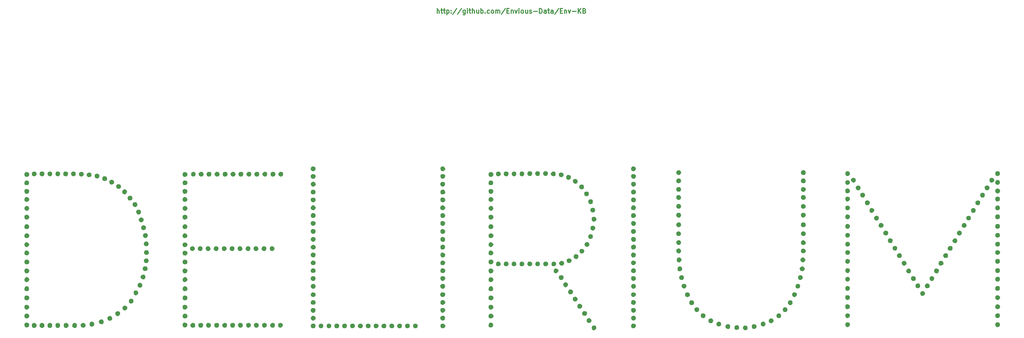
<source format=gtl>
G04 #@! TF.GenerationSoftware,KiCad,Pcbnew,(5.1.9)-1*
G04 #@! TF.CreationDate,2021-05-27T06:17:20+01:00*
G04 #@! TF.ProjectId,ENV_KB-Back,454e565f-4b42-42d4-9261-636b2e6b6963,Rev.1*
G04 #@! TF.SameCoordinates,Original*
G04 #@! TF.FileFunction,Copper,L1,Top*
G04 #@! TF.FilePolarity,Positive*
%FSLAX46Y46*%
G04 Gerber Fmt 4.6, Leading zero omitted, Abs format (unit mm)*
G04 Created by KiCad (PCBNEW (5.1.9)-1) date 2021-05-27 06:17:20*
%MOMM*%
%LPD*%
G01*
G04 APERTURE LIST*
G04 #@! TA.AperFunction,NonConductor*
%ADD10C,0.300000*%
G04 #@! TD*
G04 #@! TA.AperFunction,EtchedComponent*
%ADD11C,0.010000*%
G04 #@! TD*
G04 APERTURE END LIST*
D10*
X188617857Y-62613571D02*
X188617857Y-61113571D01*
X189260714Y-62613571D02*
X189260714Y-61827857D01*
X189189285Y-61685000D01*
X189046428Y-61613571D01*
X188832142Y-61613571D01*
X188689285Y-61685000D01*
X188617857Y-61756428D01*
X189760714Y-61613571D02*
X190332142Y-61613571D01*
X189974999Y-61113571D02*
X189974999Y-62399285D01*
X190046428Y-62542142D01*
X190189285Y-62613571D01*
X190332142Y-62613571D01*
X190617857Y-61613571D02*
X191189285Y-61613571D01*
X190832142Y-61113571D02*
X190832142Y-62399285D01*
X190903571Y-62542142D01*
X191046428Y-62613571D01*
X191189285Y-62613571D01*
X191689285Y-61613571D02*
X191689285Y-63113571D01*
X191689285Y-61685000D02*
X191832142Y-61613571D01*
X192117857Y-61613571D01*
X192260714Y-61685000D01*
X192332142Y-61756428D01*
X192403571Y-61899285D01*
X192403571Y-62327857D01*
X192332142Y-62470714D01*
X192260714Y-62542142D01*
X192117857Y-62613571D01*
X191832142Y-62613571D01*
X191689285Y-62542142D01*
X193046428Y-62470714D02*
X193117857Y-62542142D01*
X193046428Y-62613571D01*
X192974999Y-62542142D01*
X193046428Y-62470714D01*
X193046428Y-62613571D01*
X193046428Y-61685000D02*
X193117857Y-61756428D01*
X193046428Y-61827857D01*
X192974999Y-61756428D01*
X193046428Y-61685000D01*
X193046428Y-61827857D01*
X194832142Y-61042142D02*
X193546428Y-62970714D01*
X196403571Y-61042142D02*
X195117857Y-62970714D01*
X197546428Y-61613571D02*
X197546428Y-62827857D01*
X197474999Y-62970714D01*
X197403571Y-63042142D01*
X197260714Y-63113571D01*
X197046428Y-63113571D01*
X196903571Y-63042142D01*
X197546428Y-62542142D02*
X197403571Y-62613571D01*
X197117857Y-62613571D01*
X196974999Y-62542142D01*
X196903571Y-62470714D01*
X196832142Y-62327857D01*
X196832142Y-61899285D01*
X196903571Y-61756428D01*
X196974999Y-61685000D01*
X197117857Y-61613571D01*
X197403571Y-61613571D01*
X197546428Y-61685000D01*
X198260714Y-62613571D02*
X198260714Y-61613571D01*
X198260714Y-61113571D02*
X198189285Y-61185000D01*
X198260714Y-61256428D01*
X198332142Y-61185000D01*
X198260714Y-61113571D01*
X198260714Y-61256428D01*
X198760714Y-61613571D02*
X199332142Y-61613571D01*
X198974999Y-61113571D02*
X198974999Y-62399285D01*
X199046428Y-62542142D01*
X199189285Y-62613571D01*
X199332142Y-62613571D01*
X199832142Y-62613571D02*
X199832142Y-61113571D01*
X200474999Y-62613571D02*
X200474999Y-61827857D01*
X200403571Y-61685000D01*
X200260714Y-61613571D01*
X200046428Y-61613571D01*
X199903571Y-61685000D01*
X199832142Y-61756428D01*
X201832142Y-61613571D02*
X201832142Y-62613571D01*
X201189285Y-61613571D02*
X201189285Y-62399285D01*
X201260714Y-62542142D01*
X201403571Y-62613571D01*
X201617857Y-62613571D01*
X201760714Y-62542142D01*
X201832142Y-62470714D01*
X202546428Y-62613571D02*
X202546428Y-61113571D01*
X202546428Y-61685000D02*
X202689285Y-61613571D01*
X202974999Y-61613571D01*
X203117857Y-61685000D01*
X203189285Y-61756428D01*
X203260714Y-61899285D01*
X203260714Y-62327857D01*
X203189285Y-62470714D01*
X203117857Y-62542142D01*
X202974999Y-62613571D01*
X202689285Y-62613571D01*
X202546428Y-62542142D01*
X203903571Y-62470714D02*
X203974999Y-62542142D01*
X203903571Y-62613571D01*
X203832142Y-62542142D01*
X203903571Y-62470714D01*
X203903571Y-62613571D01*
X205260714Y-62542142D02*
X205117857Y-62613571D01*
X204832142Y-62613571D01*
X204689285Y-62542142D01*
X204617857Y-62470714D01*
X204546428Y-62327857D01*
X204546428Y-61899285D01*
X204617857Y-61756428D01*
X204689285Y-61685000D01*
X204832142Y-61613571D01*
X205117857Y-61613571D01*
X205260714Y-61685000D01*
X206117857Y-62613571D02*
X205974999Y-62542142D01*
X205903571Y-62470714D01*
X205832142Y-62327857D01*
X205832142Y-61899285D01*
X205903571Y-61756428D01*
X205974999Y-61685000D01*
X206117857Y-61613571D01*
X206332142Y-61613571D01*
X206474999Y-61685000D01*
X206546428Y-61756428D01*
X206617857Y-61899285D01*
X206617857Y-62327857D01*
X206546428Y-62470714D01*
X206474999Y-62542142D01*
X206332142Y-62613571D01*
X206117857Y-62613571D01*
X207260714Y-62613571D02*
X207260714Y-61613571D01*
X207260714Y-61756428D02*
X207332142Y-61685000D01*
X207474999Y-61613571D01*
X207689285Y-61613571D01*
X207832142Y-61685000D01*
X207903571Y-61827857D01*
X207903571Y-62613571D01*
X207903571Y-61827857D02*
X207974999Y-61685000D01*
X208117857Y-61613571D01*
X208332142Y-61613571D01*
X208474999Y-61685000D01*
X208546428Y-61827857D01*
X208546428Y-62613571D01*
X210332142Y-61042142D02*
X209046428Y-62970714D01*
X210832142Y-61827857D02*
X211332142Y-61827857D01*
X211546428Y-62613571D02*
X210832142Y-62613571D01*
X210832142Y-61113571D01*
X211546428Y-61113571D01*
X212189285Y-61613571D02*
X212189285Y-62613571D01*
X212189285Y-61756428D02*
X212260714Y-61685000D01*
X212403571Y-61613571D01*
X212617857Y-61613571D01*
X212760714Y-61685000D01*
X212832142Y-61827857D01*
X212832142Y-62613571D01*
X213403571Y-61613571D02*
X213760714Y-62613571D01*
X214117857Y-61613571D01*
X214689285Y-62613571D02*
X214689285Y-61613571D01*
X214689285Y-61113571D02*
X214617857Y-61185000D01*
X214689285Y-61256428D01*
X214760714Y-61185000D01*
X214689285Y-61113571D01*
X214689285Y-61256428D01*
X215617857Y-62613571D02*
X215474999Y-62542142D01*
X215403571Y-62470714D01*
X215332142Y-62327857D01*
X215332142Y-61899285D01*
X215403571Y-61756428D01*
X215474999Y-61685000D01*
X215617857Y-61613571D01*
X215832142Y-61613571D01*
X215974999Y-61685000D01*
X216046428Y-61756428D01*
X216117857Y-61899285D01*
X216117857Y-62327857D01*
X216046428Y-62470714D01*
X215974999Y-62542142D01*
X215832142Y-62613571D01*
X215617857Y-62613571D01*
X217403571Y-61613571D02*
X217403571Y-62613571D01*
X216760714Y-61613571D02*
X216760714Y-62399285D01*
X216832142Y-62542142D01*
X216974999Y-62613571D01*
X217189285Y-62613571D01*
X217332142Y-62542142D01*
X217403571Y-62470714D01*
X218046428Y-62542142D02*
X218189285Y-62613571D01*
X218474999Y-62613571D01*
X218617857Y-62542142D01*
X218689285Y-62399285D01*
X218689285Y-62327857D01*
X218617857Y-62185000D01*
X218474999Y-62113571D01*
X218260714Y-62113571D01*
X218117857Y-62042142D01*
X218046428Y-61899285D01*
X218046428Y-61827857D01*
X218117857Y-61685000D01*
X218260714Y-61613571D01*
X218474999Y-61613571D01*
X218617857Y-61685000D01*
X219332142Y-62042142D02*
X220474999Y-62042142D01*
X221189285Y-62613571D02*
X221189285Y-61113571D01*
X221546428Y-61113571D01*
X221760714Y-61185000D01*
X221903571Y-61327857D01*
X221975000Y-61470714D01*
X222046428Y-61756428D01*
X222046428Y-61970714D01*
X221975000Y-62256428D01*
X221903571Y-62399285D01*
X221760714Y-62542142D01*
X221546428Y-62613571D01*
X221189285Y-62613571D01*
X223332142Y-62613571D02*
X223332142Y-61827857D01*
X223260714Y-61685000D01*
X223117857Y-61613571D01*
X222832142Y-61613571D01*
X222689285Y-61685000D01*
X223332142Y-62542142D02*
X223189285Y-62613571D01*
X222832142Y-62613571D01*
X222689285Y-62542142D01*
X222617857Y-62399285D01*
X222617857Y-62256428D01*
X222689285Y-62113571D01*
X222832142Y-62042142D01*
X223189285Y-62042142D01*
X223332142Y-61970714D01*
X223832142Y-61613571D02*
X224403571Y-61613571D01*
X224046428Y-61113571D02*
X224046428Y-62399285D01*
X224117857Y-62542142D01*
X224260714Y-62613571D01*
X224403571Y-62613571D01*
X225546428Y-62613571D02*
X225546428Y-61827857D01*
X225474999Y-61685000D01*
X225332142Y-61613571D01*
X225046428Y-61613571D01*
X224903571Y-61685000D01*
X225546428Y-62542142D02*
X225403571Y-62613571D01*
X225046428Y-62613571D01*
X224903571Y-62542142D01*
X224832142Y-62399285D01*
X224832142Y-62256428D01*
X224903571Y-62113571D01*
X225046428Y-62042142D01*
X225403571Y-62042142D01*
X225546428Y-61970714D01*
X227332142Y-61042142D02*
X226046428Y-62970714D01*
X227832142Y-61827857D02*
X228332142Y-61827857D01*
X228546428Y-62613571D02*
X227832142Y-62613571D01*
X227832142Y-61113571D01*
X228546428Y-61113571D01*
X229189285Y-61613571D02*
X229189285Y-62613571D01*
X229189285Y-61756428D02*
X229260714Y-61685000D01*
X229403571Y-61613571D01*
X229617857Y-61613571D01*
X229760714Y-61685000D01*
X229832142Y-61827857D01*
X229832142Y-62613571D01*
X230403571Y-61613571D02*
X230760714Y-62613571D01*
X231117857Y-61613571D01*
X231689285Y-62042142D02*
X232832142Y-62042142D01*
X233546428Y-62613571D02*
X233546428Y-61113571D01*
X234403571Y-62613571D02*
X233760714Y-61756428D01*
X234403571Y-61113571D02*
X233546428Y-61970714D01*
X235546428Y-61827857D02*
X235760714Y-61899285D01*
X235832142Y-61970714D01*
X235903571Y-62113571D01*
X235903571Y-62327857D01*
X235832142Y-62470714D01*
X235760714Y-62542142D01*
X235617857Y-62613571D01*
X235046428Y-62613571D01*
X235046428Y-61113571D01*
X235546428Y-61113571D01*
X235689285Y-61185000D01*
X235760714Y-61256428D01*
X235832142Y-61399285D01*
X235832142Y-61542142D01*
X235760714Y-61685000D01*
X235689285Y-61756428D01*
X235546428Y-61827857D01*
X235046428Y-61827857D01*
D11*
G36*
X251474295Y-111609285D02*
G01*
X251733540Y-111842031D01*
X251847160Y-112180593D01*
X251849000Y-112233400D01*
X251758892Y-112583332D01*
X251517219Y-112833173D01*
X251166954Y-112941519D01*
X251112400Y-112943044D01*
X250844869Y-112919603D01*
X250662467Y-112865349D01*
X250661556Y-112864776D01*
X250486749Y-112649931D01*
X250397930Y-112334121D01*
X250418039Y-112009552D01*
X250435470Y-111956067D01*
X250579419Y-111687472D01*
X250787977Y-111557559D01*
X251112400Y-111523755D01*
X251474295Y-111609285D01*
G37*
X251474295Y-111609285D02*
X251733540Y-111842031D01*
X251847160Y-112180593D01*
X251849000Y-112233400D01*
X251758892Y-112583332D01*
X251517219Y-112833173D01*
X251166954Y-112941519D01*
X251112400Y-112943044D01*
X250844869Y-112919603D01*
X250662467Y-112865349D01*
X250661556Y-112864776D01*
X250486749Y-112649931D01*
X250397930Y-112334121D01*
X250418039Y-112009552D01*
X250435470Y-111956067D01*
X250579419Y-111687472D01*
X250787977Y-111557559D01*
X251112400Y-111523755D01*
X251474295Y-111609285D01*
G36*
X190717495Y-111609285D02*
G01*
X190976740Y-111842031D01*
X191090360Y-112180593D01*
X191092200Y-112233400D01*
X191002092Y-112583332D01*
X190760419Y-112833173D01*
X190410154Y-112941519D01*
X190355600Y-112943044D01*
X190088069Y-112919603D01*
X189905667Y-112865349D01*
X189904756Y-112864776D01*
X189729949Y-112649931D01*
X189641130Y-112334121D01*
X189661239Y-112009552D01*
X189678670Y-111956067D01*
X189822619Y-111687472D01*
X190031177Y-111557559D01*
X190355600Y-111523755D01*
X190717495Y-111609285D01*
G37*
X190717495Y-111609285D02*
X190976740Y-111842031D01*
X191090360Y-112180593D01*
X191092200Y-112233400D01*
X191002092Y-112583332D01*
X190760419Y-112833173D01*
X190410154Y-112941519D01*
X190355600Y-112943044D01*
X190088069Y-112919603D01*
X189905667Y-112865349D01*
X189904756Y-112864776D01*
X189729949Y-112649931D01*
X189641130Y-112334121D01*
X189661239Y-112009552D01*
X189678670Y-111956067D01*
X189822619Y-111687472D01*
X190031177Y-111557559D01*
X190355600Y-111523755D01*
X190717495Y-111609285D01*
G36*
X149460171Y-111586159D02*
G01*
X149690778Y-111785786D01*
X149783970Y-112132707D01*
X149787181Y-112233400D01*
X149723638Y-112615452D01*
X149525307Y-112847566D01*
X149180638Y-112941367D01*
X149080600Y-112944600D01*
X148786959Y-112899128D01*
X148568927Y-112802078D01*
X148424140Y-112606265D01*
X148374405Y-112275779D01*
X148374018Y-112233400D01*
X148437561Y-111851347D01*
X148635892Y-111619233D01*
X148980561Y-111525432D01*
X149080600Y-111522200D01*
X149460171Y-111586159D01*
G37*
X149460171Y-111586159D02*
X149690778Y-111785786D01*
X149783970Y-112132707D01*
X149787181Y-112233400D01*
X149723638Y-112615452D01*
X149525307Y-112847566D01*
X149180638Y-112941367D01*
X149080600Y-112944600D01*
X148786959Y-112899128D01*
X148568927Y-112802078D01*
X148424140Y-112606265D01*
X148374405Y-112275779D01*
X148374018Y-112233400D01*
X148437561Y-111851347D01*
X148635892Y-111619233D01*
X148980561Y-111525432D01*
X149080600Y-111522200D01*
X149460171Y-111586159D01*
G36*
X305584558Y-112822786D02*
G01*
X305732053Y-112927200D01*
X305865575Y-113197559D01*
X305893990Y-113535129D01*
X305818813Y-113848158D01*
X305714399Y-113995653D01*
X305444040Y-114129175D01*
X305106470Y-114157590D01*
X304793441Y-114082413D01*
X304645946Y-113977999D01*
X304512424Y-113707640D01*
X304484009Y-113370070D01*
X304559186Y-113057041D01*
X304663600Y-112909546D01*
X304933959Y-112776024D01*
X305271529Y-112747609D01*
X305584558Y-112822786D01*
G37*
X305584558Y-112822786D02*
X305732053Y-112927200D01*
X305865575Y-113197559D01*
X305893990Y-113535129D01*
X305818813Y-113848158D01*
X305714399Y-113995653D01*
X305444040Y-114129175D01*
X305106470Y-114157590D01*
X304793441Y-114082413D01*
X304645946Y-113977999D01*
X304512424Y-113707640D01*
X304484009Y-113370070D01*
X304559186Y-113057041D01*
X304663600Y-112909546D01*
X304933959Y-112776024D01*
X305271529Y-112747609D01*
X305584558Y-112822786D01*
G36*
X265856629Y-112822335D02*
G01*
X266085835Y-113056464D01*
X266173996Y-113430770D01*
X266174600Y-113470253D01*
X266097068Y-113837762D01*
X265868733Y-114070507D01*
X265495983Y-114162492D01*
X265435761Y-114163800D01*
X265114384Y-114110871D01*
X264910361Y-113937993D01*
X264762637Y-113583825D01*
X264785771Y-113240844D01*
X264956466Y-112956454D01*
X265251422Y-112778060D01*
X265498453Y-112741400D01*
X265856629Y-112822335D01*
G37*
X265856629Y-112822335D02*
X266085835Y-113056464D01*
X266173996Y-113430770D01*
X266174600Y-113470253D01*
X266097068Y-113837762D01*
X265868733Y-114070507D01*
X265495983Y-114162492D01*
X265435761Y-114163800D01*
X265114384Y-114110871D01*
X264910361Y-113937993D01*
X264762637Y-113583825D01*
X264785771Y-113240844D01*
X264956466Y-112956454D01*
X265251422Y-112778060D01*
X265498453Y-112741400D01*
X265856629Y-112822335D01*
G36*
X367458958Y-113127586D02*
G01*
X367606453Y-113232000D01*
X367739975Y-113502359D01*
X367768390Y-113839929D01*
X367693213Y-114152958D01*
X367588799Y-114300453D01*
X367318440Y-114433975D01*
X366980870Y-114462390D01*
X366667841Y-114387213D01*
X366520346Y-114282799D01*
X366386824Y-114012440D01*
X366358409Y-113674870D01*
X366433586Y-113361841D01*
X366538000Y-113214346D01*
X366808359Y-113080824D01*
X367145929Y-113052409D01*
X367458958Y-113127586D01*
G37*
X367458958Y-113127586D02*
X367606453Y-113232000D01*
X367739975Y-113502359D01*
X367768390Y-113839929D01*
X367693213Y-114152958D01*
X367588799Y-114300453D01*
X367318440Y-114433975D01*
X366980870Y-114462390D01*
X366667841Y-114387213D01*
X366520346Y-114282799D01*
X366386824Y-114012440D01*
X366358409Y-113674870D01*
X366433586Y-113361841D01*
X366538000Y-113214346D01*
X366808359Y-113080824D01*
X367145929Y-113052409D01*
X367458958Y-113127586D01*
G36*
X319646874Y-113130997D02*
G01*
X319894303Y-113352974D01*
X320013107Y-113663508D01*
X319980107Y-114013978D01*
X319864438Y-114242793D01*
X319641737Y-114405407D01*
X319323869Y-114472349D01*
X318997615Y-114438422D01*
X318759857Y-114308942D01*
X318634211Y-114061799D01*
X318603111Y-113730387D01*
X318664312Y-113408737D01*
X318786000Y-113214346D01*
X319020366Y-113092821D01*
X319294000Y-113046200D01*
X319646874Y-113130997D01*
G37*
X319646874Y-113130997D02*
X319894303Y-113352974D01*
X320013107Y-113663508D01*
X319980107Y-114013978D01*
X319864438Y-114242793D01*
X319641737Y-114405407D01*
X319323869Y-114472349D01*
X318997615Y-114438422D01*
X318759857Y-114308942D01*
X318634211Y-114061799D01*
X318603111Y-113730387D01*
X318664312Y-113408737D01*
X318786000Y-113214346D01*
X319020366Y-113092821D01*
X319294000Y-113046200D01*
X319646874Y-113130997D01*
G36*
X223528371Y-113186308D02*
G01*
X223604200Y-113249400D01*
X223784970Y-113549462D01*
X223799131Y-113872381D01*
X223669387Y-114167186D01*
X223418442Y-114382904D01*
X223069000Y-114468563D01*
X223061146Y-114468600D01*
X222746017Y-114407843D01*
X222553146Y-114282799D01*
X222419624Y-114012440D01*
X222391209Y-113674870D01*
X222466386Y-113361841D01*
X222570800Y-113214346D01*
X222862522Y-113072326D01*
X223212401Y-113064021D01*
X223528371Y-113186308D01*
G37*
X223528371Y-113186308D02*
X223604200Y-113249400D01*
X223784970Y-113549462D01*
X223799131Y-113872381D01*
X223669387Y-114167186D01*
X223418442Y-114382904D01*
X223069000Y-114468563D01*
X223061146Y-114468600D01*
X222746017Y-114407843D01*
X222553146Y-114282799D01*
X222419624Y-114012440D01*
X222391209Y-113674870D01*
X222466386Y-113361841D01*
X222570800Y-113214346D01*
X222862522Y-113072326D01*
X223212401Y-113064021D01*
X223528371Y-113186308D01*
G36*
X220928463Y-113119250D02*
G01*
X221168613Y-113337496D01*
X221265321Y-113699582D01*
X221267400Y-113775053D01*
X221189868Y-114142562D01*
X220961533Y-114375307D01*
X220588783Y-114467292D01*
X220528561Y-114468600D01*
X220207184Y-114415671D01*
X220003161Y-114242793D01*
X219879924Y-113969503D01*
X219845000Y-113757400D01*
X219926520Y-113383737D01*
X220157632Y-113139977D01*
X220518163Y-113046579D01*
X220546214Y-113046200D01*
X220928463Y-113119250D01*
G37*
X220928463Y-113119250D02*
X221168613Y-113337496D01*
X221265321Y-113699582D01*
X221267400Y-113775053D01*
X221189868Y-114142562D01*
X220961533Y-114375307D01*
X220588783Y-114467292D01*
X220528561Y-114468600D01*
X220207184Y-114415671D01*
X220003161Y-114242793D01*
X219879924Y-113969503D01*
X219845000Y-113757400D01*
X219926520Y-113383737D01*
X220157632Y-113139977D01*
X220518163Y-113046579D01*
X220546214Y-113046200D01*
X220928463Y-113119250D01*
G36*
X218446571Y-113110159D02*
G01*
X218677178Y-113309786D01*
X218770370Y-113656707D01*
X218773581Y-113757400D01*
X218710038Y-114139452D01*
X218511707Y-114371566D01*
X218167038Y-114465367D01*
X218067000Y-114468600D01*
X217773359Y-114423128D01*
X217555327Y-114326078D01*
X217410540Y-114130265D01*
X217360805Y-113799779D01*
X217360418Y-113757400D01*
X217423961Y-113375347D01*
X217622292Y-113143233D01*
X217966961Y-113049432D01*
X218067000Y-113046200D01*
X218446571Y-113110159D01*
G37*
X218446571Y-113110159D02*
X218677178Y-113309786D01*
X218770370Y-113656707D01*
X218773581Y-113757400D01*
X218710038Y-114139452D01*
X218511707Y-114371566D01*
X218167038Y-114465367D01*
X218067000Y-114468600D01*
X217773359Y-114423128D01*
X217555327Y-114326078D01*
X217410540Y-114130265D01*
X217360805Y-113799779D01*
X217360418Y-113757400D01*
X217423961Y-113375347D01*
X217622292Y-113143233D01*
X217966961Y-113049432D01*
X218067000Y-113046200D01*
X218446571Y-113110159D01*
G36*
X225560000Y-113149355D02*
G01*
X225893925Y-113185948D01*
X226098956Y-113320168D01*
X226236929Y-113581667D01*
X226279634Y-113897779D01*
X226209180Y-114222140D01*
X226048507Y-114462541D01*
X226010843Y-114490376D01*
X225733843Y-114568382D01*
X225395141Y-114542314D01*
X225099061Y-114425249D01*
X225026600Y-114367000D01*
X224846962Y-114067561D01*
X224832893Y-113744007D01*
X224961582Y-113448407D01*
X225210220Y-113232830D01*
X225555998Y-113149346D01*
X225560000Y-113149355D01*
G37*
X225560000Y-113149355D02*
X225893925Y-113185948D01*
X226098956Y-113320168D01*
X226236929Y-113581667D01*
X226279634Y-113897779D01*
X226209180Y-114222140D01*
X226048507Y-114462541D01*
X226010843Y-114490376D01*
X225733843Y-114568382D01*
X225395141Y-114542314D01*
X225099061Y-114425249D01*
X225026600Y-114367000D01*
X224846962Y-114067561D01*
X224832893Y-113744007D01*
X224961582Y-113448407D01*
X225210220Y-113232830D01*
X225555998Y-113149346D01*
X225560000Y-113149355D01*
G36*
X216009971Y-113287908D02*
G01*
X216085800Y-113351000D01*
X216266570Y-113651062D01*
X216280731Y-113973981D01*
X216150987Y-114268786D01*
X215900042Y-114484504D01*
X215550600Y-114570163D01*
X215542746Y-114570200D01*
X215227617Y-114509443D01*
X215034746Y-114384399D01*
X214901224Y-114114040D01*
X214872809Y-113776470D01*
X214947986Y-113463441D01*
X215052400Y-113315946D01*
X215344122Y-113173926D01*
X215694001Y-113165621D01*
X216009971Y-113287908D01*
G37*
X216009971Y-113287908D02*
X216085800Y-113351000D01*
X216266570Y-113651062D01*
X216280731Y-113973981D01*
X216150987Y-114268786D01*
X215900042Y-114484504D01*
X215550600Y-114570163D01*
X215542746Y-114570200D01*
X215227617Y-114509443D01*
X215034746Y-114384399D01*
X214901224Y-114114040D01*
X214872809Y-113776470D01*
X214947986Y-113463441D01*
X215052400Y-113315946D01*
X215344122Y-113173926D01*
X215694001Y-113165621D01*
X216009971Y-113287908D01*
G36*
X213387982Y-113208556D02*
G01*
X213580853Y-113333600D01*
X213714375Y-113603959D01*
X213742790Y-113941529D01*
X213667613Y-114254558D01*
X213563199Y-114402053D01*
X213271477Y-114544073D01*
X212921598Y-114552378D01*
X212605628Y-114430091D01*
X212529800Y-114367000D01*
X212349029Y-114066937D01*
X212334868Y-113744018D01*
X212464612Y-113449213D01*
X212715557Y-113233495D01*
X213064999Y-113147836D01*
X213072853Y-113147800D01*
X213387982Y-113208556D01*
G37*
X213387982Y-113208556D02*
X213580853Y-113333600D01*
X213714375Y-113603959D01*
X213742790Y-113941529D01*
X213667613Y-114254558D01*
X213563199Y-114402053D01*
X213271477Y-114544073D01*
X212921598Y-114552378D01*
X212605628Y-114430091D01*
X212529800Y-114367000D01*
X212349029Y-114066937D01*
X212334868Y-113744018D01*
X212464612Y-113449213D01*
X212715557Y-113233495D01*
X213064999Y-113147836D01*
X213072853Y-113147800D01*
X213387982Y-113208556D01*
G36*
X210928171Y-113211759D02*
G01*
X211158778Y-113411386D01*
X211251970Y-113758307D01*
X211255181Y-113859000D01*
X211191638Y-114241052D01*
X210993307Y-114473166D01*
X210648638Y-114566967D01*
X210548600Y-114570200D01*
X210254959Y-114524728D01*
X210036927Y-114427678D01*
X209892140Y-114231865D01*
X209842405Y-113901379D01*
X209842018Y-113859000D01*
X209905561Y-113476947D01*
X210103892Y-113244833D01*
X210448561Y-113151032D01*
X210548600Y-113147800D01*
X210928171Y-113211759D01*
G37*
X210928171Y-113211759D02*
X211158778Y-113411386D01*
X211251970Y-113758307D01*
X211255181Y-113859000D01*
X211191638Y-114241052D01*
X210993307Y-114473166D01*
X210648638Y-114566967D01*
X210548600Y-114570200D01*
X210254959Y-114524728D01*
X210036927Y-114427678D01*
X209892140Y-114231865D01*
X209842405Y-113901379D01*
X209842018Y-113859000D01*
X209905561Y-113476947D01*
X210103892Y-113244833D01*
X210448561Y-113151032D01*
X210548600Y-113147800D01*
X210928171Y-113211759D01*
G36*
X208444233Y-113232934D02*
G01*
X208680244Y-113471198D01*
X208770366Y-113836889D01*
X208770600Y-113859000D01*
X208711289Y-114145943D01*
X208612438Y-114344393D01*
X208383148Y-114514662D01*
X208064639Y-114576599D01*
X207741513Y-114527116D01*
X207516346Y-114384399D01*
X207382824Y-114114040D01*
X207354409Y-113776470D01*
X207429586Y-113463441D01*
X207534000Y-113315946D01*
X207760503Y-113201103D01*
X208061289Y-113148198D01*
X208087038Y-113147800D01*
X208444233Y-113232934D01*
G37*
X208444233Y-113232934D02*
X208680244Y-113471198D01*
X208770366Y-113836889D01*
X208770600Y-113859000D01*
X208711289Y-114145943D01*
X208612438Y-114344393D01*
X208383148Y-114514662D01*
X208064639Y-114576599D01*
X207741513Y-114527116D01*
X207516346Y-114384399D01*
X207382824Y-114114040D01*
X207354409Y-113776470D01*
X207429586Y-113463441D01*
X207534000Y-113315946D01*
X207760503Y-113201103D01*
X208061289Y-113148198D01*
X208087038Y-113147800D01*
X208444233Y-113232934D01*
G36*
X73100463Y-113220850D02*
G01*
X73340613Y-113439096D01*
X73437321Y-113801182D01*
X73439400Y-113876653D01*
X73361868Y-114244162D01*
X73133533Y-114476907D01*
X72760783Y-114568892D01*
X72700561Y-114570200D01*
X72379184Y-114517271D01*
X72175161Y-114344393D01*
X72051924Y-114071103D01*
X72017000Y-113859000D01*
X72098520Y-113485337D01*
X72329632Y-113241577D01*
X72690163Y-113148179D01*
X72718214Y-113147800D01*
X73100463Y-113220850D01*
G37*
X73100463Y-113220850D02*
X73340613Y-113439096D01*
X73437321Y-113801182D01*
X73439400Y-113876653D01*
X73361868Y-114244162D01*
X73133533Y-114476907D01*
X72760783Y-114568892D01*
X72700561Y-114570200D01*
X72379184Y-114517271D01*
X72175161Y-114344393D01*
X72051924Y-114071103D01*
X72017000Y-113859000D01*
X72098520Y-113485337D01*
X72329632Y-113241577D01*
X72690163Y-113148179D01*
X72718214Y-113147800D01*
X73100463Y-113220850D01*
G36*
X70618571Y-113211759D02*
G01*
X70849178Y-113411386D01*
X70942370Y-113758307D01*
X70945581Y-113859000D01*
X70882038Y-114241052D01*
X70683707Y-114473166D01*
X70339038Y-114566967D01*
X70239000Y-114570200D01*
X69945359Y-114524728D01*
X69727327Y-114427678D01*
X69582540Y-114231865D01*
X69532805Y-113901379D01*
X69532418Y-113859000D01*
X69595961Y-113476947D01*
X69794292Y-113244833D01*
X70138961Y-113151032D01*
X70239000Y-113147800D01*
X70618571Y-113211759D01*
G37*
X70618571Y-113211759D02*
X70849178Y-113411386D01*
X70942370Y-113758307D01*
X70945581Y-113859000D01*
X70882038Y-114241052D01*
X70683707Y-114473166D01*
X70339038Y-114566967D01*
X70239000Y-114570200D01*
X69945359Y-114524728D01*
X69727327Y-114427678D01*
X69582540Y-114231865D01*
X69532805Y-113901379D01*
X69532418Y-113859000D01*
X69595961Y-113476947D01*
X69794292Y-113244833D01*
X70138961Y-113151032D01*
X70239000Y-113147800D01*
X70618571Y-113211759D01*
G36*
X68181971Y-113287908D02*
G01*
X68257800Y-113351000D01*
X68438570Y-113651062D01*
X68452731Y-113973981D01*
X68322987Y-114268786D01*
X68072042Y-114484504D01*
X67722600Y-114570163D01*
X67714746Y-114570200D01*
X67399617Y-114509443D01*
X67206746Y-114384399D01*
X67073224Y-114114040D01*
X67044809Y-113776470D01*
X67119986Y-113463441D01*
X67224400Y-113315946D01*
X67516122Y-113173926D01*
X67866001Y-113165621D01*
X68181971Y-113287908D01*
G37*
X68181971Y-113287908D02*
X68257800Y-113351000D01*
X68438570Y-113651062D01*
X68452731Y-113973981D01*
X68322987Y-114268786D01*
X68072042Y-114484504D01*
X67722600Y-114570163D01*
X67714746Y-114570200D01*
X67399617Y-114509443D01*
X67206746Y-114384399D01*
X67073224Y-114114040D01*
X67044809Y-113776470D01*
X67119986Y-113463441D01*
X67224400Y-113315946D01*
X67516122Y-113173926D01*
X67866001Y-113165621D01*
X68181971Y-113287908D01*
G36*
X65559982Y-113208556D02*
G01*
X65752853Y-113333600D01*
X65886375Y-113603959D01*
X65914790Y-113941529D01*
X65839613Y-114254558D01*
X65735199Y-114402053D01*
X65443477Y-114544073D01*
X65093598Y-114552378D01*
X64777628Y-114430091D01*
X64701800Y-114367000D01*
X64521029Y-114066937D01*
X64506868Y-113744018D01*
X64636612Y-113449213D01*
X64887557Y-113233495D01*
X65236999Y-113147836D01*
X65244853Y-113147800D01*
X65559982Y-113208556D01*
G37*
X65559982Y-113208556D02*
X65752853Y-113333600D01*
X65886375Y-113603959D01*
X65914790Y-113941529D01*
X65839613Y-114254558D01*
X65735199Y-114402053D01*
X65443477Y-114544073D01*
X65093598Y-114552378D01*
X64777628Y-114430091D01*
X64701800Y-114367000D01*
X64521029Y-114066937D01*
X64506868Y-113744018D01*
X64636612Y-113449213D01*
X64887557Y-113233495D01*
X65236999Y-113147836D01*
X65244853Y-113147800D01*
X65559982Y-113208556D01*
G36*
X63100171Y-113211759D02*
G01*
X63330778Y-113411386D01*
X63423970Y-113758307D01*
X63427181Y-113859000D01*
X63363638Y-114241052D01*
X63165307Y-114473166D01*
X62820638Y-114566967D01*
X62720600Y-114570200D01*
X62426959Y-114524728D01*
X62208927Y-114427678D01*
X62064140Y-114231865D01*
X62014405Y-113901379D01*
X62014018Y-113859000D01*
X62077561Y-113476947D01*
X62275892Y-113244833D01*
X62620561Y-113151032D01*
X62720600Y-113147800D01*
X63100171Y-113211759D01*
G37*
X63100171Y-113211759D02*
X63330778Y-113411386D01*
X63423970Y-113758307D01*
X63427181Y-113859000D01*
X63363638Y-114241052D01*
X63165307Y-114473166D01*
X62820638Y-114566967D01*
X62720600Y-114570200D01*
X62426959Y-114524728D01*
X62208927Y-114427678D01*
X62064140Y-114231865D01*
X62014405Y-113901379D01*
X62014018Y-113859000D01*
X62077561Y-113476947D01*
X62275892Y-113244833D01*
X62620561Y-113151032D01*
X62720600Y-113147800D01*
X63100171Y-113211759D01*
G36*
X60616233Y-113232934D02*
G01*
X60852244Y-113471198D01*
X60942366Y-113836889D01*
X60942600Y-113859000D01*
X60883289Y-114145943D01*
X60784438Y-114344393D01*
X60555148Y-114514662D01*
X60236639Y-114576599D01*
X59913513Y-114527116D01*
X59688346Y-114384399D01*
X59554824Y-114114040D01*
X59526409Y-113776470D01*
X59601586Y-113463441D01*
X59706000Y-113315946D01*
X59932503Y-113201103D01*
X60233289Y-113148198D01*
X60259038Y-113147800D01*
X60616233Y-113232934D01*
G37*
X60616233Y-113232934D02*
X60852244Y-113471198D01*
X60942366Y-113836889D01*
X60942600Y-113859000D01*
X60883289Y-114145943D01*
X60784438Y-114344393D01*
X60555148Y-114514662D01*
X60236639Y-114576599D01*
X59913513Y-114527116D01*
X59688346Y-114384399D01*
X59554824Y-114114040D01*
X59526409Y-113776470D01*
X59601586Y-113463441D01*
X59706000Y-113315946D01*
X59932503Y-113201103D01*
X60233289Y-113148198D01*
X60259038Y-113147800D01*
X60616233Y-113232934D01*
G36*
X139118382Y-113310156D02*
G01*
X139311253Y-113435200D01*
X139444775Y-113705559D01*
X139473190Y-114043129D01*
X139398013Y-114356158D01*
X139293599Y-114503653D01*
X139001877Y-114645673D01*
X138651998Y-114653978D01*
X138336028Y-114531691D01*
X138260200Y-114468600D01*
X138079429Y-114168537D01*
X138065268Y-113845618D01*
X138195012Y-113550813D01*
X138445957Y-113335095D01*
X138795399Y-113249436D01*
X138803253Y-113249400D01*
X139118382Y-113310156D01*
G37*
X139118382Y-113310156D02*
X139311253Y-113435200D01*
X139444775Y-113705559D01*
X139473190Y-114043129D01*
X139398013Y-114356158D01*
X139293599Y-114503653D01*
X139001877Y-114645673D01*
X138651998Y-114653978D01*
X138336028Y-114531691D01*
X138260200Y-114468600D01*
X138079429Y-114168537D01*
X138065268Y-113845618D01*
X138195012Y-113550813D01*
X138445957Y-113335095D01*
X138795399Y-113249436D01*
X138803253Y-113249400D01*
X139118382Y-113310156D01*
G36*
X136666295Y-113336485D02*
G01*
X136925540Y-113569231D01*
X137039160Y-113907793D01*
X137041000Y-113960600D01*
X136950892Y-114310532D01*
X136709219Y-114560373D01*
X136358954Y-114668719D01*
X136304400Y-114670244D01*
X136036869Y-114646803D01*
X135854467Y-114592549D01*
X135853556Y-114591976D01*
X135678749Y-114377131D01*
X135589930Y-114061321D01*
X135610039Y-113736752D01*
X135627470Y-113683267D01*
X135771419Y-113414672D01*
X135979977Y-113284759D01*
X136304400Y-113250955D01*
X136666295Y-113336485D01*
G37*
X136666295Y-113336485D02*
X136925540Y-113569231D01*
X137039160Y-113907793D01*
X137041000Y-113960600D01*
X136950892Y-114310532D01*
X136709219Y-114560373D01*
X136358954Y-114668719D01*
X136304400Y-114670244D01*
X136036869Y-114646803D01*
X135854467Y-114592549D01*
X135853556Y-114591976D01*
X135678749Y-114377131D01*
X135589930Y-114061321D01*
X135610039Y-113736752D01*
X135627470Y-113683267D01*
X135771419Y-113414672D01*
X135979977Y-113284759D01*
X136304400Y-113250955D01*
X136666295Y-113336485D01*
G36*
X134038382Y-113310156D02*
G01*
X134231253Y-113435200D01*
X134364775Y-113705559D01*
X134393190Y-114043129D01*
X134318013Y-114356158D01*
X134213599Y-114503653D01*
X133921877Y-114645673D01*
X133571998Y-114653978D01*
X133256028Y-114531691D01*
X133180200Y-114468600D01*
X132999429Y-114168537D01*
X132985268Y-113845618D01*
X133115012Y-113550813D01*
X133365957Y-113335095D01*
X133715399Y-113249436D01*
X133723253Y-113249400D01*
X134038382Y-113310156D01*
G37*
X134038382Y-113310156D02*
X134231253Y-113435200D01*
X134364775Y-113705559D01*
X134393190Y-114043129D01*
X134318013Y-114356158D01*
X134213599Y-114503653D01*
X133921877Y-114645673D01*
X133571998Y-114653978D01*
X133256028Y-114531691D01*
X133180200Y-114468600D01*
X132999429Y-114168537D01*
X132985268Y-113845618D01*
X133115012Y-113550813D01*
X133365957Y-113335095D01*
X133715399Y-113249436D01*
X133723253Y-113249400D01*
X134038382Y-113310156D01*
G36*
X131543758Y-113330786D02*
G01*
X131691253Y-113435200D01*
X131824775Y-113705559D01*
X131853190Y-114043129D01*
X131778013Y-114356158D01*
X131673599Y-114503653D01*
X131403240Y-114637175D01*
X131065670Y-114665590D01*
X130752641Y-114590413D01*
X130605146Y-114485999D01*
X130471624Y-114215640D01*
X130443209Y-113878070D01*
X130518386Y-113565041D01*
X130622800Y-113417546D01*
X130893159Y-113284024D01*
X131230729Y-113255609D01*
X131543758Y-113330786D01*
G37*
X131543758Y-113330786D02*
X131691253Y-113435200D01*
X131824775Y-113705559D01*
X131853190Y-114043129D01*
X131778013Y-114356158D01*
X131673599Y-114503653D01*
X131403240Y-114637175D01*
X131065670Y-114665590D01*
X130752641Y-114590413D01*
X130605146Y-114485999D01*
X130471624Y-114215640D01*
X130443209Y-113878070D01*
X130518386Y-113565041D01*
X130622800Y-113417546D01*
X130893159Y-113284024D01*
X131230729Y-113255609D01*
X131543758Y-113330786D01*
G36*
X128958382Y-113310156D02*
G01*
X129151253Y-113435200D01*
X129284775Y-113705559D01*
X129313190Y-114043129D01*
X129238013Y-114356158D01*
X129133599Y-114503653D01*
X128841877Y-114645673D01*
X128491998Y-114653978D01*
X128176028Y-114531691D01*
X128100200Y-114468600D01*
X127919429Y-114168537D01*
X127905268Y-113845618D01*
X128035012Y-113550813D01*
X128285957Y-113335095D01*
X128635399Y-113249436D01*
X128643253Y-113249400D01*
X128958382Y-113310156D01*
G37*
X128958382Y-113310156D02*
X129151253Y-113435200D01*
X129284775Y-113705559D01*
X129313190Y-114043129D01*
X129238013Y-114356158D01*
X129133599Y-114503653D01*
X128841877Y-114645673D01*
X128491998Y-114653978D01*
X128176028Y-114531691D01*
X128100200Y-114468600D01*
X127919429Y-114168537D01*
X127905268Y-113845618D01*
X128035012Y-113550813D01*
X128285957Y-113335095D01*
X128635399Y-113249436D01*
X128643253Y-113249400D01*
X128958382Y-113310156D01*
G36*
X126463758Y-113330786D02*
G01*
X126611253Y-113435200D01*
X126744775Y-113705559D01*
X126773190Y-114043129D01*
X126698013Y-114356158D01*
X126593599Y-114503653D01*
X126323240Y-114637175D01*
X125985670Y-114665590D01*
X125672641Y-114590413D01*
X125525146Y-114485999D01*
X125391624Y-114215640D01*
X125363209Y-113878070D01*
X125438386Y-113565041D01*
X125542800Y-113417546D01*
X125813159Y-113284024D01*
X126150729Y-113255609D01*
X126463758Y-113330786D01*
G37*
X126463758Y-113330786D02*
X126611253Y-113435200D01*
X126744775Y-113705559D01*
X126773190Y-114043129D01*
X126698013Y-114356158D01*
X126593599Y-114503653D01*
X126323240Y-114637175D01*
X125985670Y-114665590D01*
X125672641Y-114590413D01*
X125525146Y-114485999D01*
X125391624Y-114215640D01*
X125363209Y-113878070D01*
X125438386Y-113565041D01*
X125542800Y-113417546D01*
X125813159Y-113284024D01*
X126150729Y-113255609D01*
X126463758Y-113330786D01*
G36*
X123553600Y-113250955D02*
G01*
X123887525Y-113287548D01*
X124092556Y-113421768D01*
X124230529Y-113683267D01*
X124273234Y-113999379D01*
X124202780Y-114323740D01*
X124042107Y-114564141D01*
X124004443Y-114591976D01*
X123727443Y-114669982D01*
X123388741Y-114643914D01*
X123092661Y-114526849D01*
X123020200Y-114468600D01*
X122840562Y-114169161D01*
X122826493Y-113845607D01*
X122955182Y-113550007D01*
X123203820Y-113334430D01*
X123549598Y-113250946D01*
X123553600Y-113250955D01*
G37*
X123553600Y-113250955D02*
X123887525Y-113287548D01*
X124092556Y-113421768D01*
X124230529Y-113683267D01*
X124273234Y-113999379D01*
X124202780Y-114323740D01*
X124042107Y-114564141D01*
X124004443Y-114591976D01*
X123727443Y-114669982D01*
X123388741Y-114643914D01*
X123092661Y-114526849D01*
X123020200Y-114468600D01*
X122840562Y-114169161D01*
X122826493Y-113845607D01*
X122955182Y-113550007D01*
X123203820Y-113334430D01*
X123549598Y-113250946D01*
X123553600Y-113250955D01*
G36*
X121426295Y-113336485D02*
G01*
X121685540Y-113569231D01*
X121799160Y-113907793D01*
X121801000Y-113960600D01*
X121710892Y-114310532D01*
X121469219Y-114560373D01*
X121118954Y-114668719D01*
X121064400Y-114670244D01*
X120796869Y-114646803D01*
X120614467Y-114592549D01*
X120613556Y-114591976D01*
X120438749Y-114377131D01*
X120349930Y-114061321D01*
X120370039Y-113736752D01*
X120387470Y-113683267D01*
X120531419Y-113414672D01*
X120739977Y-113284759D01*
X121064400Y-113250955D01*
X121426295Y-113336485D01*
G37*
X121426295Y-113336485D02*
X121685540Y-113569231D01*
X121799160Y-113907793D01*
X121801000Y-113960600D01*
X121710892Y-114310532D01*
X121469219Y-114560373D01*
X121118954Y-114668719D01*
X121064400Y-114670244D01*
X120796869Y-114646803D01*
X120614467Y-114592549D01*
X120613556Y-114591976D01*
X120438749Y-114377131D01*
X120349930Y-114061321D01*
X120370039Y-113736752D01*
X120387470Y-113683267D01*
X120531419Y-113414672D01*
X120739977Y-113284759D01*
X121064400Y-113250955D01*
X121426295Y-113336485D01*
G36*
X118473600Y-113250955D02*
G01*
X118807525Y-113287548D01*
X119012556Y-113421768D01*
X119150529Y-113683267D01*
X119193234Y-113999379D01*
X119122780Y-114323740D01*
X118962107Y-114564141D01*
X118924443Y-114591976D01*
X118647443Y-114669982D01*
X118308741Y-114643914D01*
X118012661Y-114526849D01*
X117940200Y-114468600D01*
X117760562Y-114169161D01*
X117746493Y-113845607D01*
X117875182Y-113550007D01*
X118123820Y-113334430D01*
X118469598Y-113250946D01*
X118473600Y-113250955D01*
G37*
X118473600Y-113250955D02*
X118807525Y-113287548D01*
X119012556Y-113421768D01*
X119150529Y-113683267D01*
X119193234Y-113999379D01*
X119122780Y-114323740D01*
X118962107Y-114564141D01*
X118924443Y-114591976D01*
X118647443Y-114669982D01*
X118308741Y-114643914D01*
X118012661Y-114526849D01*
X117940200Y-114468600D01*
X117760562Y-114169161D01*
X117746493Y-113845607D01*
X117875182Y-113550007D01*
X118123820Y-113334430D01*
X118469598Y-113250946D01*
X118473600Y-113250955D01*
G36*
X116303758Y-113330786D02*
G01*
X116451253Y-113435200D01*
X116584775Y-113705559D01*
X116613190Y-114043129D01*
X116538013Y-114356158D01*
X116433599Y-114503653D01*
X116163240Y-114637175D01*
X115825670Y-114665590D01*
X115512641Y-114590413D01*
X115365146Y-114485999D01*
X115231624Y-114215640D01*
X115203209Y-113878070D01*
X115278386Y-113565041D01*
X115382800Y-113417546D01*
X115653159Y-113284024D01*
X115990729Y-113255609D01*
X116303758Y-113330786D01*
G37*
X116303758Y-113330786D02*
X116451253Y-113435200D01*
X116584775Y-113705559D01*
X116613190Y-114043129D01*
X116538013Y-114356158D01*
X116433599Y-114503653D01*
X116163240Y-114637175D01*
X115825670Y-114665590D01*
X115512641Y-114590413D01*
X115365146Y-114485999D01*
X115231624Y-114215640D01*
X115203209Y-113878070D01*
X115278386Y-113565041D01*
X115382800Y-113417546D01*
X115653159Y-113284024D01*
X115990729Y-113255609D01*
X116303758Y-113330786D01*
G36*
X113393600Y-113250955D02*
G01*
X113727525Y-113287548D01*
X113932556Y-113421768D01*
X114070529Y-113683267D01*
X114113234Y-113999379D01*
X114042780Y-114323740D01*
X113882107Y-114564141D01*
X113844443Y-114591976D01*
X113567443Y-114669982D01*
X113228741Y-114643914D01*
X112932661Y-114526849D01*
X112860200Y-114468600D01*
X112680562Y-114169161D01*
X112666493Y-113845607D01*
X112795182Y-113550007D01*
X113043820Y-113334430D01*
X113389598Y-113250946D01*
X113393600Y-113250955D01*
G37*
X113393600Y-113250955D02*
X113727525Y-113287548D01*
X113932556Y-113421768D01*
X114070529Y-113683267D01*
X114113234Y-113999379D01*
X114042780Y-114323740D01*
X113882107Y-114564141D01*
X113844443Y-114591976D01*
X113567443Y-114669982D01*
X113228741Y-114643914D01*
X112932661Y-114526849D01*
X112860200Y-114468600D01*
X112680562Y-114169161D01*
X112666493Y-113845607D01*
X112795182Y-113550007D01*
X113043820Y-113334430D01*
X113389598Y-113250946D01*
X113393600Y-113250955D01*
G36*
X111361971Y-113389508D02*
G01*
X111437800Y-113452600D01*
X111618570Y-113752662D01*
X111632731Y-114075581D01*
X111502987Y-114370386D01*
X111252042Y-114586104D01*
X110902600Y-114671763D01*
X110894746Y-114671800D01*
X110579617Y-114611043D01*
X110386746Y-114485999D01*
X110253224Y-114215640D01*
X110224809Y-113878070D01*
X110299986Y-113565041D01*
X110404400Y-113417546D01*
X110696122Y-113275526D01*
X111046001Y-113267221D01*
X111361971Y-113389508D01*
G37*
X111361971Y-113389508D02*
X111437800Y-113452600D01*
X111618570Y-113752662D01*
X111632731Y-114075581D01*
X111502987Y-114370386D01*
X111252042Y-114586104D01*
X110902600Y-114671763D01*
X110894746Y-114671800D01*
X110579617Y-114611043D01*
X110386746Y-114485999D01*
X110253224Y-114215640D01*
X110224809Y-113878070D01*
X110299986Y-113565041D01*
X110404400Y-113417546D01*
X110696122Y-113275526D01*
X111046001Y-113267221D01*
X111361971Y-113389508D01*
G36*
X75700371Y-113389508D02*
G01*
X75776200Y-113452600D01*
X75956970Y-113752662D01*
X75971131Y-114075581D01*
X75841387Y-114370386D01*
X75590442Y-114586104D01*
X75241000Y-114671763D01*
X75233146Y-114671800D01*
X74918017Y-114611043D01*
X74725146Y-114485999D01*
X74591624Y-114215640D01*
X74563209Y-113878070D01*
X74638386Y-113565041D01*
X74742800Y-113417546D01*
X75034522Y-113275526D01*
X75384401Y-113267221D01*
X75700371Y-113389508D01*
G37*
X75700371Y-113389508D02*
X75776200Y-113452600D01*
X75956970Y-113752662D01*
X75971131Y-114075581D01*
X75841387Y-114370386D01*
X75590442Y-114586104D01*
X75241000Y-114671763D01*
X75233146Y-114671800D01*
X74918017Y-114611043D01*
X74725146Y-114485999D01*
X74591624Y-114215640D01*
X74563209Y-113878070D01*
X74638386Y-113565041D01*
X74742800Y-113417546D01*
X75034522Y-113275526D01*
X75384401Y-113267221D01*
X75700371Y-113389508D01*
G36*
X206059095Y-113438085D02*
G01*
X206318340Y-113670831D01*
X206431960Y-114009393D01*
X206433800Y-114062200D01*
X206343692Y-114412132D01*
X206102019Y-114661973D01*
X205751754Y-114770319D01*
X205697200Y-114771844D01*
X205429669Y-114748403D01*
X205247267Y-114694149D01*
X205246356Y-114693576D01*
X205071549Y-114478731D01*
X204982730Y-114162921D01*
X205002839Y-113838352D01*
X205020270Y-113784867D01*
X205164219Y-113516272D01*
X205372777Y-113386359D01*
X205697200Y-113352555D01*
X206059095Y-113438085D01*
G37*
X206059095Y-113438085D02*
X206318340Y-113670831D01*
X206431960Y-114009393D01*
X206433800Y-114062200D01*
X206343692Y-114412132D01*
X206102019Y-114661973D01*
X205751754Y-114770319D01*
X205697200Y-114771844D01*
X205429669Y-114748403D01*
X205247267Y-114694149D01*
X205246356Y-114693576D01*
X205071549Y-114478731D01*
X204982730Y-114162921D01*
X205002839Y-113838352D01*
X205020270Y-113784867D01*
X205164219Y-113516272D01*
X205372777Y-113386359D01*
X205697200Y-113352555D01*
X206059095Y-113438085D01*
G36*
X108624695Y-113438085D02*
G01*
X108883940Y-113670831D01*
X108997560Y-114009393D01*
X108999400Y-114062200D01*
X108909292Y-114412132D01*
X108667619Y-114661973D01*
X108317354Y-114770319D01*
X108262800Y-114771844D01*
X107995269Y-114748403D01*
X107812867Y-114694149D01*
X107811956Y-114693576D01*
X107637149Y-114478731D01*
X107548330Y-114162921D01*
X107568439Y-113838352D01*
X107585870Y-113784867D01*
X107729819Y-113516272D01*
X107938377Y-113386359D01*
X108262800Y-113352555D01*
X108624695Y-113438085D01*
G37*
X108624695Y-113438085D02*
X108883940Y-113670831D01*
X108997560Y-114009393D01*
X108999400Y-114062200D01*
X108909292Y-114412132D01*
X108667619Y-114661973D01*
X108317354Y-114770319D01*
X108262800Y-114771844D01*
X107995269Y-114748403D01*
X107812867Y-114694149D01*
X107811956Y-114693576D01*
X107637149Y-114478731D01*
X107548330Y-114162921D01*
X107568439Y-113838352D01*
X107585870Y-113784867D01*
X107729819Y-113516272D01*
X107938377Y-113386359D01*
X108262800Y-113352555D01*
X108624695Y-113438085D01*
G36*
X58231095Y-113438085D02*
G01*
X58490340Y-113670831D01*
X58603960Y-114009393D01*
X58605800Y-114062200D01*
X58515692Y-114412132D01*
X58274019Y-114661973D01*
X57923754Y-114770319D01*
X57869200Y-114771844D01*
X57601669Y-114748403D01*
X57419267Y-114694149D01*
X57418356Y-114693576D01*
X57243549Y-114478731D01*
X57154730Y-114162921D01*
X57174839Y-113838352D01*
X57192270Y-113784867D01*
X57336219Y-113516272D01*
X57544777Y-113386359D01*
X57869200Y-113352555D01*
X58231095Y-113438085D01*
G37*
X58231095Y-113438085D02*
X58490340Y-113670831D01*
X58603960Y-114009393D01*
X58605800Y-114062200D01*
X58515692Y-114412132D01*
X58274019Y-114661973D01*
X57923754Y-114770319D01*
X57869200Y-114771844D01*
X57601669Y-114748403D01*
X57419267Y-114694149D01*
X57418356Y-114693576D01*
X57243549Y-114478731D01*
X57154730Y-114162921D01*
X57174839Y-113838352D01*
X57192270Y-113784867D01*
X57336219Y-113516272D01*
X57544777Y-113386359D01*
X57869200Y-113352555D01*
X58231095Y-113438085D01*
G36*
X228470158Y-113533986D02*
G01*
X228617653Y-113638400D01*
X228751175Y-113908759D01*
X228779590Y-114246329D01*
X228704413Y-114559358D01*
X228599999Y-114706853D01*
X228329640Y-114840375D01*
X227992070Y-114868790D01*
X227679041Y-114793613D01*
X227531546Y-114689199D01*
X227398024Y-114418840D01*
X227369609Y-114081270D01*
X227444786Y-113768241D01*
X227549200Y-113620746D01*
X227819559Y-113487224D01*
X228157129Y-113458809D01*
X228470158Y-113533986D01*
G37*
X228470158Y-113533986D02*
X228617653Y-113638400D01*
X228751175Y-113908759D01*
X228779590Y-114246329D01*
X228704413Y-114559358D01*
X228599999Y-114706853D01*
X228329640Y-114840375D01*
X227992070Y-114868790D01*
X227679041Y-114793613D01*
X227531546Y-114689199D01*
X227398024Y-114418840D01*
X227369609Y-114081270D01*
X227444786Y-113768241D01*
X227549200Y-113620746D01*
X227819559Y-113487224D01*
X228157129Y-113458809D01*
X228470158Y-113533986D01*
G36*
X77732000Y-113454155D02*
G01*
X78065925Y-113490748D01*
X78270956Y-113624968D01*
X78408929Y-113886467D01*
X78451634Y-114202579D01*
X78381180Y-114526940D01*
X78220507Y-114767341D01*
X78182843Y-114795176D01*
X77905843Y-114873182D01*
X77567141Y-114847114D01*
X77271061Y-114730049D01*
X77198600Y-114671800D01*
X77018962Y-114372361D01*
X77004893Y-114048807D01*
X77133582Y-113753207D01*
X77382220Y-113537630D01*
X77727998Y-113454146D01*
X77732000Y-113454155D01*
G37*
X77732000Y-113454155D02*
X78065925Y-113490748D01*
X78270956Y-113624968D01*
X78408929Y-113886467D01*
X78451634Y-114202579D01*
X78381180Y-114526940D01*
X78220507Y-114767341D01*
X78182843Y-114795176D01*
X77905843Y-114873182D01*
X77567141Y-114847114D01*
X77271061Y-114730049D01*
X77198600Y-114671800D01*
X77018962Y-114372361D01*
X77004893Y-114048807D01*
X77133582Y-113753207D01*
X77382220Y-113537630D01*
X77727998Y-113454146D01*
X77732000Y-113454155D01*
G36*
X80642158Y-113940386D02*
G01*
X80789653Y-114044800D01*
X80923175Y-114315159D01*
X80951590Y-114652729D01*
X80876413Y-114965758D01*
X80771999Y-115113253D01*
X80501640Y-115246775D01*
X80164070Y-115275190D01*
X79851041Y-115200013D01*
X79703546Y-115095599D01*
X79570024Y-114825240D01*
X79541609Y-114487670D01*
X79616786Y-114174641D01*
X79721200Y-114027146D01*
X79991559Y-113893624D01*
X80329129Y-113865209D01*
X80642158Y-113940386D01*
G37*
X80642158Y-113940386D02*
X80789653Y-114044800D01*
X80923175Y-114315159D01*
X80951590Y-114652729D01*
X80876413Y-114965758D01*
X80771999Y-115113253D01*
X80501640Y-115246775D01*
X80164070Y-115275190D01*
X79851041Y-115200013D01*
X79703546Y-115095599D01*
X79570024Y-114825240D01*
X79541609Y-114487670D01*
X79616786Y-114174641D01*
X79721200Y-114027146D01*
X79991559Y-113893624D01*
X80329129Y-113865209D01*
X80642158Y-113940386D01*
G36*
X251529593Y-114052534D02*
G01*
X251690838Y-114186406D01*
X251830822Y-114532896D01*
X251811496Y-114892086D01*
X251645800Y-115179800D01*
X251355627Y-115345900D01*
X251009339Y-115376364D01*
X250691156Y-115271561D01*
X250574744Y-115175097D01*
X250436578Y-114908849D01*
X250397647Y-114581526D01*
X250456856Y-114276556D01*
X250588924Y-114093179D01*
X250880833Y-113974453D01*
X251222352Y-113963270D01*
X251529593Y-114052534D01*
G37*
X251529593Y-114052534D02*
X251690838Y-114186406D01*
X251830822Y-114532896D01*
X251811496Y-114892086D01*
X251645800Y-115179800D01*
X251355627Y-115345900D01*
X251009339Y-115376364D01*
X250691156Y-115271561D01*
X250574744Y-115175097D01*
X250436578Y-114908849D01*
X250397647Y-114581526D01*
X250456856Y-114276556D01*
X250588924Y-114093179D01*
X250880833Y-113974453D01*
X251222352Y-113963270D01*
X251529593Y-114052534D01*
G36*
X190772793Y-114052534D02*
G01*
X190934038Y-114186406D01*
X191074022Y-114532896D01*
X191054696Y-114892086D01*
X190889000Y-115179800D01*
X190598827Y-115345900D01*
X190252539Y-115376364D01*
X189934356Y-115271561D01*
X189817944Y-115175097D01*
X189679778Y-114908849D01*
X189640847Y-114581526D01*
X189700056Y-114276556D01*
X189832124Y-114093179D01*
X190124033Y-113974453D01*
X190465552Y-113963270D01*
X190772793Y-114052534D01*
G37*
X190772793Y-114052534D02*
X190934038Y-114186406D01*
X191074022Y-114532896D01*
X191054696Y-114892086D01*
X190889000Y-115179800D01*
X190598827Y-115345900D01*
X190252539Y-115376364D01*
X189934356Y-115271561D01*
X189817944Y-115175097D01*
X189679778Y-114908849D01*
X189640847Y-114581526D01*
X189700056Y-114276556D01*
X189832124Y-114093179D01*
X190124033Y-113974453D01*
X190465552Y-113963270D01*
X190772793Y-114052534D01*
G36*
X149531883Y-114041621D02*
G01*
X149650050Y-114125833D01*
X149762002Y-114379482D01*
X149788147Y-114706183D01*
X149732953Y-115019718D01*
X149600889Y-115233870D01*
X149592272Y-115240478D01*
X149338786Y-115344037D01*
X149018294Y-115379790D01*
X148736897Y-115340335D01*
X148664009Y-115305244D01*
X148465117Y-115073430D01*
X148370491Y-114759075D01*
X148382337Y-114432435D01*
X148502860Y-114163768D01*
X148624978Y-114061354D01*
X148915487Y-113975153D01*
X149247112Y-113970419D01*
X149531883Y-114041621D01*
G37*
X149531883Y-114041621D02*
X149650050Y-114125833D01*
X149762002Y-114379482D01*
X149788147Y-114706183D01*
X149732953Y-115019718D01*
X149600889Y-115233870D01*
X149592272Y-115240478D01*
X149338786Y-115344037D01*
X149018294Y-115379790D01*
X148736897Y-115340335D01*
X148664009Y-115305244D01*
X148465117Y-115073430D01*
X148370491Y-114759075D01*
X148382337Y-114432435D01*
X148502860Y-114163768D01*
X148624978Y-114061354D01*
X148915487Y-113975153D01*
X149247112Y-113970419D01*
X149531883Y-114041621D01*
G36*
X230788670Y-114293765D02*
G01*
X230989533Y-114427058D01*
X231108561Y-114719298D01*
X231119953Y-115060973D01*
X231030755Y-115368300D01*
X230896793Y-115529638D01*
X230550303Y-115669622D01*
X230191113Y-115650296D01*
X229903400Y-115484600D01*
X229740421Y-115200380D01*
X229705799Y-114858620D01*
X229800031Y-114544693D01*
X229897226Y-114423386D01*
X230157169Y-114288556D01*
X230482035Y-114245442D01*
X230788670Y-114293765D01*
G37*
X230788670Y-114293765D02*
X230989533Y-114427058D01*
X231108561Y-114719298D01*
X231119953Y-115060973D01*
X231030755Y-115368300D01*
X230896793Y-115529638D01*
X230550303Y-115669622D01*
X230191113Y-115650296D01*
X229903400Y-115484600D01*
X229740421Y-115200380D01*
X229705799Y-114858620D01*
X229800031Y-114544693D01*
X229897226Y-114423386D01*
X230157169Y-114288556D01*
X230482035Y-114245442D01*
X230788670Y-114293765D01*
G36*
X83080558Y-114753186D02*
G01*
X83228053Y-114857600D01*
X83361575Y-115127959D01*
X83389990Y-115465529D01*
X83314813Y-115778558D01*
X83210399Y-115926053D01*
X82940040Y-116059575D01*
X82602470Y-116087990D01*
X82289441Y-116012813D01*
X82141946Y-115908399D01*
X82008424Y-115638040D01*
X81980009Y-115300470D01*
X82055186Y-114987441D01*
X82159600Y-114839946D01*
X82429959Y-114706424D01*
X82767529Y-114678009D01*
X83080558Y-114753186D01*
G37*
X83080558Y-114753186D02*
X83228053Y-114857600D01*
X83361575Y-115127959D01*
X83389990Y-115465529D01*
X83314813Y-115778558D01*
X83210399Y-115926053D01*
X82940040Y-116059575D01*
X82602470Y-116087990D01*
X82289441Y-116012813D01*
X82141946Y-115908399D01*
X82008424Y-115638040D01*
X81980009Y-115300470D01*
X82055186Y-114987441D01*
X82159600Y-114839946D01*
X82429959Y-114706424D01*
X82767529Y-114678009D01*
X83080558Y-114753186D01*
G36*
X365580407Y-115249478D02*
G01*
X365787638Y-115405606D01*
X365927622Y-115752096D01*
X365908296Y-116111286D01*
X365742600Y-116399000D01*
X365464774Y-116558591D01*
X365127860Y-116597395D01*
X364818174Y-116513981D01*
X364691546Y-116416399D01*
X364565476Y-116158285D01*
X364529305Y-115823957D01*
X364583774Y-115507330D01*
X364683057Y-115339457D01*
X364937465Y-115205415D01*
X365265509Y-115177154D01*
X365580407Y-115249478D01*
G37*
X365580407Y-115249478D02*
X365787638Y-115405606D01*
X365927622Y-115752096D01*
X365908296Y-116111286D01*
X365742600Y-116399000D01*
X365464774Y-116558591D01*
X365127860Y-116597395D01*
X364818174Y-116513981D01*
X364691546Y-116416399D01*
X364565476Y-116158285D01*
X364529305Y-115823957D01*
X364583774Y-115507330D01*
X364683057Y-115339457D01*
X364937465Y-115205415D01*
X365265509Y-115177154D01*
X365580407Y-115249478D01*
G36*
X321535758Y-115261186D02*
G01*
X321683253Y-115365600D01*
X321824402Y-115642924D01*
X321849670Y-115975993D01*
X321763520Y-116281358D01*
X321625593Y-116444038D01*
X321279103Y-116584022D01*
X320919913Y-116564696D01*
X320632200Y-116399000D01*
X320472608Y-116121174D01*
X320433804Y-115784260D01*
X320517218Y-115474574D01*
X320614800Y-115347946D01*
X320885159Y-115214424D01*
X321222729Y-115186009D01*
X321535758Y-115261186D01*
G37*
X321535758Y-115261186D02*
X321683253Y-115365600D01*
X321824402Y-115642924D01*
X321849670Y-115975993D01*
X321763520Y-116281358D01*
X321625593Y-116444038D01*
X321279103Y-116584022D01*
X320919913Y-116564696D01*
X320632200Y-116399000D01*
X320472608Y-116121174D01*
X320433804Y-115784260D01*
X320517218Y-115474574D01*
X320614800Y-115347946D01*
X320885159Y-115214424D01*
X321222729Y-115186009D01*
X321535758Y-115261186D01*
G36*
X305584558Y-115464386D02*
G01*
X305732053Y-115568800D01*
X305865575Y-115839159D01*
X305893990Y-116176729D01*
X305818813Y-116489758D01*
X305714399Y-116637253D01*
X305444040Y-116770775D01*
X305106470Y-116799190D01*
X304793441Y-116724013D01*
X304645946Y-116619599D01*
X304512424Y-116349240D01*
X304484009Y-116011670D01*
X304559186Y-115698641D01*
X304663600Y-115551146D01*
X304933959Y-115417624D01*
X305271529Y-115389209D01*
X305584558Y-115464386D01*
G37*
X305584558Y-115464386D02*
X305732053Y-115568800D01*
X305865575Y-115839159D01*
X305893990Y-116176729D01*
X305818813Y-116489758D01*
X305714399Y-116637253D01*
X305444040Y-116770775D01*
X305106470Y-116799190D01*
X304793441Y-116724013D01*
X304645946Y-116619599D01*
X304512424Y-116349240D01*
X304484009Y-116011670D01*
X304559186Y-115698641D01*
X304663600Y-115551146D01*
X304933959Y-115417624D01*
X305271529Y-115389209D01*
X305584558Y-115464386D01*
G36*
X265777184Y-115413177D02*
G01*
X266014942Y-115542657D01*
X266140588Y-115789800D01*
X266171688Y-116121212D01*
X266110487Y-116442862D01*
X265988799Y-116637253D01*
X265697077Y-116779273D01*
X265347198Y-116787578D01*
X265031228Y-116665291D01*
X264955400Y-116602200D01*
X264786068Y-116301392D01*
X264772784Y-115941309D01*
X264910361Y-115608806D01*
X265133062Y-115446192D01*
X265450930Y-115379250D01*
X265777184Y-115413177D01*
G37*
X265777184Y-115413177D02*
X266014942Y-115542657D01*
X266140588Y-115789800D01*
X266171688Y-116121212D01*
X266110487Y-116442862D01*
X265988799Y-116637253D01*
X265697077Y-116779273D01*
X265347198Y-116787578D01*
X265031228Y-116665291D01*
X264955400Y-116602200D01*
X264786068Y-116301392D01*
X264772784Y-115941309D01*
X264910361Y-115608806D01*
X265133062Y-115446192D01*
X265450930Y-115379250D01*
X265777184Y-115413177D01*
G36*
X232888211Y-115558155D02*
G01*
X233051904Y-115666482D01*
X233209140Y-115900509D01*
X233278666Y-116221723D01*
X233253400Y-116541586D01*
X233139360Y-116759525D01*
X232856463Y-116915753D01*
X232504518Y-116958260D01*
X232272241Y-116908478D01*
X232025617Y-116716486D01*
X231886454Y-116428653D01*
X231858040Y-116106625D01*
X231943662Y-115812044D01*
X232146607Y-115606556D01*
X232201479Y-115581607D01*
X232581416Y-115491490D01*
X232888211Y-115558155D01*
G37*
X232888211Y-115558155D02*
X233051904Y-115666482D01*
X233209140Y-115900509D01*
X233278666Y-116221723D01*
X233253400Y-116541586D01*
X233139360Y-116759525D01*
X232856463Y-116915753D01*
X232504518Y-116958260D01*
X232272241Y-116908478D01*
X232025617Y-116716486D01*
X231886454Y-116428653D01*
X231858040Y-116106625D01*
X231943662Y-115812044D01*
X232146607Y-115606556D01*
X232201479Y-115581607D01*
X232581416Y-115491490D01*
X232888211Y-115558155D01*
G36*
X85255674Y-115874197D02*
G01*
X85503103Y-116096174D01*
X85621907Y-116406708D01*
X85588907Y-116757178D01*
X85473238Y-116985993D01*
X85250537Y-117148607D01*
X84932669Y-117215549D01*
X84606415Y-117181622D01*
X84368657Y-117052142D01*
X84243011Y-116804999D01*
X84211911Y-116473587D01*
X84273112Y-116151937D01*
X84394800Y-115957546D01*
X84629166Y-115836021D01*
X84902800Y-115789400D01*
X85255674Y-115874197D01*
G37*
X85255674Y-115874197D02*
X85503103Y-116096174D01*
X85621907Y-116406708D01*
X85588907Y-116757178D01*
X85473238Y-116985993D01*
X85250537Y-117148607D01*
X84932669Y-117215549D01*
X84606415Y-117181622D01*
X84368657Y-117052142D01*
X84243011Y-116804999D01*
X84211911Y-116473587D01*
X84273112Y-116151937D01*
X84394800Y-115957546D01*
X84629166Y-115836021D01*
X84902800Y-115789400D01*
X85255674Y-115874197D01*
G36*
X367458958Y-115972386D02*
G01*
X367606453Y-116076800D01*
X367739975Y-116347159D01*
X367768390Y-116684729D01*
X367693213Y-116997758D01*
X367588799Y-117145253D01*
X367318440Y-117278775D01*
X366980870Y-117307190D01*
X366667841Y-117232013D01*
X366520346Y-117127599D01*
X366386824Y-116857240D01*
X366358409Y-116519670D01*
X366433586Y-116206641D01*
X366538000Y-116059146D01*
X366808359Y-115925624D01*
X367145929Y-115897209D01*
X367458958Y-115972386D01*
G37*
X367458958Y-115972386D02*
X367606453Y-116076800D01*
X367739975Y-116347159D01*
X367768390Y-116684729D01*
X367693213Y-116997758D01*
X367588799Y-117145253D01*
X367318440Y-117278775D01*
X366980870Y-117307190D01*
X366667841Y-117232013D01*
X366520346Y-117127599D01*
X366386824Y-116857240D01*
X366358409Y-116519670D01*
X366433586Y-116206641D01*
X366538000Y-116059146D01*
X366808359Y-115925624D01*
X367145929Y-115897209D01*
X367458958Y-115972386D01*
G36*
X319743571Y-116031108D02*
G01*
X319819400Y-116094200D01*
X320000170Y-116394262D01*
X320014331Y-116717181D01*
X319884587Y-117011986D01*
X319633642Y-117227704D01*
X319284200Y-117313363D01*
X319276346Y-117313400D01*
X318961217Y-117252643D01*
X318768346Y-117127599D01*
X318634824Y-116857240D01*
X318606409Y-116519670D01*
X318681586Y-116206641D01*
X318786000Y-116059146D01*
X319077722Y-115917126D01*
X319427601Y-115908821D01*
X319743571Y-116031108D01*
G37*
X319743571Y-116031108D02*
X319819400Y-116094200D01*
X320000170Y-116394262D01*
X320014331Y-116717181D01*
X319884587Y-117011986D01*
X319633642Y-117227704D01*
X319284200Y-117313363D01*
X319276346Y-117313400D01*
X318961217Y-117252643D01*
X318768346Y-117127599D01*
X318634824Y-116857240D01*
X318606409Y-116519670D01*
X318681586Y-116206641D01*
X318786000Y-116059146D01*
X319077722Y-115917126D01*
X319427601Y-115908821D01*
X319743571Y-116031108D01*
G36*
X206090897Y-116087392D02*
G01*
X206305162Y-116314108D01*
X206390019Y-116553083D01*
X206394439Y-116958158D01*
X206238314Y-117240289D01*
X205928561Y-117391060D01*
X205681898Y-117415000D01*
X205346859Y-117378899D01*
X205132032Y-117282812D01*
X205115468Y-117265574D01*
X205029058Y-117066983D01*
X204982451Y-116780014D01*
X204980925Y-116744632D01*
X205048273Y-116396130D01*
X205240884Y-116149639D01*
X205510819Y-116011674D01*
X205810136Y-115988752D01*
X206090897Y-116087392D01*
G37*
X206090897Y-116087392D02*
X206305162Y-116314108D01*
X206390019Y-116553083D01*
X206394439Y-116958158D01*
X206238314Y-117240289D01*
X205928561Y-117391060D01*
X205681898Y-117415000D01*
X205346859Y-117378899D01*
X205132032Y-117282812D01*
X205115468Y-117265574D01*
X205029058Y-117066983D01*
X204982451Y-116780014D01*
X204980925Y-116744632D01*
X205048273Y-116396130D01*
X205240884Y-116149639D01*
X205510819Y-116011674D01*
X205810136Y-115988752D01*
X206090897Y-116087392D01*
G36*
X108656497Y-116087392D02*
G01*
X108870762Y-116314108D01*
X108955619Y-116553083D01*
X108960039Y-116958158D01*
X108803914Y-117240289D01*
X108494161Y-117391060D01*
X108247498Y-117415000D01*
X107912459Y-117378899D01*
X107697632Y-117282812D01*
X107681068Y-117265574D01*
X107594658Y-117066983D01*
X107548051Y-116780014D01*
X107546525Y-116744632D01*
X107613873Y-116396130D01*
X107806484Y-116149639D01*
X108076419Y-116011674D01*
X108375736Y-115988752D01*
X108656497Y-116087392D01*
G37*
X108656497Y-116087392D02*
X108870762Y-116314108D01*
X108955619Y-116553083D01*
X108960039Y-116958158D01*
X108803914Y-117240289D01*
X108494161Y-117391060D01*
X108247498Y-117415000D01*
X107912459Y-117378899D01*
X107697632Y-117282812D01*
X107681068Y-117265574D01*
X107594658Y-117066983D01*
X107548051Y-116780014D01*
X107546525Y-116744632D01*
X107613873Y-116396130D01*
X107806484Y-116149639D01*
X108076419Y-116011674D01*
X108375736Y-115988752D01*
X108656497Y-116087392D01*
G36*
X58262897Y-116087392D02*
G01*
X58477162Y-116314108D01*
X58562019Y-116553083D01*
X58566439Y-116958158D01*
X58410314Y-117240289D01*
X58100561Y-117391060D01*
X57853898Y-117415000D01*
X57518859Y-117378899D01*
X57304032Y-117282812D01*
X57287468Y-117265574D01*
X57201058Y-117066983D01*
X57154451Y-116780014D01*
X57152925Y-116744632D01*
X57220273Y-116396130D01*
X57412884Y-116149639D01*
X57682819Y-116011674D01*
X57982136Y-115988752D01*
X58262897Y-116087392D01*
G37*
X58262897Y-116087392D02*
X58477162Y-116314108D01*
X58562019Y-116553083D01*
X58566439Y-116958158D01*
X58410314Y-117240289D01*
X58100561Y-117391060D01*
X57853898Y-117415000D01*
X57518859Y-117378899D01*
X57304032Y-117282812D01*
X57287468Y-117265574D01*
X57201058Y-117066983D01*
X57154451Y-116780014D01*
X57152925Y-116744632D01*
X57220273Y-116396130D01*
X57412884Y-116149639D01*
X57682819Y-116011674D01*
X57982136Y-115988752D01*
X58262897Y-116087392D01*
G36*
X251483563Y-116540268D02*
G01*
X251588265Y-116637028D01*
X251804067Y-116965550D01*
X251820971Y-117305163D01*
X251638722Y-117632430D01*
X251599618Y-117673618D01*
X251273494Y-117882931D01*
X250927769Y-117893774D01*
X250620735Y-117732890D01*
X250435347Y-117488174D01*
X250385960Y-117172638D01*
X250450566Y-116803210D01*
X250658810Y-116566033D01*
X251005425Y-116440714D01*
X251268363Y-116427608D01*
X251483563Y-116540268D01*
G37*
X251483563Y-116540268D02*
X251588265Y-116637028D01*
X251804067Y-116965550D01*
X251820971Y-117305163D01*
X251638722Y-117632430D01*
X251599618Y-117673618D01*
X251273494Y-117882931D01*
X250927769Y-117893774D01*
X250620735Y-117732890D01*
X250435347Y-117488174D01*
X250385960Y-117172638D01*
X250450566Y-116803210D01*
X250658810Y-116566033D01*
X251005425Y-116440714D01*
X251268363Y-116427608D01*
X251483563Y-116540268D01*
G36*
X190726763Y-116540268D02*
G01*
X190831465Y-116637028D01*
X191047267Y-116965550D01*
X191064171Y-117305163D01*
X190881922Y-117632430D01*
X190842818Y-117673618D01*
X190516694Y-117882931D01*
X190170969Y-117893774D01*
X189863935Y-117732890D01*
X189678547Y-117488174D01*
X189629160Y-117172638D01*
X189693766Y-116803210D01*
X189902010Y-116566033D01*
X190248625Y-116440714D01*
X190511563Y-116427608D01*
X190726763Y-116540268D01*
G37*
X190726763Y-116540268D02*
X190831465Y-116637028D01*
X191047267Y-116965550D01*
X191064171Y-117305163D01*
X190881922Y-117632430D01*
X190842818Y-117673618D01*
X190516694Y-117882931D01*
X190170969Y-117893774D01*
X189863935Y-117732890D01*
X189678547Y-117488174D01*
X189629160Y-117172638D01*
X189693766Y-116803210D01*
X189902010Y-116566033D01*
X190248625Y-116440714D01*
X190511563Y-116427608D01*
X190726763Y-116540268D01*
G36*
X149378044Y-116486915D02*
G01*
X149637706Y-116705654D01*
X149809353Y-116987705D01*
X149842600Y-117161000D01*
X149756515Y-117448560D01*
X149542333Y-117713746D01*
X149266158Y-117889046D01*
X149096473Y-117923000D01*
X148833801Y-117859448D01*
X148614335Y-117732890D01*
X148414033Y-117459606D01*
X148368071Y-117136265D01*
X148456676Y-116817570D01*
X148660077Y-116558226D01*
X148958500Y-116412936D01*
X149096473Y-116399000D01*
X149378044Y-116486915D01*
G37*
X149378044Y-116486915D02*
X149637706Y-116705654D01*
X149809353Y-116987705D01*
X149842600Y-117161000D01*
X149756515Y-117448560D01*
X149542333Y-117713746D01*
X149266158Y-117889046D01*
X149096473Y-117923000D01*
X148833801Y-117859448D01*
X148614335Y-117732890D01*
X148414033Y-117459606D01*
X148368071Y-117136265D01*
X148456676Y-116817570D01*
X148660077Y-116558226D01*
X148958500Y-116412936D01*
X149096473Y-116399000D01*
X149378044Y-116486915D01*
G36*
X87513801Y-117273015D02*
G01*
X87676490Y-117405935D01*
X87845338Y-117748091D01*
X87814365Y-118092963D01*
X87617218Y-118384818D01*
X87291094Y-118594131D01*
X86945369Y-118604974D01*
X86638335Y-118444090D01*
X86460894Y-118185379D01*
X86400209Y-117847037D01*
X86461349Y-117516989D01*
X86574828Y-117342428D01*
X86849157Y-117195715D01*
X87191456Y-117174267D01*
X87513801Y-117273015D01*
G37*
X87513801Y-117273015D02*
X87676490Y-117405935D01*
X87845338Y-117748091D01*
X87814365Y-118092963D01*
X87617218Y-118384818D01*
X87291094Y-118594131D01*
X86945369Y-118604974D01*
X86638335Y-118444090D01*
X86460894Y-118185379D01*
X86400209Y-117847037D01*
X86461349Y-117516989D01*
X86574828Y-117342428D01*
X86849157Y-117195715D01*
X87191456Y-117174267D01*
X87513801Y-117273015D01*
G36*
X234972558Y-117394786D02*
G01*
X235120053Y-117499200D01*
X235253575Y-117769559D01*
X235281990Y-118107129D01*
X235206813Y-118420158D01*
X235102399Y-118567653D01*
X234832040Y-118701175D01*
X234494470Y-118729590D01*
X234181441Y-118654413D01*
X234033946Y-118549999D01*
X233900424Y-118279640D01*
X233872009Y-117942070D01*
X233947186Y-117629041D01*
X234051600Y-117481546D01*
X234321959Y-117348024D01*
X234659529Y-117319609D01*
X234972558Y-117394786D01*
G37*
X234972558Y-117394786D02*
X235120053Y-117499200D01*
X235253575Y-117769559D01*
X235281990Y-118107129D01*
X235206813Y-118420158D01*
X235102399Y-118567653D01*
X234832040Y-118701175D01*
X234494470Y-118729590D01*
X234181441Y-118654413D01*
X234033946Y-118549999D01*
X233900424Y-118279640D01*
X233872009Y-117942070D01*
X233947186Y-117629041D01*
X234051600Y-117481546D01*
X234321959Y-117348024D01*
X234659529Y-117319609D01*
X234972558Y-117394786D01*
G36*
X364100958Y-117706079D02*
G01*
X364263638Y-117844006D01*
X364395241Y-118161926D01*
X364405997Y-118509132D01*
X364298168Y-118801490D01*
X364235999Y-118872453D01*
X363965640Y-119005975D01*
X363628070Y-119034390D01*
X363315041Y-118959213D01*
X363167546Y-118854799D01*
X363034024Y-118584440D01*
X363005609Y-118246870D01*
X363080786Y-117933841D01*
X363185200Y-117786346D01*
X363462524Y-117645197D01*
X363795593Y-117619929D01*
X364100958Y-117706079D01*
G37*
X364100958Y-117706079D02*
X364263638Y-117844006D01*
X364395241Y-118161926D01*
X364405997Y-118509132D01*
X364298168Y-118801490D01*
X364235999Y-118872453D01*
X363965640Y-119005975D01*
X363628070Y-119034390D01*
X363315041Y-118959213D01*
X363167546Y-118854799D01*
X363034024Y-118584440D01*
X363005609Y-118246870D01*
X363080786Y-117933841D01*
X363185200Y-117786346D01*
X363462524Y-117645197D01*
X363795593Y-117619929D01*
X364100958Y-117706079D01*
G36*
X322999674Y-117702997D02*
G01*
X323247103Y-117924974D01*
X323365907Y-118235508D01*
X323332907Y-118585978D01*
X323217238Y-118814793D01*
X322987948Y-118985062D01*
X322669439Y-119046999D01*
X322346313Y-118997516D01*
X322121146Y-118854799D01*
X321987624Y-118584440D01*
X321959209Y-118246870D01*
X322034386Y-117933841D01*
X322138800Y-117786346D01*
X322373166Y-117664821D01*
X322646800Y-117618200D01*
X322999674Y-117702997D01*
G37*
X322999674Y-117702997D02*
X323247103Y-117924974D01*
X323365907Y-118235508D01*
X323332907Y-118585978D01*
X323217238Y-118814793D01*
X322987948Y-118985062D01*
X322669439Y-119046999D01*
X322346313Y-118997516D01*
X322121146Y-118854799D01*
X321987624Y-118584440D01*
X321959209Y-118246870D01*
X322034386Y-117933841D01*
X322138800Y-117786346D01*
X322373166Y-117664821D01*
X322646800Y-117618200D01*
X322999674Y-117702997D01*
G36*
X305563617Y-118201031D02*
G01*
X305805965Y-118420264D01*
X305899366Y-118776003D01*
X305900200Y-118820000D01*
X305815402Y-119172874D01*
X305593425Y-119420303D01*
X305282891Y-119539107D01*
X304932421Y-119506107D01*
X304703606Y-119390438D01*
X304536712Y-119199958D01*
X304478897Y-118904543D01*
X304477800Y-118838896D01*
X304540645Y-118455928D01*
X304737178Y-118223526D01*
X305079393Y-118129523D01*
X305180510Y-118126200D01*
X305563617Y-118201031D01*
G37*
X305563617Y-118201031D02*
X305805965Y-118420264D01*
X305899366Y-118776003D01*
X305900200Y-118820000D01*
X305815402Y-119172874D01*
X305593425Y-119420303D01*
X305282891Y-119539107D01*
X304932421Y-119506107D01*
X304703606Y-119390438D01*
X304536712Y-119199958D01*
X304478897Y-118904543D01*
X304477800Y-118838896D01*
X304540645Y-118455928D01*
X304737178Y-118223526D01*
X305079393Y-118129523D01*
X305180510Y-118126200D01*
X305563617Y-118201031D01*
G36*
X265840670Y-118154565D02*
G01*
X266041533Y-118287858D01*
X266160561Y-118580098D01*
X266171953Y-118921773D01*
X266082755Y-119229100D01*
X265948793Y-119390438D01*
X265602303Y-119530422D01*
X265243113Y-119511096D01*
X264955400Y-119345400D01*
X264792421Y-119061180D01*
X264757799Y-118719420D01*
X264852031Y-118405493D01*
X264949226Y-118284186D01*
X265209169Y-118149356D01*
X265534035Y-118106242D01*
X265840670Y-118154565D01*
G37*
X265840670Y-118154565D02*
X266041533Y-118287858D01*
X266160561Y-118580098D01*
X266171953Y-118921773D01*
X266082755Y-119229100D01*
X265948793Y-119390438D01*
X265602303Y-119530422D01*
X265243113Y-119511096D01*
X264955400Y-119345400D01*
X264792421Y-119061180D01*
X264757799Y-118719420D01*
X264852031Y-118405493D01*
X264949226Y-118284186D01*
X265209169Y-118149356D01*
X265534035Y-118106242D01*
X265840670Y-118154565D01*
G36*
X367287247Y-118625639D02*
G01*
X367340732Y-118643070D01*
X367609327Y-118787019D01*
X367739240Y-118995577D01*
X367773044Y-119320000D01*
X367687514Y-119681895D01*
X367454768Y-119941140D01*
X367116206Y-120054760D01*
X367063400Y-120056600D01*
X366765076Y-119987705D01*
X366555400Y-119853400D01*
X366410356Y-119595607D01*
X366351861Y-119259697D01*
X366392990Y-118949995D01*
X366432023Y-118869156D01*
X366646868Y-118694349D01*
X366962678Y-118605530D01*
X367287247Y-118625639D01*
G37*
X367287247Y-118625639D02*
X367340732Y-118643070D01*
X367609327Y-118787019D01*
X367739240Y-118995577D01*
X367773044Y-119320000D01*
X367687514Y-119681895D01*
X367454768Y-119941140D01*
X367116206Y-120054760D01*
X367063400Y-120056600D01*
X366765076Y-119987705D01*
X366555400Y-119853400D01*
X366410356Y-119595607D01*
X366351861Y-119259697D01*
X366392990Y-118949995D01*
X366432023Y-118869156D01*
X366646868Y-118694349D01*
X366962678Y-118605530D01*
X367287247Y-118625639D01*
G36*
X319627695Y-118680565D02*
G01*
X319881694Y-118905628D01*
X320017485Y-119214814D01*
X320007373Y-119554190D01*
X319895266Y-119785501D01*
X319665921Y-119949564D01*
X319340724Y-120020557D01*
X319009271Y-119988469D01*
X318828800Y-119904668D01*
X318671127Y-119733183D01*
X318606516Y-119475978D01*
X318600200Y-119301279D01*
X318651146Y-118920240D01*
X318819812Y-118694766D01*
X319129932Y-118600259D01*
X319283184Y-118593560D01*
X319627695Y-118680565D01*
G37*
X319627695Y-118680565D02*
X319881694Y-118905628D01*
X320017485Y-119214814D01*
X320007373Y-119554190D01*
X319895266Y-119785501D01*
X319665921Y-119949564D01*
X319340724Y-120020557D01*
X319009271Y-119988469D01*
X318828800Y-119904668D01*
X318671127Y-119733183D01*
X318606516Y-119475978D01*
X318600200Y-119301279D01*
X318651146Y-118920240D01*
X318819812Y-118694766D01*
X319129932Y-118600259D01*
X319283184Y-118593560D01*
X319627695Y-118680565D01*
G36*
X206059095Y-118822885D02*
G01*
X206318340Y-119055631D01*
X206431960Y-119394193D01*
X206433800Y-119447000D01*
X206343692Y-119796932D01*
X206102019Y-120046773D01*
X205751754Y-120155119D01*
X205697200Y-120156644D01*
X205429669Y-120133203D01*
X205247267Y-120078949D01*
X205246356Y-120078376D01*
X205071549Y-119863531D01*
X204982730Y-119547721D01*
X205002839Y-119223152D01*
X205020270Y-119169667D01*
X205164219Y-118901072D01*
X205372777Y-118771159D01*
X205697200Y-118737355D01*
X206059095Y-118822885D01*
G37*
X206059095Y-118822885D02*
X206318340Y-119055631D01*
X206431960Y-119394193D01*
X206433800Y-119447000D01*
X206343692Y-119796932D01*
X206102019Y-120046773D01*
X205751754Y-120155119D01*
X205697200Y-120156644D01*
X205429669Y-120133203D01*
X205247267Y-120078949D01*
X205246356Y-120078376D01*
X205071549Y-119863531D01*
X204982730Y-119547721D01*
X205002839Y-119223152D01*
X205020270Y-119169667D01*
X205164219Y-118901072D01*
X205372777Y-118771159D01*
X205697200Y-118737355D01*
X206059095Y-118822885D01*
G36*
X108624695Y-118822885D02*
G01*
X108883940Y-119055631D01*
X108997560Y-119394193D01*
X108999400Y-119447000D01*
X108909292Y-119796932D01*
X108667619Y-120046773D01*
X108317354Y-120155119D01*
X108262800Y-120156644D01*
X107995269Y-120133203D01*
X107812867Y-120078949D01*
X107811956Y-120078376D01*
X107637149Y-119863531D01*
X107548330Y-119547721D01*
X107568439Y-119223152D01*
X107585870Y-119169667D01*
X107729819Y-118901072D01*
X107938377Y-118771159D01*
X108262800Y-118737355D01*
X108624695Y-118822885D01*
G37*
X108624695Y-118822885D02*
X108883940Y-119055631D01*
X108997560Y-119394193D01*
X108999400Y-119447000D01*
X108909292Y-119796932D01*
X108667619Y-120046773D01*
X108317354Y-120155119D01*
X108262800Y-120156644D01*
X107995269Y-120133203D01*
X107812867Y-120078949D01*
X107811956Y-120078376D01*
X107637149Y-119863531D01*
X107548330Y-119547721D01*
X107568439Y-119223152D01*
X107585870Y-119169667D01*
X107729819Y-118901072D01*
X107938377Y-118771159D01*
X108262800Y-118737355D01*
X108624695Y-118822885D01*
G36*
X58231095Y-118822885D02*
G01*
X58490340Y-119055631D01*
X58603960Y-119394193D01*
X58605800Y-119447000D01*
X58515692Y-119796932D01*
X58274019Y-120046773D01*
X57923754Y-120155119D01*
X57869200Y-120156644D01*
X57601669Y-120133203D01*
X57419267Y-120078949D01*
X57418356Y-120078376D01*
X57243549Y-119863531D01*
X57154730Y-119547721D01*
X57174839Y-119223152D01*
X57192270Y-119169667D01*
X57336219Y-118901072D01*
X57544777Y-118771159D01*
X57869200Y-118737355D01*
X58231095Y-118822885D01*
G37*
X58231095Y-118822885D02*
X58490340Y-119055631D01*
X58603960Y-119394193D01*
X58605800Y-119447000D01*
X58515692Y-119796932D01*
X58274019Y-120046773D01*
X57923754Y-120155119D01*
X57869200Y-120156644D01*
X57601669Y-120133203D01*
X57419267Y-120078949D01*
X57418356Y-120078376D01*
X57243549Y-119863531D01*
X57154730Y-119547721D01*
X57174839Y-119223152D01*
X57192270Y-119169667D01*
X57336219Y-118901072D01*
X57544777Y-118771159D01*
X57869200Y-118737355D01*
X58231095Y-118822885D01*
G36*
X251521036Y-119046794D02*
G01*
X251645800Y-119142200D01*
X251815131Y-119443007D01*
X251828415Y-119803090D01*
X251690838Y-120135593D01*
X251467946Y-120297873D01*
X251145712Y-120365213D01*
X250808025Y-120330513D01*
X250588924Y-120228820D01*
X250444431Y-120012282D01*
X250397118Y-119700126D01*
X250448079Y-119375781D01*
X250574744Y-119146902D01*
X250850350Y-118978318D01*
X251193854Y-118944825D01*
X251521036Y-119046794D01*
G37*
X251521036Y-119046794D02*
X251645800Y-119142200D01*
X251815131Y-119443007D01*
X251828415Y-119803090D01*
X251690838Y-120135593D01*
X251467946Y-120297873D01*
X251145712Y-120365213D01*
X250808025Y-120330513D01*
X250588924Y-120228820D01*
X250444431Y-120012282D01*
X250397118Y-119700126D01*
X250448079Y-119375781D01*
X250574744Y-119146902D01*
X250850350Y-118978318D01*
X251193854Y-118944825D01*
X251521036Y-119046794D01*
G36*
X190764236Y-119046794D02*
G01*
X190889000Y-119142200D01*
X191058331Y-119443007D01*
X191071615Y-119803090D01*
X190934038Y-120135593D01*
X190711146Y-120297873D01*
X190388912Y-120365213D01*
X190051225Y-120330513D01*
X189832124Y-120228820D01*
X189687631Y-120012282D01*
X189640318Y-119700126D01*
X189691279Y-119375781D01*
X189817944Y-119146902D01*
X190093550Y-118978318D01*
X190437054Y-118944825D01*
X190764236Y-119046794D01*
G37*
X190764236Y-119046794D02*
X190889000Y-119142200D01*
X191058331Y-119443007D01*
X191071615Y-119803090D01*
X190934038Y-120135593D01*
X190711146Y-120297873D01*
X190388912Y-120365213D01*
X190051225Y-120330513D01*
X189832124Y-120228820D01*
X189687631Y-120012282D01*
X189640318Y-119700126D01*
X189691279Y-119375781D01*
X189817944Y-119146902D01*
X190093550Y-118978318D01*
X190437054Y-118944825D01*
X190764236Y-119046794D01*
G36*
X149222513Y-118956458D02*
G01*
X149513121Y-119035821D01*
X149592272Y-119081521D01*
X149728094Y-119288375D01*
X149787273Y-119598961D01*
X149765339Y-119927063D01*
X149657822Y-120186463D01*
X149650050Y-120196166D01*
X149447748Y-120309474D01*
X149140508Y-120356209D01*
X148817067Y-120331276D01*
X148605939Y-120256105D01*
X148429806Y-120048175D01*
X148363209Y-119742894D01*
X148402794Y-119411865D01*
X148545205Y-119126693D01*
X148664009Y-119016755D01*
X148904109Y-118947635D01*
X149222513Y-118956458D01*
G37*
X149222513Y-118956458D02*
X149513121Y-119035821D01*
X149592272Y-119081521D01*
X149728094Y-119288375D01*
X149787273Y-119598961D01*
X149765339Y-119927063D01*
X149657822Y-120186463D01*
X149650050Y-120196166D01*
X149447748Y-120309474D01*
X149140508Y-120356209D01*
X148817067Y-120331276D01*
X148605939Y-120256105D01*
X148429806Y-120048175D01*
X148363209Y-119742894D01*
X148402794Y-119411865D01*
X148545205Y-119126693D01*
X148664009Y-119016755D01*
X148904109Y-118947635D01*
X149222513Y-118956458D01*
G36*
X89335398Y-118924910D02*
G01*
X89590323Y-119142195D01*
X89761553Y-119421386D01*
X89797000Y-119599400D01*
X89721559Y-119860147D01*
X89535874Y-120117248D01*
X89300897Y-120303095D01*
X89115818Y-120354959D01*
X88875067Y-120312039D01*
X88703322Y-120256087D01*
X88444989Y-120063593D01*
X88325925Y-119786617D01*
X88333388Y-119475525D01*
X88454637Y-119180680D01*
X88676930Y-118952446D01*
X88987528Y-118841188D01*
X89062224Y-118837400D01*
X89335398Y-118924910D01*
G37*
X89335398Y-118924910D02*
X89590323Y-119142195D01*
X89761553Y-119421386D01*
X89797000Y-119599400D01*
X89721559Y-119860147D01*
X89535874Y-120117248D01*
X89300897Y-120303095D01*
X89115818Y-120354959D01*
X88875067Y-120312039D01*
X88703322Y-120256087D01*
X88444989Y-120063593D01*
X88325925Y-119786617D01*
X88333388Y-119475525D01*
X88454637Y-119180680D01*
X88676930Y-118952446D01*
X88987528Y-118841188D01*
X89062224Y-118837400D01*
X89335398Y-118924910D01*
G36*
X236472316Y-119573410D02*
G01*
X236662930Y-119669982D01*
X236770449Y-119802151D01*
X236874521Y-120097563D01*
X236867288Y-120430481D01*
X236760745Y-120720550D01*
X236611307Y-120868165D01*
X236265098Y-120965642D01*
X235912704Y-120927747D01*
X235640198Y-120763817D01*
X235639226Y-120762746D01*
X235497713Y-120486402D01*
X235455727Y-120140890D01*
X235518240Y-119822912D01*
X235585120Y-119710494D01*
X235803211Y-119590163D01*
X236161898Y-119548600D01*
X236472316Y-119573410D01*
G37*
X236472316Y-119573410D02*
X236662930Y-119669982D01*
X236770449Y-119802151D01*
X236874521Y-120097563D01*
X236867288Y-120430481D01*
X236760745Y-120720550D01*
X236611307Y-120868165D01*
X236265098Y-120965642D01*
X235912704Y-120927747D01*
X235640198Y-120763817D01*
X235639226Y-120762746D01*
X235497713Y-120486402D01*
X235455727Y-120140890D01*
X235518240Y-119822912D01*
X235585120Y-119710494D01*
X235803211Y-119590163D01*
X236161898Y-119548600D01*
X236472316Y-119573410D01*
G36*
X362673033Y-120040134D02*
G01*
X362909044Y-120278398D01*
X362999166Y-120644089D01*
X362999400Y-120666200D01*
X362940089Y-120953143D01*
X362841238Y-121151593D01*
X362611948Y-121321862D01*
X362293439Y-121383799D01*
X361970313Y-121334316D01*
X361745146Y-121191599D01*
X361611624Y-120921240D01*
X361583209Y-120583670D01*
X361658386Y-120270641D01*
X361762800Y-120123146D01*
X361989303Y-120008303D01*
X362290089Y-119955398D01*
X362315838Y-119955000D01*
X362673033Y-120040134D01*
G37*
X362673033Y-120040134D02*
X362909044Y-120278398D01*
X362999166Y-120644089D01*
X362999400Y-120666200D01*
X362940089Y-120953143D01*
X362841238Y-121151593D01*
X362611948Y-121321862D01*
X362293439Y-121383799D01*
X361970313Y-121334316D01*
X361745146Y-121191599D01*
X361611624Y-120921240D01*
X361583209Y-120583670D01*
X361658386Y-120270641D01*
X361762800Y-120123146D01*
X361989303Y-120008303D01*
X362290089Y-119955398D01*
X362315838Y-119955000D01*
X362673033Y-120040134D01*
G36*
X324476958Y-120042879D02*
G01*
X324639638Y-120180806D01*
X324771241Y-120498726D01*
X324781997Y-120845932D01*
X324674168Y-121138290D01*
X324611999Y-121209253D01*
X324341640Y-121342775D01*
X324004070Y-121371190D01*
X323691041Y-121296013D01*
X323543546Y-121191599D01*
X323410024Y-120921240D01*
X323381609Y-120583670D01*
X323456786Y-120270641D01*
X323561200Y-120123146D01*
X323838524Y-119981997D01*
X324171593Y-119956729D01*
X324476958Y-120042879D01*
G37*
X324476958Y-120042879D02*
X324639638Y-120180806D01*
X324771241Y-120498726D01*
X324781997Y-120845932D01*
X324674168Y-121138290D01*
X324611999Y-121209253D01*
X324341640Y-121342775D01*
X324004070Y-121371190D01*
X323691041Y-121296013D01*
X323543546Y-121191599D01*
X323410024Y-120921240D01*
X323381609Y-120583670D01*
X323456786Y-120270641D01*
X323561200Y-120123146D01*
X323838524Y-119981997D01*
X324171593Y-119956729D01*
X324476958Y-120042879D01*
G36*
X305584558Y-120747586D02*
G01*
X305732053Y-120852000D01*
X305865575Y-121122359D01*
X305893990Y-121459929D01*
X305818813Y-121772958D01*
X305714399Y-121920453D01*
X305444040Y-122053975D01*
X305106470Y-122082390D01*
X304793441Y-122007213D01*
X304645946Y-121902799D01*
X304512424Y-121632440D01*
X304484009Y-121294870D01*
X304559186Y-120981841D01*
X304663600Y-120834346D01*
X304933959Y-120700824D01*
X305271529Y-120672409D01*
X305584558Y-120747586D01*
G37*
X305584558Y-120747586D02*
X305732053Y-120852000D01*
X305865575Y-121122359D01*
X305893990Y-121459929D01*
X305818813Y-121772958D01*
X305714399Y-121920453D01*
X305444040Y-122053975D01*
X305106470Y-122082390D01*
X304793441Y-122007213D01*
X304645946Y-121902799D01*
X304512424Y-121632440D01*
X304484009Y-121294870D01*
X304559186Y-120981841D01*
X304663600Y-120834346D01*
X304933959Y-120700824D01*
X305271529Y-120672409D01*
X305584558Y-120747586D01*
G36*
X265856253Y-120746748D02*
G01*
X266084854Y-120980786D01*
X266173789Y-121356899D01*
X266174600Y-121403542D01*
X266108089Y-121773015D01*
X265902179Y-121997541D01*
X265547300Y-122086319D01*
X265461903Y-122088600D01*
X265141570Y-122046362D01*
X264938357Y-121900034D01*
X264910361Y-121862793D01*
X264762637Y-121508625D01*
X264785771Y-121165644D01*
X264956466Y-120881254D01*
X265251422Y-120702860D01*
X265498453Y-120666200D01*
X265856253Y-120746748D01*
G37*
X265856253Y-120746748D02*
X266084854Y-120980786D01*
X266173789Y-121356899D01*
X266174600Y-121403542D01*
X266108089Y-121773015D01*
X265902179Y-121997541D01*
X265547300Y-122086319D01*
X265461903Y-122088600D01*
X265141570Y-122046362D01*
X264938357Y-121900034D01*
X264910361Y-121862793D01*
X264762637Y-121508625D01*
X264785771Y-121165644D01*
X264956466Y-120881254D01*
X265251422Y-120702860D01*
X265498453Y-120666200D01*
X265856253Y-120746748D01*
G36*
X91134750Y-120954323D02*
G01*
X91380444Y-121178276D01*
X91491446Y-121497805D01*
X91441776Y-121867899D01*
X91405531Y-121954109D01*
X91286310Y-122138561D01*
X91111955Y-122231301D01*
X90809226Y-122270903D01*
X90803298Y-122271292D01*
X90449307Y-122261359D01*
X90241293Y-122182914D01*
X90228069Y-122169124D01*
X90074556Y-121858318D01*
X90041872Y-121500969D01*
X90108370Y-121259863D01*
X90281567Y-121008606D01*
X90501740Y-120894836D01*
X90780342Y-120870955D01*
X91134750Y-120954323D01*
G37*
X91134750Y-120954323D02*
X91380444Y-121178276D01*
X91491446Y-121497805D01*
X91441776Y-121867899D01*
X91405531Y-121954109D01*
X91286310Y-122138561D01*
X91111955Y-122231301D01*
X90809226Y-122270903D01*
X90803298Y-122271292D01*
X90449307Y-122261359D01*
X90241293Y-122182914D01*
X90228069Y-122169124D01*
X90074556Y-121858318D01*
X90041872Y-121500969D01*
X90108370Y-121259863D01*
X90281567Y-121008606D01*
X90501740Y-120894836D01*
X90780342Y-120870955D01*
X91134750Y-120954323D01*
G36*
X367458958Y-121255586D02*
G01*
X367606453Y-121360000D01*
X367739975Y-121630359D01*
X367768390Y-121967929D01*
X367693213Y-122280958D01*
X367588799Y-122428453D01*
X367318440Y-122561975D01*
X366980870Y-122590390D01*
X366667841Y-122515213D01*
X366520346Y-122410799D01*
X366386824Y-122140440D01*
X366358409Y-121802870D01*
X366433586Y-121489841D01*
X366538000Y-121342346D01*
X366808359Y-121208824D01*
X367145929Y-121180409D01*
X367458958Y-121255586D01*
G37*
X367458958Y-121255586D02*
X367606453Y-121360000D01*
X367739975Y-121630359D01*
X367768390Y-121967929D01*
X367693213Y-122280958D01*
X367588799Y-122428453D01*
X367318440Y-122561975D01*
X366980870Y-122590390D01*
X366667841Y-122515213D01*
X366520346Y-122410799D01*
X366386824Y-122140440D01*
X366358409Y-121802870D01*
X366433586Y-121489841D01*
X366538000Y-121342346D01*
X366808359Y-121208824D01*
X367145929Y-121180409D01*
X367458958Y-121255586D01*
G36*
X319657207Y-121243878D02*
G01*
X319864438Y-121400006D01*
X320004422Y-121746496D01*
X319985096Y-122105686D01*
X319819400Y-122393400D01*
X319541574Y-122552991D01*
X319204660Y-122591795D01*
X318894974Y-122508381D01*
X318768346Y-122410799D01*
X318642276Y-122152685D01*
X318606105Y-121818357D01*
X318660574Y-121501730D01*
X318759857Y-121333857D01*
X319014265Y-121199815D01*
X319342309Y-121171554D01*
X319657207Y-121243878D01*
G37*
X319657207Y-121243878D02*
X319864438Y-121400006D01*
X320004422Y-121746496D01*
X319985096Y-122105686D01*
X319819400Y-122393400D01*
X319541574Y-122552991D01*
X319204660Y-122591795D01*
X318894974Y-122508381D01*
X318768346Y-122410799D01*
X318642276Y-122152685D01*
X318606105Y-121818357D01*
X318660574Y-121501730D01*
X318759857Y-121333857D01*
X319014265Y-121199815D01*
X319342309Y-121171554D01*
X319657207Y-121243878D01*
G36*
X205966149Y-121362843D02*
G01*
X206226349Y-121578336D01*
X206399818Y-121853822D01*
X206433800Y-122021926D01*
X206343864Y-122352320D01*
X206110875Y-122603593D01*
X205790056Y-122741074D01*
X205436630Y-122730097D01*
X205351996Y-122701067D01*
X205131199Y-122568366D01*
X205021839Y-122366118D01*
X204991138Y-122031534D01*
X204991080Y-122009745D01*
X205076008Y-121643250D01*
X205306007Y-121385958D01*
X205643896Y-121277042D01*
X205687673Y-121275800D01*
X205966149Y-121362843D01*
G37*
X205966149Y-121362843D02*
X206226349Y-121578336D01*
X206399818Y-121853822D01*
X206433800Y-122021926D01*
X206343864Y-122352320D01*
X206110875Y-122603593D01*
X205790056Y-122741074D01*
X205436630Y-122730097D01*
X205351996Y-122701067D01*
X205131199Y-122568366D01*
X205021839Y-122366118D01*
X204991138Y-122031534D01*
X204991080Y-122009745D01*
X205076008Y-121643250D01*
X205306007Y-121385958D01*
X205643896Y-121277042D01*
X205687673Y-121275800D01*
X205966149Y-121362843D01*
G36*
X108468130Y-121334857D02*
G01*
X108750018Y-121525181D01*
X108922821Y-121767411D01*
X108999202Y-122011862D01*
X108999400Y-122021926D01*
X108909464Y-122352320D01*
X108676475Y-122603593D01*
X108355656Y-122741074D01*
X108002230Y-122730097D01*
X107917596Y-122701067D01*
X107696799Y-122568366D01*
X107587439Y-122366118D01*
X107556738Y-122031534D01*
X107556680Y-122009745D01*
X107637554Y-121644619D01*
X107848300Y-121397484D01*
X108141098Y-121287758D01*
X108468130Y-121334857D01*
G37*
X108468130Y-121334857D02*
X108750018Y-121525181D01*
X108922821Y-121767411D01*
X108999202Y-122011862D01*
X108999400Y-122021926D01*
X108909464Y-122352320D01*
X108676475Y-122603593D01*
X108355656Y-122741074D01*
X108002230Y-122730097D01*
X107917596Y-122701067D01*
X107696799Y-122568366D01*
X107587439Y-122366118D01*
X107556738Y-122031534D01*
X107556680Y-122009745D01*
X107637554Y-121644619D01*
X107848300Y-121397484D01*
X108141098Y-121287758D01*
X108468130Y-121334857D01*
G36*
X58138149Y-121362843D02*
G01*
X58398349Y-121578336D01*
X58571818Y-121853822D01*
X58605800Y-122021926D01*
X58515864Y-122352320D01*
X58282875Y-122603593D01*
X57962056Y-122741074D01*
X57608630Y-122730097D01*
X57523996Y-122701067D01*
X57303199Y-122568366D01*
X57193839Y-122366118D01*
X57163138Y-122031534D01*
X57163080Y-122009745D01*
X57248008Y-121643250D01*
X57478007Y-121385958D01*
X57815896Y-121277042D01*
X57859673Y-121275800D01*
X58138149Y-121362843D01*
G37*
X58138149Y-121362843D02*
X58398349Y-121578336D01*
X58571818Y-121853822D01*
X58605800Y-122021926D01*
X58515864Y-122352320D01*
X58282875Y-122603593D01*
X57962056Y-122741074D01*
X57608630Y-122730097D01*
X57523996Y-122701067D01*
X57303199Y-122568366D01*
X57193839Y-122366118D01*
X57163138Y-122031534D01*
X57163080Y-122009745D01*
X57248008Y-121643250D01*
X57478007Y-121385958D01*
X57815896Y-121277042D01*
X57859673Y-121275800D01*
X58138149Y-121362843D01*
G36*
X251489368Y-121551108D02*
G01*
X251740815Y-121765982D01*
X251845778Y-122121443D01*
X251849000Y-122212806D01*
X251762075Y-122532052D01*
X251539014Y-122765504D01*
X251236388Y-122891820D01*
X250910769Y-122889662D01*
X250618728Y-122737688D01*
X250574744Y-122693497D01*
X250439837Y-122423538D01*
X250399409Y-122078667D01*
X250457525Y-121757070D01*
X250530668Y-121628425D01*
X250722465Y-121525516D01*
X251042553Y-121479766D01*
X251093679Y-121479000D01*
X251489368Y-121551108D01*
G37*
X251489368Y-121551108D02*
X251740815Y-121765982D01*
X251845778Y-122121443D01*
X251849000Y-122212806D01*
X251762075Y-122532052D01*
X251539014Y-122765504D01*
X251236388Y-122891820D01*
X250910769Y-122889662D01*
X250618728Y-122737688D01*
X250574744Y-122693497D01*
X250439837Y-122423538D01*
X250399409Y-122078667D01*
X250457525Y-121757070D01*
X250530668Y-121628425D01*
X250722465Y-121525516D01*
X251042553Y-121479766D01*
X251093679Y-121479000D01*
X251489368Y-121551108D01*
G36*
X190732568Y-121551108D02*
G01*
X190984015Y-121765982D01*
X191088978Y-122121443D01*
X191092200Y-122212806D01*
X191005275Y-122532052D01*
X190782214Y-122765504D01*
X190479588Y-122891820D01*
X190153969Y-122889662D01*
X189861928Y-122737688D01*
X189817944Y-122693497D01*
X189683037Y-122423538D01*
X189642609Y-122078667D01*
X189700725Y-121757070D01*
X189773868Y-121628425D01*
X189965665Y-121525516D01*
X190285753Y-121479766D01*
X190336879Y-121479000D01*
X190732568Y-121551108D01*
G37*
X190732568Y-121551108D02*
X190984015Y-121765982D01*
X191088978Y-122121443D01*
X191092200Y-122212806D01*
X191005275Y-122532052D01*
X190782214Y-122765504D01*
X190479588Y-122891820D01*
X190153969Y-122889662D01*
X189861928Y-122737688D01*
X189817944Y-122693497D01*
X189683037Y-122423538D01*
X189642609Y-122078667D01*
X189700725Y-121757070D01*
X189773868Y-121628425D01*
X189965665Y-121525516D01*
X190285753Y-121479766D01*
X190336879Y-121479000D01*
X190732568Y-121551108D01*
G36*
X149119216Y-121499507D02*
G01*
X149435769Y-121543950D01*
X149623914Y-121647638D01*
X149727937Y-121790840D01*
X149831236Y-122135352D01*
X149774118Y-122446777D01*
X149596204Y-122697771D01*
X149337116Y-122860991D01*
X149036477Y-122909093D01*
X148733908Y-122814733D01*
X148521233Y-122623603D01*
X148362157Y-122325227D01*
X148362062Y-122049086D01*
X148467638Y-121719294D01*
X148648346Y-121545748D01*
X148951824Y-121493873D01*
X149119216Y-121499507D01*
G37*
X149119216Y-121499507D02*
X149435769Y-121543950D01*
X149623914Y-121647638D01*
X149727937Y-121790840D01*
X149831236Y-122135352D01*
X149774118Y-122446777D01*
X149596204Y-122697771D01*
X149337116Y-122860991D01*
X149036477Y-122909093D01*
X148733908Y-122814733D01*
X148521233Y-122623603D01*
X148362157Y-122325227D01*
X148362062Y-122049086D01*
X148467638Y-121719294D01*
X148648346Y-121545748D01*
X148951824Y-121493873D01*
X149119216Y-121499507D01*
G36*
X237657006Y-122029413D02*
G01*
X237821159Y-122101662D01*
X237994799Y-122240778D01*
X238082024Y-122451534D01*
X238112492Y-122710383D01*
X238100229Y-123075679D01*
X237980063Y-123299486D01*
X237715741Y-123430469D01*
X237545851Y-123470949D01*
X237285440Y-123481054D01*
X237067081Y-123362042D01*
X236971334Y-123272971D01*
X236766678Y-122958859D01*
X236727180Y-122635687D01*
X236824651Y-122342305D01*
X237030904Y-122117565D01*
X237317752Y-122000317D01*
X237657006Y-122029413D01*
G37*
X237657006Y-122029413D02*
X237821159Y-122101662D01*
X237994799Y-122240778D01*
X238082024Y-122451534D01*
X238112492Y-122710383D01*
X238100229Y-123075679D01*
X237980063Y-123299486D01*
X237715741Y-123430469D01*
X237545851Y-123470949D01*
X237285440Y-123481054D01*
X237067081Y-123362042D01*
X236971334Y-123272971D01*
X236766678Y-122958859D01*
X236727180Y-122635687D01*
X236824651Y-122342305D01*
X237030904Y-122117565D01*
X237317752Y-122000317D01*
X237657006Y-122029413D01*
G36*
X361159758Y-122474786D02*
G01*
X361307253Y-122579200D01*
X361440775Y-122849559D01*
X361469190Y-123187129D01*
X361394013Y-123500158D01*
X361289599Y-123647653D01*
X361019240Y-123781175D01*
X360681670Y-123809590D01*
X360368641Y-123734413D01*
X360221146Y-123629999D01*
X360087624Y-123359640D01*
X360059209Y-123022070D01*
X360134386Y-122709041D01*
X360238800Y-122561546D01*
X360509159Y-122428024D01*
X360846729Y-122399609D01*
X361159758Y-122474786D01*
G37*
X361159758Y-122474786D02*
X361307253Y-122579200D01*
X361440775Y-122849559D01*
X361469190Y-123187129D01*
X361394013Y-123500158D01*
X361289599Y-123647653D01*
X361019240Y-123781175D01*
X360681670Y-123809590D01*
X360368641Y-123734413D01*
X360221146Y-123629999D01*
X360087624Y-123359640D01*
X360059209Y-123022070D01*
X360134386Y-122709041D01*
X360238800Y-122561546D01*
X360509159Y-122428024D01*
X360846729Y-122399609D01*
X361159758Y-122474786D01*
G36*
X325949145Y-122441942D02*
G01*
X326153865Y-122605598D01*
X326163638Y-122619206D01*
X326310141Y-122970893D01*
X326288287Y-123313120D01*
X326121324Y-123597861D01*
X325832498Y-123777088D01*
X325585200Y-123814244D01*
X325317669Y-123790803D01*
X325135267Y-123736549D01*
X325134356Y-123735976D01*
X324959549Y-123521131D01*
X324870730Y-123205321D01*
X324890839Y-122880752D01*
X324908270Y-122827267D01*
X325043335Y-122569136D01*
X325236883Y-122438196D01*
X325552993Y-122396076D01*
X325630238Y-122394955D01*
X325949145Y-122441942D01*
G37*
X325949145Y-122441942D02*
X326153865Y-122605598D01*
X326163638Y-122619206D01*
X326310141Y-122970893D01*
X326288287Y-123313120D01*
X326121324Y-123597861D01*
X325832498Y-123777088D01*
X325585200Y-123814244D01*
X325317669Y-123790803D01*
X325135267Y-123736549D01*
X325134356Y-123735976D01*
X324959549Y-123521131D01*
X324870730Y-123205321D01*
X324890839Y-122880752D01*
X324908270Y-122827267D01*
X325043335Y-122569136D01*
X325236883Y-122438196D01*
X325552993Y-122396076D01*
X325630238Y-122394955D01*
X325949145Y-122441942D01*
G36*
X92621664Y-122983758D02*
G01*
X92868626Y-123109814D01*
X92905678Y-123151727D01*
X93021372Y-123442837D01*
X93037746Y-123794530D01*
X92953150Y-124100496D01*
X92921200Y-124150612D01*
X92714386Y-124294968D01*
X92410048Y-124379501D01*
X92110675Y-124380225D01*
X92032200Y-124358661D01*
X91788796Y-124167809D01*
X91649714Y-123863073D01*
X91629959Y-123513089D01*
X91744537Y-123186491D01*
X91768321Y-123151727D01*
X91985619Y-123004715D01*
X92298698Y-122948725D01*
X92621664Y-122983758D01*
G37*
X92621664Y-122983758D02*
X92868626Y-123109814D01*
X92905678Y-123151727D01*
X93021372Y-123442837D01*
X93037746Y-123794530D01*
X92953150Y-124100496D01*
X92921200Y-124150612D01*
X92714386Y-124294968D01*
X92410048Y-124379501D01*
X92110675Y-124380225D01*
X92032200Y-124358661D01*
X91788796Y-124167809D01*
X91649714Y-123863073D01*
X91629959Y-123513089D01*
X91744537Y-123186491D01*
X91768321Y-123151727D01*
X91985619Y-123004715D01*
X92298698Y-122948725D01*
X92621664Y-122983758D01*
G36*
X305409286Y-123548503D02*
G01*
X305697000Y-123714200D01*
X305856591Y-123992025D01*
X305895395Y-124328939D01*
X305811981Y-124638625D01*
X305714399Y-124765253D01*
X305456285Y-124891323D01*
X305121957Y-124927494D01*
X304805330Y-124873025D01*
X304637457Y-124773742D01*
X304503415Y-124519334D01*
X304475154Y-124191290D01*
X304547478Y-123876392D01*
X304703606Y-123669161D01*
X305050096Y-123529177D01*
X305409286Y-123548503D01*
G37*
X305409286Y-123548503D02*
X305697000Y-123714200D01*
X305856591Y-123992025D01*
X305895395Y-124328939D01*
X305811981Y-124638625D01*
X305714399Y-124765253D01*
X305456285Y-124891323D01*
X305121957Y-124927494D01*
X304805330Y-124873025D01*
X304637457Y-124773742D01*
X304503415Y-124519334D01*
X304475154Y-124191290D01*
X304547478Y-123876392D01*
X304703606Y-123669161D01*
X305050096Y-123529177D01*
X305409286Y-123548503D01*
G36*
X265852855Y-123609775D02*
G01*
X265948793Y-123669161D01*
X266111407Y-123891862D01*
X266178349Y-124209730D01*
X266144422Y-124535984D01*
X266014942Y-124773742D01*
X265760534Y-124907784D01*
X265432490Y-124936045D01*
X265117592Y-124863721D01*
X264910361Y-124707593D01*
X264762279Y-124358385D01*
X264782344Y-124029592D01*
X264935995Y-123755774D01*
X265188671Y-123571491D01*
X265505811Y-123511305D01*
X265852855Y-123609775D01*
G37*
X265852855Y-123609775D02*
X265948793Y-123669161D01*
X266111407Y-123891862D01*
X266178349Y-124209730D01*
X266144422Y-124535984D01*
X266014942Y-124773742D01*
X265760534Y-124907784D01*
X265432490Y-124936045D01*
X265117592Y-124863721D01*
X264910361Y-124707593D01*
X264762279Y-124358385D01*
X264782344Y-124029592D01*
X264935995Y-123755774D01*
X265188671Y-123571491D01*
X265505811Y-123511305D01*
X265852855Y-123609775D01*
G36*
X367458958Y-124100386D02*
G01*
X367606453Y-124204800D01*
X367739975Y-124475159D01*
X367768390Y-124812729D01*
X367693213Y-125125758D01*
X367588799Y-125273253D01*
X367318440Y-125406775D01*
X366980870Y-125435190D01*
X366667841Y-125360013D01*
X366520346Y-125255599D01*
X366386824Y-124985240D01*
X366358409Y-124647670D01*
X366433586Y-124334641D01*
X366538000Y-124187146D01*
X366808359Y-124053624D01*
X367145929Y-124025209D01*
X367458958Y-124100386D01*
G37*
X367458958Y-124100386D02*
X367606453Y-124204800D01*
X367739975Y-124475159D01*
X367768390Y-124812729D01*
X367693213Y-125125758D01*
X367588799Y-125273253D01*
X367318440Y-125406775D01*
X366980870Y-125435190D01*
X366667841Y-125360013D01*
X366520346Y-125255599D01*
X366386824Y-124985240D01*
X366358409Y-124647670D01*
X366433586Y-124334641D01*
X366538000Y-124187146D01*
X366808359Y-124053624D01*
X367145929Y-124025209D01*
X367458958Y-124100386D01*
G36*
X319743571Y-124159108D02*
G01*
X319819400Y-124222200D01*
X320000170Y-124522262D01*
X320014331Y-124845181D01*
X319884587Y-125139986D01*
X319633642Y-125355704D01*
X319284200Y-125441363D01*
X319276346Y-125441400D01*
X318961217Y-125380643D01*
X318768346Y-125255599D01*
X318634824Y-124985240D01*
X318606409Y-124647670D01*
X318681586Y-124334641D01*
X318786000Y-124187146D01*
X319077722Y-124045126D01*
X319427601Y-124036821D01*
X319743571Y-124159108D01*
G37*
X319743571Y-124159108D02*
X319819400Y-124222200D01*
X320000170Y-124522262D01*
X320014331Y-124845181D01*
X319884587Y-125139986D01*
X319633642Y-125355704D01*
X319284200Y-125441363D01*
X319276346Y-125441400D01*
X318961217Y-125380643D01*
X318768346Y-125255599D01*
X318634824Y-124985240D01*
X318606409Y-124647670D01*
X318681586Y-124334641D01*
X318786000Y-124187146D01*
X319077722Y-124045126D01*
X319427601Y-124036821D01*
X319743571Y-124159108D01*
G36*
X251384313Y-124004023D02*
G01*
X251639721Y-124218066D01*
X251812753Y-124490786D01*
X251849000Y-124663526D01*
X251759300Y-124995504D01*
X251526150Y-125245902D01*
X251203470Y-125381452D01*
X250845184Y-125368887D01*
X250755322Y-125338275D01*
X250496674Y-125142739D01*
X250377898Y-124863562D01*
X250386237Y-124551247D01*
X250508933Y-124256297D01*
X250733230Y-124029215D01*
X251046371Y-123920505D01*
X251114224Y-123917400D01*
X251384313Y-124004023D01*
G37*
X251384313Y-124004023D02*
X251639721Y-124218066D01*
X251812753Y-124490786D01*
X251849000Y-124663526D01*
X251759300Y-124995504D01*
X251526150Y-125245902D01*
X251203470Y-125381452D01*
X250845184Y-125368887D01*
X250755322Y-125338275D01*
X250496674Y-125142739D01*
X250377898Y-124863562D01*
X250386237Y-124551247D01*
X250508933Y-124256297D01*
X250733230Y-124029215D01*
X251046371Y-123920505D01*
X251114224Y-123917400D01*
X251384313Y-124004023D01*
G36*
X190627513Y-124004023D02*
G01*
X190882921Y-124218066D01*
X191055953Y-124490786D01*
X191092200Y-124663526D01*
X191002500Y-124995504D01*
X190769350Y-125245902D01*
X190446670Y-125381452D01*
X190088384Y-125368887D01*
X189998522Y-125338275D01*
X189739874Y-125142739D01*
X189621098Y-124863562D01*
X189629437Y-124551247D01*
X189752133Y-124256297D01*
X189976430Y-124029215D01*
X190289571Y-123920505D01*
X190357424Y-123917400D01*
X190627513Y-124004023D01*
G37*
X190627513Y-124004023D02*
X190882921Y-124218066D01*
X191055953Y-124490786D01*
X191092200Y-124663526D01*
X191002500Y-124995504D01*
X190769350Y-125245902D01*
X190446670Y-125381452D01*
X190088384Y-125368887D01*
X189998522Y-125338275D01*
X189739874Y-125142739D01*
X189621098Y-124863562D01*
X189629437Y-124551247D01*
X189752133Y-124256297D01*
X189976430Y-124029215D01*
X190289571Y-123920505D01*
X190357424Y-123917400D01*
X190627513Y-124004023D01*
G36*
X149377913Y-124004023D02*
G01*
X149633321Y-124218066D01*
X149806353Y-124490786D01*
X149842600Y-124663526D01*
X149752900Y-124995504D01*
X149519750Y-125245902D01*
X149197070Y-125381452D01*
X148838784Y-125368887D01*
X148748922Y-125338275D01*
X148490274Y-125142739D01*
X148371498Y-124863562D01*
X148379837Y-124551247D01*
X148502533Y-124256297D01*
X148726830Y-124029215D01*
X149039971Y-123920505D01*
X149107824Y-123917400D01*
X149377913Y-124004023D01*
G37*
X149377913Y-124004023D02*
X149633321Y-124218066D01*
X149806353Y-124490786D01*
X149842600Y-124663526D01*
X149752900Y-124995504D01*
X149519750Y-125245902D01*
X149197070Y-125381452D01*
X148838784Y-125368887D01*
X148748922Y-125338275D01*
X148490274Y-125142739D01*
X148371498Y-124863562D01*
X148379837Y-124551247D01*
X148502533Y-124256297D01*
X148726830Y-124029215D01*
X149039971Y-123920505D01*
X149107824Y-123917400D01*
X149377913Y-124004023D01*
G36*
X206068363Y-124261868D02*
G01*
X206173065Y-124358628D01*
X206388867Y-124687150D01*
X206405771Y-125026763D01*
X206223522Y-125354030D01*
X206184418Y-125395218D01*
X205858760Y-125604087D01*
X205513861Y-125616950D01*
X205215695Y-125462717D01*
X205041962Y-125230222D01*
X204991080Y-124892305D01*
X205046757Y-124522734D01*
X205233994Y-124292192D01*
X205583099Y-124163753D01*
X205590225Y-124162314D01*
X205853163Y-124149208D01*
X206068363Y-124261868D01*
G37*
X206068363Y-124261868D02*
X206173065Y-124358628D01*
X206388867Y-124687150D01*
X206405771Y-125026763D01*
X206223522Y-125354030D01*
X206184418Y-125395218D01*
X205858760Y-125604087D01*
X205513861Y-125616950D01*
X205215695Y-125462717D01*
X205041962Y-125230222D01*
X204991080Y-124892305D01*
X205046757Y-124522734D01*
X205233994Y-124292192D01*
X205583099Y-124163753D01*
X205590225Y-124162314D01*
X205853163Y-124149208D01*
X206068363Y-124261868D01*
G36*
X108633963Y-124261868D02*
G01*
X108738665Y-124358628D01*
X108954467Y-124687150D01*
X108971371Y-125026763D01*
X108789122Y-125354030D01*
X108750018Y-125395218D01*
X108424360Y-125604087D01*
X108079461Y-125616950D01*
X107781295Y-125462717D01*
X107607562Y-125230222D01*
X107556680Y-124892305D01*
X107612357Y-124522734D01*
X107799594Y-124292192D01*
X108148699Y-124163753D01*
X108155825Y-124162314D01*
X108418763Y-124149208D01*
X108633963Y-124261868D01*
G37*
X108633963Y-124261868D02*
X108738665Y-124358628D01*
X108954467Y-124687150D01*
X108971371Y-125026763D01*
X108789122Y-125354030D01*
X108750018Y-125395218D01*
X108424360Y-125604087D01*
X108079461Y-125616950D01*
X107781295Y-125462717D01*
X107607562Y-125230222D01*
X107556680Y-124892305D01*
X107612357Y-124522734D01*
X107799594Y-124292192D01*
X108148699Y-124163753D01*
X108155825Y-124162314D01*
X108418763Y-124149208D01*
X108633963Y-124261868D01*
G36*
X58240363Y-124261868D02*
G01*
X58345065Y-124358628D01*
X58560867Y-124687150D01*
X58577771Y-125026763D01*
X58395522Y-125354030D01*
X58356418Y-125395218D01*
X58030760Y-125604087D01*
X57685861Y-125616950D01*
X57387695Y-125462717D01*
X57213962Y-125230222D01*
X57163080Y-124892305D01*
X57218757Y-124522734D01*
X57405994Y-124292192D01*
X57755099Y-124163753D01*
X57762225Y-124162314D01*
X58025163Y-124149208D01*
X58240363Y-124261868D01*
G37*
X58240363Y-124261868D02*
X58345065Y-124358628D01*
X58560867Y-124687150D01*
X58577771Y-125026763D01*
X58395522Y-125354030D01*
X58356418Y-125395218D01*
X58030760Y-125604087D01*
X57685861Y-125616950D01*
X57387695Y-125462717D01*
X57213962Y-125230222D01*
X57163080Y-124892305D01*
X57218757Y-124522734D01*
X57405994Y-124292192D01*
X57755099Y-124163753D01*
X57762225Y-124162314D01*
X58025163Y-124149208D01*
X58240363Y-124261868D01*
G36*
X238446784Y-124760377D02*
G01*
X238684542Y-124889857D01*
X238810188Y-125137000D01*
X238841288Y-125468412D01*
X238780087Y-125790062D01*
X238658399Y-125984453D01*
X238366677Y-126126473D01*
X238016798Y-126134778D01*
X237700828Y-126012491D01*
X237625000Y-125949400D01*
X237455668Y-125648592D01*
X237442384Y-125288509D01*
X237579961Y-124956006D01*
X237802662Y-124793392D01*
X238120530Y-124726450D01*
X238446784Y-124760377D01*
G37*
X238446784Y-124760377D02*
X238684542Y-124889857D01*
X238810188Y-125137000D01*
X238841288Y-125468412D01*
X238780087Y-125790062D01*
X238658399Y-125984453D01*
X238366677Y-126126473D01*
X238016798Y-126134778D01*
X237700828Y-126012491D01*
X237625000Y-125949400D01*
X237455668Y-125648592D01*
X237442384Y-125288509D01*
X237579961Y-124956006D01*
X237802662Y-124793392D01*
X238120530Y-124726450D01*
X238446784Y-124760377D01*
G36*
X359737358Y-124913186D02*
G01*
X359884853Y-125017600D01*
X360018375Y-125287959D01*
X360046790Y-125625529D01*
X359971613Y-125938558D01*
X359867199Y-126086053D01*
X359596840Y-126219575D01*
X359259270Y-126247990D01*
X358946241Y-126172813D01*
X358798746Y-126068399D01*
X358665224Y-125798040D01*
X358636809Y-125460470D01*
X358711986Y-125147441D01*
X358816400Y-124999946D01*
X359086759Y-124866424D01*
X359424329Y-124838009D01*
X359737358Y-124913186D01*
G37*
X359737358Y-124913186D02*
X359884853Y-125017600D01*
X360018375Y-125287959D01*
X360046790Y-125625529D01*
X359971613Y-125938558D01*
X359867199Y-126086053D01*
X359596840Y-126219575D01*
X359259270Y-126247990D01*
X358946241Y-126172813D01*
X358798746Y-126068399D01*
X358665224Y-125798040D01*
X358636809Y-125460470D01*
X358711986Y-125147441D01*
X358816400Y-124999946D01*
X359086759Y-124866424D01*
X359424329Y-124838009D01*
X359737358Y-124913186D01*
G36*
X327378807Y-124901478D02*
G01*
X327586038Y-125057606D01*
X327726022Y-125404096D01*
X327706696Y-125763286D01*
X327541000Y-126051000D01*
X327263174Y-126210591D01*
X326926260Y-126249395D01*
X326616574Y-126165981D01*
X326489946Y-126068399D01*
X326363876Y-125810285D01*
X326327705Y-125475957D01*
X326382174Y-125159330D01*
X326481457Y-124991457D01*
X326735865Y-124857415D01*
X327063909Y-124829154D01*
X327378807Y-124901478D01*
G37*
X327378807Y-124901478D02*
X327586038Y-125057606D01*
X327726022Y-125404096D01*
X327706696Y-125763286D01*
X327541000Y-126051000D01*
X327263174Y-126210591D01*
X326926260Y-126249395D01*
X326616574Y-126165981D01*
X326489946Y-126068399D01*
X326363876Y-125810285D01*
X326327705Y-125475957D01*
X326382174Y-125159330D01*
X326481457Y-124991457D01*
X326735865Y-124857415D01*
X327063909Y-124829154D01*
X327378807Y-124901478D01*
G36*
X93768384Y-125369977D02*
G01*
X94006142Y-125499457D01*
X94131788Y-125746600D01*
X94162888Y-126078012D01*
X94101687Y-126399662D01*
X93979999Y-126594053D01*
X93688277Y-126736073D01*
X93338398Y-126744378D01*
X93022428Y-126622091D01*
X92946600Y-126559000D01*
X92777268Y-126258192D01*
X92763984Y-125898109D01*
X92901561Y-125565606D01*
X93124262Y-125402992D01*
X93442130Y-125336050D01*
X93768384Y-125369977D01*
G37*
X93768384Y-125369977D02*
X94006142Y-125499457D01*
X94131788Y-125746600D01*
X94162888Y-126078012D01*
X94101687Y-126399662D01*
X93979999Y-126594053D01*
X93688277Y-126736073D01*
X93338398Y-126744378D01*
X93022428Y-126622091D01*
X92946600Y-126559000D01*
X92777268Y-126258192D01*
X92763984Y-125898109D01*
X92901561Y-125565606D01*
X93124262Y-125402992D01*
X93442130Y-125336050D01*
X93768384Y-125369977D01*
G36*
X305466332Y-126364670D02*
G01*
X305734927Y-126508619D01*
X305864840Y-126717177D01*
X305898644Y-127041600D01*
X305815851Y-127398405D01*
X305595702Y-127648761D01*
X305286222Y-127769420D01*
X304935442Y-127737136D01*
X304703606Y-127620038D01*
X304532333Y-127419795D01*
X304479407Y-127109356D01*
X304479355Y-127086638D01*
X304509218Y-126740749D01*
X304620784Y-126529307D01*
X304852423Y-126388234D01*
X304911667Y-126364670D01*
X305281379Y-126316292D01*
X305466332Y-126364670D01*
G37*
X305466332Y-126364670D02*
X305734927Y-126508619D01*
X305864840Y-126717177D01*
X305898644Y-127041600D01*
X305815851Y-127398405D01*
X305595702Y-127648761D01*
X305286222Y-127769420D01*
X304935442Y-127737136D01*
X304703606Y-127620038D01*
X304532333Y-127419795D01*
X304479407Y-127109356D01*
X304479355Y-127086638D01*
X304509218Y-126740749D01*
X304620784Y-126529307D01*
X304852423Y-126388234D01*
X304911667Y-126364670D01*
X305281379Y-126316292D01*
X305466332Y-126364670D01*
G36*
X265858643Y-126386056D02*
G01*
X266042020Y-126518124D01*
X266160746Y-126810033D01*
X266171929Y-127151552D01*
X266082665Y-127458793D01*
X265948793Y-127620038D01*
X265602303Y-127760022D01*
X265243113Y-127740696D01*
X264955400Y-127575000D01*
X264789299Y-127284827D01*
X264758835Y-126938539D01*
X264863638Y-126620356D01*
X264960102Y-126503944D01*
X265226350Y-126365778D01*
X265553673Y-126326847D01*
X265858643Y-126386056D01*
G37*
X265858643Y-126386056D02*
X266042020Y-126518124D01*
X266160746Y-126810033D01*
X266171929Y-127151552D01*
X266082665Y-127458793D01*
X265948793Y-127620038D01*
X265602303Y-127760022D01*
X265243113Y-127740696D01*
X264955400Y-127575000D01*
X264789299Y-127284827D01*
X264758835Y-126938539D01*
X264863638Y-126620356D01*
X264960102Y-126503944D01*
X265226350Y-126365778D01*
X265553673Y-126326847D01*
X265858643Y-126386056D01*
G36*
X251469205Y-126541748D02*
G01*
X251719561Y-126761897D01*
X251840220Y-127071377D01*
X251807936Y-127422157D01*
X251690838Y-127653993D01*
X251490595Y-127825266D01*
X251180156Y-127878192D01*
X251157438Y-127878244D01*
X250876375Y-127857551D01*
X250677985Y-127808842D01*
X250661556Y-127799976D01*
X250486749Y-127585131D01*
X250397930Y-127269321D01*
X250418039Y-126944752D01*
X250435470Y-126891267D01*
X250579419Y-126622672D01*
X250787977Y-126492759D01*
X251112400Y-126458955D01*
X251469205Y-126541748D01*
G37*
X251469205Y-126541748D02*
X251719561Y-126761897D01*
X251840220Y-127071377D01*
X251807936Y-127422157D01*
X251690838Y-127653993D01*
X251490595Y-127825266D01*
X251180156Y-127878192D01*
X251157438Y-127878244D01*
X250876375Y-127857551D01*
X250677985Y-127808842D01*
X250661556Y-127799976D01*
X250486749Y-127585131D01*
X250397930Y-127269321D01*
X250418039Y-126944752D01*
X250435470Y-126891267D01*
X250579419Y-126622672D01*
X250787977Y-126492759D01*
X251112400Y-126458955D01*
X251469205Y-126541748D01*
G36*
X190712405Y-126541748D02*
G01*
X190962761Y-126761897D01*
X191083420Y-127071377D01*
X191051136Y-127422157D01*
X190934038Y-127653993D01*
X190733795Y-127825266D01*
X190423356Y-127878192D01*
X190400638Y-127878244D01*
X190119575Y-127857551D01*
X189921185Y-127808842D01*
X189904756Y-127799976D01*
X189729949Y-127585131D01*
X189641130Y-127269321D01*
X189661239Y-126944752D01*
X189678670Y-126891267D01*
X189822619Y-126622672D01*
X190031177Y-126492759D01*
X190355600Y-126458955D01*
X190712405Y-126541748D01*
G37*
X190712405Y-126541748D02*
X190962761Y-126761897D01*
X191083420Y-127071377D01*
X191051136Y-127422157D01*
X190934038Y-127653993D01*
X190733795Y-127825266D01*
X190423356Y-127878192D01*
X190400638Y-127878244D01*
X190119575Y-127857551D01*
X189921185Y-127808842D01*
X189904756Y-127799976D01*
X189729949Y-127585131D01*
X189641130Y-127269321D01*
X189661239Y-126944752D01*
X189678670Y-126891267D01*
X189822619Y-126622672D01*
X190031177Y-126492759D01*
X190355600Y-126458955D01*
X190712405Y-126541748D01*
G36*
X149222513Y-126474858D02*
G01*
X149513121Y-126554221D01*
X149592272Y-126599921D01*
X149737059Y-126795734D01*
X149786794Y-127126220D01*
X149787181Y-127168600D01*
X149746045Y-127515246D01*
X149611525Y-127722353D01*
X149592272Y-127737278D01*
X149303052Y-127849988D01*
X148944346Y-127867946D01*
X148628596Y-127786909D01*
X148605939Y-127774505D01*
X148429806Y-127566575D01*
X148363209Y-127261294D01*
X148402794Y-126930265D01*
X148545205Y-126645093D01*
X148664009Y-126535155D01*
X148904109Y-126466035D01*
X149222513Y-126474858D01*
G37*
X149222513Y-126474858D02*
X149513121Y-126554221D01*
X149592272Y-126599921D01*
X149737059Y-126795734D01*
X149786794Y-127126220D01*
X149787181Y-127168600D01*
X149746045Y-127515246D01*
X149611525Y-127722353D01*
X149592272Y-127737278D01*
X149303052Y-127849988D01*
X148944346Y-127867946D01*
X148628596Y-127786909D01*
X148605939Y-127774505D01*
X148429806Y-127566575D01*
X148363209Y-127261294D01*
X148402794Y-126930265D01*
X148545205Y-126645093D01*
X148664009Y-126535155D01*
X148904109Y-126466035D01*
X149222513Y-126474858D01*
G36*
X367458958Y-126945186D02*
G01*
X367606453Y-127049600D01*
X367739975Y-127319959D01*
X367768390Y-127657529D01*
X367693213Y-127970558D01*
X367588799Y-128118053D01*
X367318440Y-128251575D01*
X366980870Y-128279990D01*
X366667841Y-128204813D01*
X366520346Y-128100399D01*
X366386824Y-127830040D01*
X366358409Y-127492470D01*
X366433586Y-127179441D01*
X366538000Y-127031946D01*
X366808359Y-126898424D01*
X367145929Y-126870009D01*
X367458958Y-126945186D01*
G37*
X367458958Y-126945186D02*
X367606453Y-127049600D01*
X367739975Y-127319959D01*
X367768390Y-127657529D01*
X367693213Y-127970558D01*
X367588799Y-128118053D01*
X367318440Y-128251575D01*
X366980870Y-128279990D01*
X366667841Y-128204813D01*
X366520346Y-128100399D01*
X366386824Y-127830040D01*
X366358409Y-127492470D01*
X366433586Y-127179441D01*
X366538000Y-127031946D01*
X366808359Y-126898424D01*
X367145929Y-126870009D01*
X367458958Y-126945186D01*
G36*
X319743571Y-127003908D02*
G01*
X319819400Y-127067000D01*
X320000170Y-127367062D01*
X320014331Y-127689981D01*
X319884587Y-127984786D01*
X319633642Y-128200504D01*
X319284200Y-128286163D01*
X319276346Y-128286200D01*
X318961217Y-128225443D01*
X318768346Y-128100399D01*
X318634824Y-127830040D01*
X318606409Y-127492470D01*
X318681586Y-127179441D01*
X318786000Y-127031946D01*
X319077722Y-126889926D01*
X319427601Y-126881621D01*
X319743571Y-127003908D01*
G37*
X319743571Y-127003908D02*
X319819400Y-127067000D01*
X320000170Y-127367062D01*
X320014331Y-127689981D01*
X319884587Y-127984786D01*
X319633642Y-128200504D01*
X319284200Y-128286163D01*
X319276346Y-128286200D01*
X318961217Y-128225443D01*
X318768346Y-128100399D01*
X318634824Y-127830040D01*
X318606409Y-127492470D01*
X318681586Y-127179441D01*
X318786000Y-127031946D01*
X319077722Y-126889926D01*
X319427601Y-126881621D01*
X319743571Y-127003908D01*
G36*
X206059095Y-127052485D02*
G01*
X206318340Y-127285231D01*
X206431960Y-127623793D01*
X206433800Y-127676600D01*
X206343692Y-128026532D01*
X206102019Y-128276373D01*
X205751754Y-128384719D01*
X205697200Y-128386244D01*
X205429669Y-128362803D01*
X205247267Y-128308549D01*
X205246356Y-128307976D01*
X205071549Y-128093131D01*
X204982730Y-127777321D01*
X205002839Y-127452752D01*
X205020270Y-127399267D01*
X205164219Y-127130672D01*
X205372777Y-127000759D01*
X205697200Y-126966955D01*
X206059095Y-127052485D01*
G37*
X206059095Y-127052485D02*
X206318340Y-127285231D01*
X206431960Y-127623793D01*
X206433800Y-127676600D01*
X206343692Y-128026532D01*
X206102019Y-128276373D01*
X205751754Y-128384719D01*
X205697200Y-128386244D01*
X205429669Y-128362803D01*
X205247267Y-128308549D01*
X205246356Y-128307976D01*
X205071549Y-128093131D01*
X204982730Y-127777321D01*
X205002839Y-127452752D01*
X205020270Y-127399267D01*
X205164219Y-127130672D01*
X205372777Y-127000759D01*
X205697200Y-126966955D01*
X206059095Y-127052485D01*
G36*
X108624695Y-127052485D02*
G01*
X108883940Y-127285231D01*
X108997560Y-127623793D01*
X108999400Y-127676600D01*
X108909292Y-128026532D01*
X108667619Y-128276373D01*
X108317354Y-128384719D01*
X108262800Y-128386244D01*
X107995269Y-128362803D01*
X107812867Y-128308549D01*
X107811956Y-128307976D01*
X107637149Y-128093131D01*
X107548330Y-127777321D01*
X107568439Y-127452752D01*
X107585870Y-127399267D01*
X107729819Y-127130672D01*
X107938377Y-127000759D01*
X108262800Y-126966955D01*
X108624695Y-127052485D01*
G37*
X108624695Y-127052485D02*
X108883940Y-127285231D01*
X108997560Y-127623793D01*
X108999400Y-127676600D01*
X108909292Y-128026532D01*
X108667619Y-128276373D01*
X108317354Y-128384719D01*
X108262800Y-128386244D01*
X107995269Y-128362803D01*
X107812867Y-128308549D01*
X107811956Y-128307976D01*
X107637149Y-128093131D01*
X107548330Y-127777321D01*
X107568439Y-127452752D01*
X107585870Y-127399267D01*
X107729819Y-127130672D01*
X107938377Y-127000759D01*
X108262800Y-126966955D01*
X108624695Y-127052485D01*
G36*
X58231095Y-127052485D02*
G01*
X58490340Y-127285231D01*
X58603960Y-127623793D01*
X58605800Y-127676600D01*
X58515692Y-128026532D01*
X58274019Y-128276373D01*
X57923754Y-128384719D01*
X57869200Y-128386244D01*
X57601669Y-128362803D01*
X57419267Y-128308549D01*
X57418356Y-128307976D01*
X57243549Y-128093131D01*
X57154730Y-127777321D01*
X57174839Y-127452752D01*
X57192270Y-127399267D01*
X57336219Y-127130672D01*
X57544777Y-127000759D01*
X57869200Y-126966955D01*
X58231095Y-127052485D01*
G37*
X58231095Y-127052485D02*
X58490340Y-127285231D01*
X58603960Y-127623793D01*
X58605800Y-127676600D01*
X58515692Y-128026532D01*
X58274019Y-128276373D01*
X57923754Y-128384719D01*
X57869200Y-128386244D01*
X57601669Y-128362803D01*
X57419267Y-128308549D01*
X57418356Y-128307976D01*
X57243549Y-128093131D01*
X57154730Y-127777321D01*
X57174839Y-127452752D01*
X57192270Y-127399267D01*
X57336219Y-127130672D01*
X57544777Y-127000759D01*
X57869200Y-126966955D01*
X58231095Y-127052485D01*
G36*
X358167982Y-127330956D02*
G01*
X358360853Y-127456000D01*
X358494375Y-127726359D01*
X358522790Y-128063929D01*
X358447613Y-128376958D01*
X358343199Y-128524453D01*
X358051477Y-128666473D01*
X357701598Y-128674778D01*
X357385628Y-128552491D01*
X357309800Y-128489400D01*
X357129029Y-128189337D01*
X357114868Y-127866418D01*
X357244612Y-127571613D01*
X357495557Y-127355895D01*
X357844999Y-127270236D01*
X357852853Y-127270200D01*
X358167982Y-127330956D01*
G37*
X358167982Y-127330956D02*
X358360853Y-127456000D01*
X358494375Y-127726359D01*
X358522790Y-128063929D01*
X358447613Y-128376958D01*
X358343199Y-128524453D01*
X358051477Y-128666473D01*
X357701598Y-128674778D01*
X357385628Y-128552491D01*
X357309800Y-128489400D01*
X357129029Y-128189337D01*
X357114868Y-127866418D01*
X357244612Y-127571613D01*
X357495557Y-127355895D01*
X357844999Y-127270236D01*
X357852853Y-127270200D01*
X358167982Y-127330956D01*
G36*
X328885771Y-127334159D02*
G01*
X329116378Y-127533786D01*
X329209570Y-127880707D01*
X329212781Y-127981400D01*
X329149238Y-128363452D01*
X328950907Y-128595566D01*
X328606238Y-128689367D01*
X328506200Y-128692600D01*
X328212559Y-128647128D01*
X327994527Y-128550078D01*
X327849740Y-128354265D01*
X327800005Y-128023779D01*
X327799618Y-127981400D01*
X327863161Y-127599347D01*
X328061492Y-127367233D01*
X328406161Y-127273432D01*
X328506200Y-127270200D01*
X328885771Y-127334159D01*
G37*
X328885771Y-127334159D02*
X329116378Y-127533786D01*
X329209570Y-127880707D01*
X329212781Y-127981400D01*
X329149238Y-128363452D01*
X328950907Y-128595566D01*
X328606238Y-128689367D01*
X328506200Y-128692600D01*
X328212559Y-128647128D01*
X327994527Y-128550078D01*
X327849740Y-128354265D01*
X327800005Y-128023779D01*
X327799618Y-127981400D01*
X327863161Y-127599347D01*
X328061492Y-127367233D01*
X328406161Y-127273432D01*
X328506200Y-127270200D01*
X328885771Y-127334159D01*
G36*
X238751155Y-127608571D02*
G01*
X239035545Y-127779266D01*
X239213939Y-128074222D01*
X239250600Y-128321253D01*
X239162419Y-128674775D01*
X238926859Y-128926766D01*
X238587389Y-129045456D01*
X238285400Y-129026677D01*
X238006981Y-128869294D01*
X237856198Y-128556639D01*
X237828200Y-128272542D01*
X237875006Y-127951992D01*
X238034791Y-127747111D01*
X238054006Y-127733161D01*
X238408174Y-127585437D01*
X238751155Y-127608571D01*
G37*
X238751155Y-127608571D02*
X239035545Y-127779266D01*
X239213939Y-128074222D01*
X239250600Y-128321253D01*
X239162419Y-128674775D01*
X238926859Y-128926766D01*
X238587389Y-129045456D01*
X238285400Y-129026677D01*
X238006981Y-128869294D01*
X237856198Y-128556639D01*
X237828200Y-128272542D01*
X237875006Y-127951992D01*
X238034791Y-127747111D01*
X238054006Y-127733161D01*
X238408174Y-127585437D01*
X238751155Y-127608571D01*
G36*
X94618598Y-127865710D02*
G01*
X94873523Y-128082995D01*
X95044753Y-128362186D01*
X95080200Y-128540200D01*
X95004759Y-128800947D01*
X94819074Y-129058048D01*
X94584097Y-129243895D01*
X94399018Y-129295759D01*
X94158267Y-129252839D01*
X93986522Y-129196887D01*
X93728189Y-129004393D01*
X93609125Y-128727417D01*
X93616588Y-128416325D01*
X93737837Y-128121480D01*
X93960130Y-127893246D01*
X94270728Y-127781988D01*
X94345424Y-127778200D01*
X94618598Y-127865710D01*
G37*
X94618598Y-127865710D02*
X94873523Y-128082995D01*
X95044753Y-128362186D01*
X95080200Y-128540200D01*
X95004759Y-128800947D01*
X94819074Y-129058048D01*
X94584097Y-129243895D01*
X94399018Y-129295759D01*
X94158267Y-129252839D01*
X93986522Y-129196887D01*
X93728189Y-129004393D01*
X93609125Y-128727417D01*
X93616588Y-128416325D01*
X93737837Y-128121480D01*
X93960130Y-127893246D01*
X94270728Y-127781988D01*
X94345424Y-127778200D01*
X94618598Y-127865710D01*
G36*
X251492581Y-129068322D02*
G01*
X251738436Y-129275476D01*
X251827748Y-129610443D01*
X251805219Y-129859316D01*
X251658030Y-130186731D01*
X251395373Y-130379624D01*
X251066363Y-130422646D01*
X250720115Y-130300447D01*
X250620552Y-130229542D01*
X250443245Y-130005490D01*
X250395663Y-129688437D01*
X250396125Y-129667767D01*
X250452373Y-129302234D01*
X250617087Y-129091514D01*
X250922774Y-129004521D01*
X251097098Y-128997400D01*
X251492581Y-129068322D01*
G37*
X251492581Y-129068322D02*
X251738436Y-129275476D01*
X251827748Y-129610443D01*
X251805219Y-129859316D01*
X251658030Y-130186731D01*
X251395373Y-130379624D01*
X251066363Y-130422646D01*
X250720115Y-130300447D01*
X250620552Y-130229542D01*
X250443245Y-130005490D01*
X250395663Y-129688437D01*
X250396125Y-129667767D01*
X250452373Y-129302234D01*
X250617087Y-129091514D01*
X250922774Y-129004521D01*
X251097098Y-128997400D01*
X251492581Y-129068322D01*
G36*
X190735781Y-129068322D02*
G01*
X190981636Y-129275476D01*
X191070948Y-129610443D01*
X191048419Y-129859316D01*
X190901230Y-130186731D01*
X190638573Y-130379624D01*
X190309563Y-130422646D01*
X189963315Y-130300447D01*
X189863752Y-130229542D01*
X189686445Y-130005490D01*
X189638863Y-129688437D01*
X189639325Y-129667767D01*
X189695573Y-129302234D01*
X189860287Y-129091514D01*
X190165974Y-129004521D01*
X190340298Y-128997400D01*
X190735781Y-129068322D01*
G37*
X190735781Y-129068322D02*
X190981636Y-129275476D01*
X191070948Y-129610443D01*
X191048419Y-129859316D01*
X190901230Y-130186731D01*
X190638573Y-130379624D01*
X190309563Y-130422646D01*
X189963315Y-130300447D01*
X189863752Y-130229542D01*
X189686445Y-130005490D01*
X189638863Y-129688437D01*
X189639325Y-129667767D01*
X189695573Y-129302234D01*
X189860287Y-129091514D01*
X190165974Y-129004521D01*
X190340298Y-128997400D01*
X190735781Y-129068322D01*
G36*
X149410604Y-129027261D02*
G01*
X149610646Y-129135390D01*
X149684438Y-129223206D01*
X149829357Y-129572865D01*
X149772294Y-129925042D01*
X149632025Y-130152098D01*
X149348321Y-130374196D01*
X149017982Y-130412313D01*
X148681190Y-130266189D01*
X148556628Y-130159065D01*
X148377728Y-129929647D01*
X148341566Y-129697703D01*
X148358650Y-129584548D01*
X148468668Y-129245495D01*
X148659184Y-129063776D01*
X148979465Y-128999693D01*
X149087279Y-128997400D01*
X149410604Y-129027261D01*
G37*
X149410604Y-129027261D02*
X149610646Y-129135390D01*
X149684438Y-129223206D01*
X149829357Y-129572865D01*
X149772294Y-129925042D01*
X149632025Y-130152098D01*
X149348321Y-130374196D01*
X149017982Y-130412313D01*
X148681190Y-130266189D01*
X148556628Y-130159065D01*
X148377728Y-129929647D01*
X148341566Y-129697703D01*
X148358650Y-129584548D01*
X148468668Y-129245495D01*
X148659184Y-129063776D01*
X148979465Y-128999693D01*
X149087279Y-128997400D01*
X149410604Y-129027261D01*
G36*
X305584558Y-129485186D02*
G01*
X305732053Y-129589600D01*
X305865575Y-129859959D01*
X305893990Y-130197529D01*
X305818813Y-130510558D01*
X305714399Y-130658053D01*
X305444040Y-130791575D01*
X305106470Y-130819990D01*
X304793441Y-130744813D01*
X304645946Y-130640399D01*
X304512424Y-130370040D01*
X304484009Y-130032470D01*
X304559186Y-129719441D01*
X304663600Y-129571946D01*
X304933959Y-129438424D01*
X305271529Y-129410009D01*
X305584558Y-129485186D01*
G37*
X305584558Y-129485186D02*
X305732053Y-129589600D01*
X305865575Y-129859959D01*
X305893990Y-130197529D01*
X305818813Y-130510558D01*
X305714399Y-130658053D01*
X305444040Y-130791575D01*
X305106470Y-130819990D01*
X304793441Y-130744813D01*
X304645946Y-130640399D01*
X304512424Y-130370040D01*
X304484009Y-130032470D01*
X304559186Y-129719441D01*
X304663600Y-129571946D01*
X304933959Y-129438424D01*
X305271529Y-129410009D01*
X305584558Y-129485186D01*
G36*
X265777184Y-129433977D02*
G01*
X266014942Y-129563457D01*
X266140588Y-129810600D01*
X266171688Y-130142012D01*
X266110487Y-130463662D01*
X265988799Y-130658053D01*
X265697077Y-130800073D01*
X265347198Y-130808378D01*
X265031228Y-130686091D01*
X264955400Y-130623000D01*
X264786068Y-130322192D01*
X264772784Y-129962109D01*
X264910361Y-129629606D01*
X265133062Y-129466992D01*
X265450930Y-129400050D01*
X265777184Y-129433977D01*
G37*
X265777184Y-129433977D02*
X266014942Y-129563457D01*
X266140588Y-129810600D01*
X266171688Y-130142012D01*
X266110487Y-130463662D01*
X265988799Y-130658053D01*
X265697077Y-130800073D01*
X265347198Y-130808378D01*
X265031228Y-130686091D01*
X264955400Y-130623000D01*
X264786068Y-130322192D01*
X264772784Y-129962109D01*
X264910361Y-129629606D01*
X265133062Y-129466992D01*
X265450930Y-129400050D01*
X265777184Y-129433977D01*
G36*
X356767663Y-129680050D02*
G01*
X357007813Y-129898296D01*
X357104521Y-130260382D01*
X357106600Y-130335853D01*
X357029068Y-130703362D01*
X356800733Y-130936107D01*
X356427983Y-131028092D01*
X356367761Y-131029400D01*
X356046384Y-130976471D01*
X355842361Y-130803593D01*
X355719124Y-130530303D01*
X355684200Y-130318200D01*
X355765720Y-129944537D01*
X355996832Y-129700777D01*
X356357363Y-129607379D01*
X356385414Y-129607000D01*
X356767663Y-129680050D01*
G37*
X356767663Y-129680050D02*
X357007813Y-129898296D01*
X357104521Y-130260382D01*
X357106600Y-130335853D01*
X357029068Y-130703362D01*
X356800733Y-130936107D01*
X356427983Y-131028092D01*
X356367761Y-131029400D01*
X356046384Y-130976471D01*
X355842361Y-130803593D01*
X355719124Y-130530303D01*
X355684200Y-130318200D01*
X355765720Y-129944537D01*
X355996832Y-129700777D01*
X356357363Y-129607379D01*
X356385414Y-129607000D01*
X356767663Y-129680050D01*
G36*
X330315895Y-129694085D02*
G01*
X330575140Y-129926831D01*
X330688760Y-130265393D01*
X330690600Y-130318200D01*
X330600492Y-130668132D01*
X330358819Y-130917973D01*
X330008554Y-131026319D01*
X329954000Y-131027844D01*
X329686469Y-131004403D01*
X329504067Y-130950149D01*
X329503156Y-130949576D01*
X329328349Y-130734731D01*
X329239530Y-130418921D01*
X329259639Y-130094352D01*
X329277070Y-130040867D01*
X329421019Y-129772272D01*
X329629577Y-129642359D01*
X329954000Y-129608555D01*
X330315895Y-129694085D01*
G37*
X330315895Y-129694085D02*
X330575140Y-129926831D01*
X330688760Y-130265393D01*
X330690600Y-130318200D01*
X330600492Y-130668132D01*
X330358819Y-130917973D01*
X330008554Y-131026319D01*
X329954000Y-131027844D01*
X329686469Y-131004403D01*
X329504067Y-130950149D01*
X329503156Y-130949576D01*
X329328349Y-130734731D01*
X329239530Y-130418921D01*
X329259639Y-130094352D01*
X329277070Y-130040867D01*
X329421019Y-129772272D01*
X329629577Y-129642359D01*
X329954000Y-129608555D01*
X330315895Y-129694085D01*
G36*
X367458958Y-129993186D02*
G01*
X367606453Y-130097600D01*
X367739975Y-130367959D01*
X367768390Y-130705529D01*
X367693213Y-131018558D01*
X367588799Y-131166053D01*
X367318440Y-131299575D01*
X366980870Y-131327990D01*
X366667841Y-131252813D01*
X366520346Y-131148399D01*
X366386824Y-130878040D01*
X366358409Y-130540470D01*
X366433586Y-130227441D01*
X366538000Y-130079946D01*
X366808359Y-129946424D01*
X367145929Y-129918009D01*
X367458958Y-129993186D01*
G37*
X367458958Y-129993186D02*
X367606453Y-130097600D01*
X367739975Y-130367959D01*
X367768390Y-130705529D01*
X367693213Y-131018558D01*
X367588799Y-131166053D01*
X367318440Y-131299575D01*
X366980870Y-131327990D01*
X366667841Y-131252813D01*
X366520346Y-131148399D01*
X366386824Y-130878040D01*
X366358409Y-130540470D01*
X366433586Y-130227441D01*
X366538000Y-130079946D01*
X366808359Y-129946424D01*
X367145929Y-129918009D01*
X367458958Y-129993186D01*
G36*
X319743571Y-130051908D02*
G01*
X319819400Y-130115000D01*
X320000170Y-130415062D01*
X320014331Y-130737981D01*
X319884587Y-131032786D01*
X319633642Y-131248504D01*
X319284200Y-131334163D01*
X319276346Y-131334200D01*
X318961217Y-131273443D01*
X318768346Y-131148399D01*
X318634824Y-130878040D01*
X318606409Y-130540470D01*
X318681586Y-130227441D01*
X318786000Y-130079946D01*
X319077722Y-129937926D01*
X319427601Y-129929621D01*
X319743571Y-130051908D01*
G37*
X319743571Y-130051908D02*
X319819400Y-130115000D01*
X320000170Y-130415062D01*
X320014331Y-130737981D01*
X319884587Y-131032786D01*
X319633642Y-131248504D01*
X319284200Y-131334163D01*
X319276346Y-131334200D01*
X318961217Y-131273443D01*
X318768346Y-131148399D01*
X318634824Y-130878040D01*
X318606409Y-130540470D01*
X318681586Y-130227441D01*
X318786000Y-130079946D01*
X319077722Y-129937926D01*
X319427601Y-129929621D01*
X319743571Y-130051908D01*
G36*
X206146987Y-130164054D02*
G01*
X206347572Y-130399845D01*
X206432929Y-130705052D01*
X206367909Y-131046624D01*
X206275638Y-131209993D01*
X206108632Y-131365542D01*
X205853631Y-131429481D01*
X205678479Y-131435800D01*
X205346088Y-131399587D01*
X205131984Y-131303560D01*
X205115468Y-131286374D01*
X204992518Y-131003456D01*
X204986320Y-130658854D01*
X205089270Y-130344178D01*
X205205352Y-130203657D01*
X205540728Y-130032911D01*
X205866322Y-130030726D01*
X206146987Y-130164054D01*
G37*
X206146987Y-130164054D02*
X206347572Y-130399845D01*
X206432929Y-130705052D01*
X206367909Y-131046624D01*
X206275638Y-131209993D01*
X206108632Y-131365542D01*
X205853631Y-131429481D01*
X205678479Y-131435800D01*
X205346088Y-131399587D01*
X205131984Y-131303560D01*
X205115468Y-131286374D01*
X204992518Y-131003456D01*
X204986320Y-130658854D01*
X205089270Y-130344178D01*
X205205352Y-130203657D01*
X205540728Y-130032911D01*
X205866322Y-130030726D01*
X206146987Y-130164054D01*
G36*
X108712587Y-130164054D02*
G01*
X108913172Y-130399845D01*
X108998529Y-130705052D01*
X108933509Y-131046624D01*
X108841238Y-131209993D01*
X108674232Y-131365542D01*
X108419231Y-131429481D01*
X108244079Y-131435800D01*
X107911688Y-131399587D01*
X107697584Y-131303560D01*
X107681068Y-131286374D01*
X107558118Y-131003456D01*
X107551920Y-130658854D01*
X107654870Y-130344178D01*
X107770952Y-130203657D01*
X108106328Y-130032911D01*
X108431922Y-130030726D01*
X108712587Y-130164054D01*
G37*
X108712587Y-130164054D02*
X108913172Y-130399845D01*
X108998529Y-130705052D01*
X108933509Y-131046624D01*
X108841238Y-131209993D01*
X108674232Y-131365542D01*
X108419231Y-131429481D01*
X108244079Y-131435800D01*
X107911688Y-131399587D01*
X107697584Y-131303560D01*
X107681068Y-131286374D01*
X107558118Y-131003456D01*
X107551920Y-130658854D01*
X107654870Y-130344178D01*
X107770952Y-130203657D01*
X108106328Y-130032911D01*
X108431922Y-130030726D01*
X108712587Y-130164054D01*
G36*
X58318987Y-130164054D02*
G01*
X58519572Y-130399845D01*
X58604929Y-130705052D01*
X58539909Y-131046624D01*
X58447638Y-131209993D01*
X58280632Y-131365542D01*
X58025631Y-131429481D01*
X57850479Y-131435800D01*
X57518088Y-131399587D01*
X57303984Y-131303560D01*
X57287468Y-131286374D01*
X57164518Y-131003456D01*
X57158320Y-130658854D01*
X57261270Y-130344178D01*
X57377352Y-130203657D01*
X57712728Y-130032911D01*
X58038322Y-130030726D01*
X58318987Y-130164054D01*
G37*
X58318987Y-130164054D02*
X58519572Y-130399845D01*
X58604929Y-130705052D01*
X58539909Y-131046624D01*
X58447638Y-131209993D01*
X58280632Y-131365542D01*
X58025631Y-131429481D01*
X57850479Y-131435800D01*
X57518088Y-131399587D01*
X57303984Y-131303560D01*
X57287468Y-131286374D01*
X57164518Y-131003456D01*
X57158320Y-130658854D01*
X57261270Y-130344178D01*
X57377352Y-130203657D01*
X57712728Y-130032911D01*
X58038322Y-130030726D01*
X58318987Y-130164054D01*
G36*
X95415674Y-130402997D02*
G01*
X95663103Y-130624974D01*
X95781907Y-130935508D01*
X95748907Y-131285978D01*
X95633238Y-131514793D01*
X95410537Y-131677407D01*
X95092669Y-131744349D01*
X94766415Y-131710422D01*
X94528657Y-131580942D01*
X94403011Y-131333799D01*
X94371911Y-131002387D01*
X94433112Y-130680737D01*
X94554800Y-130486346D01*
X94789166Y-130364821D01*
X95062800Y-130318200D01*
X95415674Y-130402997D01*
G37*
X95415674Y-130402997D02*
X95663103Y-130624974D01*
X95781907Y-130935508D01*
X95748907Y-131285978D01*
X95633238Y-131514793D01*
X95410537Y-131677407D01*
X95092669Y-131744349D01*
X94766415Y-131710422D01*
X94528657Y-131580942D01*
X94403011Y-131333799D01*
X94371911Y-131002387D01*
X94433112Y-130680737D01*
X94554800Y-130486346D01*
X94789166Y-130364821D01*
X95062800Y-130318200D01*
X95415674Y-130402997D01*
G36*
X238274113Y-130463262D02*
G01*
X238605992Y-130574595D01*
X238782977Y-130771621D01*
X238842918Y-131102045D01*
X238844200Y-131181800D01*
X238801803Y-131542204D01*
X238649380Y-131760364D01*
X238349082Y-131883984D01*
X238274113Y-131900337D01*
X237965522Y-131891252D01*
X237699596Y-131741166D01*
X237482574Y-131466287D01*
X237424523Y-131152182D01*
X237503491Y-130847681D01*
X237697524Y-130601613D01*
X237984669Y-130462810D01*
X238274113Y-130463262D01*
G37*
X238274113Y-130463262D02*
X238605992Y-130574595D01*
X238782977Y-130771621D01*
X238842918Y-131102045D01*
X238844200Y-131181800D01*
X238801803Y-131542204D01*
X238649380Y-131760364D01*
X238349082Y-131883984D01*
X238274113Y-131900337D01*
X237965522Y-131891252D01*
X237699596Y-131741166D01*
X237482574Y-131466287D01*
X237424523Y-131152182D01*
X237503491Y-130847681D01*
X237697524Y-130601613D01*
X237984669Y-130462810D01*
X238274113Y-130463262D01*
G36*
X251469205Y-131621748D02*
G01*
X251719561Y-131841897D01*
X251840220Y-132151377D01*
X251807936Y-132502157D01*
X251690838Y-132733993D01*
X251490595Y-132905266D01*
X251180156Y-132958192D01*
X251157438Y-132958244D01*
X250876375Y-132937551D01*
X250677985Y-132888842D01*
X250661556Y-132879976D01*
X250486749Y-132665131D01*
X250397930Y-132349321D01*
X250418039Y-132024752D01*
X250435470Y-131971267D01*
X250579419Y-131702672D01*
X250787977Y-131572759D01*
X251112400Y-131538955D01*
X251469205Y-131621748D01*
G37*
X251469205Y-131621748D02*
X251719561Y-131841897D01*
X251840220Y-132151377D01*
X251807936Y-132502157D01*
X251690838Y-132733993D01*
X251490595Y-132905266D01*
X251180156Y-132958192D01*
X251157438Y-132958244D01*
X250876375Y-132937551D01*
X250677985Y-132888842D01*
X250661556Y-132879976D01*
X250486749Y-132665131D01*
X250397930Y-132349321D01*
X250418039Y-132024752D01*
X250435470Y-131971267D01*
X250579419Y-131702672D01*
X250787977Y-131572759D01*
X251112400Y-131538955D01*
X251469205Y-131621748D01*
G36*
X190712405Y-131621748D02*
G01*
X190962761Y-131841897D01*
X191083420Y-132151377D01*
X191051136Y-132502157D01*
X190934038Y-132733993D01*
X190733795Y-132905266D01*
X190423356Y-132958192D01*
X190400638Y-132958244D01*
X190119575Y-132937551D01*
X189921185Y-132888842D01*
X189904756Y-132879976D01*
X189729949Y-132665131D01*
X189641130Y-132349321D01*
X189661239Y-132024752D01*
X189678670Y-131971267D01*
X189822619Y-131702672D01*
X190031177Y-131572759D01*
X190355600Y-131538955D01*
X190712405Y-131621748D01*
G37*
X190712405Y-131621748D02*
X190962761Y-131841897D01*
X191083420Y-132151377D01*
X191051136Y-132502157D01*
X190934038Y-132733993D01*
X190733795Y-132905266D01*
X190423356Y-132958192D01*
X190400638Y-132958244D01*
X190119575Y-132937551D01*
X189921185Y-132888842D01*
X189904756Y-132879976D01*
X189729949Y-132665131D01*
X189641130Y-132349321D01*
X189661239Y-132024752D01*
X189678670Y-131971267D01*
X189822619Y-131702672D01*
X190031177Y-131572759D01*
X190355600Y-131538955D01*
X190712405Y-131621748D01*
G36*
X149460171Y-131601359D02*
G01*
X149690778Y-131800986D01*
X149783970Y-132147907D01*
X149787181Y-132248600D01*
X149723638Y-132630652D01*
X149525307Y-132862766D01*
X149180638Y-132956567D01*
X149080600Y-132959800D01*
X148786959Y-132914328D01*
X148568927Y-132817278D01*
X148424140Y-132621465D01*
X148374405Y-132290979D01*
X148374018Y-132248600D01*
X148437561Y-131866547D01*
X148635892Y-131634433D01*
X148980561Y-131540632D01*
X149080600Y-131537400D01*
X149460171Y-131601359D01*
G37*
X149460171Y-131601359D02*
X149690778Y-131800986D01*
X149783970Y-132147907D01*
X149787181Y-132248600D01*
X149723638Y-132630652D01*
X149525307Y-132862766D01*
X149180638Y-132956567D01*
X149080600Y-132959800D01*
X148786959Y-132914328D01*
X148568927Y-132817278D01*
X148424140Y-132621465D01*
X148374405Y-132290979D01*
X148374018Y-132248600D01*
X148437561Y-131866547D01*
X148635892Y-131634433D01*
X148980561Y-131540632D01*
X149080600Y-131537400D01*
X149460171Y-131601359D01*
G36*
X354896800Y-132046955D02*
G01*
X355230725Y-132083548D01*
X355435756Y-132217768D01*
X355573729Y-132479267D01*
X355616434Y-132795379D01*
X355545980Y-133119740D01*
X355385307Y-133360141D01*
X355347643Y-133387976D01*
X355070643Y-133465982D01*
X354731941Y-133439914D01*
X354435861Y-133322849D01*
X354363400Y-133264600D01*
X354183762Y-132965161D01*
X354169693Y-132641607D01*
X354298382Y-132346007D01*
X354547020Y-132130430D01*
X354892798Y-132046946D01*
X354896800Y-132046955D01*
G37*
X354896800Y-132046955D02*
X355230725Y-132083548D01*
X355435756Y-132217768D01*
X355573729Y-132479267D01*
X355616434Y-132795379D01*
X355545980Y-133119740D01*
X355385307Y-133360141D01*
X355347643Y-133387976D01*
X355070643Y-133465982D01*
X354731941Y-133439914D01*
X354435861Y-133322849D01*
X354363400Y-133264600D01*
X354183762Y-132965161D01*
X354169693Y-132641607D01*
X354298382Y-132346007D01*
X354547020Y-132130430D01*
X354892798Y-132046946D01*
X354896800Y-132046955D01*
G36*
X331820760Y-132106294D02*
G01*
X332056476Y-132298223D01*
X332154487Y-132635054D01*
X332159181Y-132756600D01*
X332118045Y-133103246D01*
X331983525Y-133310353D01*
X331964272Y-133325278D01*
X331649757Y-133449787D01*
X331286540Y-133448331D01*
X330968600Y-133326237D01*
X330893800Y-133264600D01*
X330713476Y-132964781D01*
X330699398Y-132641600D01*
X330828847Y-132346410D01*
X331079103Y-132130565D01*
X331427448Y-132045419D01*
X331433181Y-132045400D01*
X331820760Y-132106294D01*
G37*
X331820760Y-132106294D02*
X332056476Y-132298223D01*
X332154487Y-132635054D01*
X332159181Y-132756600D01*
X332118045Y-133103246D01*
X331983525Y-133310353D01*
X331964272Y-133325278D01*
X331649757Y-133449787D01*
X331286540Y-133448331D01*
X330968600Y-133326237D01*
X330893800Y-133264600D01*
X330713476Y-132964781D01*
X330699398Y-132641600D01*
X330828847Y-132346410D01*
X331079103Y-132130565D01*
X331427448Y-132045419D01*
X331433181Y-132045400D01*
X331820760Y-132106294D01*
G36*
X305648500Y-132389467D02*
G01*
X305674393Y-132406761D01*
X305844662Y-132636051D01*
X305906599Y-132954560D01*
X305857116Y-133277686D01*
X305714399Y-133502853D01*
X305444040Y-133636375D01*
X305106470Y-133664790D01*
X304793441Y-133589613D01*
X304645946Y-133485199D01*
X304512424Y-133214840D01*
X304484009Y-132877270D01*
X304559186Y-132564241D01*
X304663600Y-132416746D01*
X304954048Y-132276351D01*
X305311901Y-132266967D01*
X305648500Y-132389467D01*
G37*
X305648500Y-132389467D02*
X305674393Y-132406761D01*
X305844662Y-132636051D01*
X305906599Y-132954560D01*
X305857116Y-133277686D01*
X305714399Y-133502853D01*
X305444040Y-133636375D01*
X305106470Y-133664790D01*
X304793441Y-133589613D01*
X304645946Y-133485199D01*
X304512424Y-133214840D01*
X304484009Y-132877270D01*
X304559186Y-132564241D01*
X304663600Y-132416746D01*
X304954048Y-132276351D01*
X305311901Y-132266967D01*
X305648500Y-132389467D01*
G36*
X265856253Y-132329148D02*
G01*
X266084854Y-132563186D01*
X266173789Y-132939299D01*
X266174600Y-132985942D01*
X266108089Y-133355415D01*
X265902179Y-133579941D01*
X265547300Y-133668719D01*
X265461903Y-133671000D01*
X265141570Y-133628762D01*
X264938357Y-133482434D01*
X264910361Y-133445193D01*
X264762637Y-133091025D01*
X264785771Y-132748044D01*
X264956466Y-132463654D01*
X265251422Y-132285260D01*
X265498453Y-132248600D01*
X265856253Y-132329148D01*
G37*
X265856253Y-132329148D02*
X266084854Y-132563186D01*
X266173789Y-132939299D01*
X266174600Y-132985942D01*
X266108089Y-133355415D01*
X265902179Y-133579941D01*
X265547300Y-133668719D01*
X265461903Y-133671000D01*
X265141570Y-133628762D01*
X264938357Y-133482434D01*
X264910361Y-133445193D01*
X264762637Y-133091025D01*
X264785771Y-132748044D01*
X264956466Y-132463654D01*
X265251422Y-132285260D01*
X265498453Y-132248600D01*
X265856253Y-132329148D01*
G36*
X367458958Y-132837986D02*
G01*
X367606453Y-132942400D01*
X367739975Y-133212759D01*
X367768390Y-133550329D01*
X367693213Y-133863358D01*
X367588799Y-134010853D01*
X367318440Y-134144375D01*
X366980870Y-134172790D01*
X366667841Y-134097613D01*
X366520346Y-133993199D01*
X366386824Y-133722840D01*
X366358409Y-133385270D01*
X366433586Y-133072241D01*
X366538000Y-132924746D01*
X366808359Y-132791224D01*
X367145929Y-132762809D01*
X367458958Y-132837986D01*
G37*
X367458958Y-132837986D02*
X367606453Y-132942400D01*
X367739975Y-133212759D01*
X367768390Y-133550329D01*
X367693213Y-133863358D01*
X367588799Y-134010853D01*
X367318440Y-134144375D01*
X366980870Y-134172790D01*
X366667841Y-134097613D01*
X366520346Y-133993199D01*
X366386824Y-133722840D01*
X366358409Y-133385270D01*
X366433586Y-133072241D01*
X366538000Y-132924746D01*
X366808359Y-132791224D01*
X367145929Y-132762809D01*
X367458958Y-132837986D01*
G36*
X319743571Y-132896708D02*
G01*
X319819400Y-132959800D01*
X320000170Y-133259862D01*
X320014331Y-133582781D01*
X319884587Y-133877586D01*
X319633642Y-134093304D01*
X319284200Y-134178963D01*
X319276346Y-134179000D01*
X318961217Y-134118243D01*
X318768346Y-133993199D01*
X318634824Y-133722840D01*
X318606409Y-133385270D01*
X318681586Y-133072241D01*
X318786000Y-132924746D01*
X319077722Y-132782726D01*
X319427601Y-132774421D01*
X319743571Y-132896708D01*
G37*
X319743571Y-132896708D02*
X319819400Y-132959800D01*
X320000170Y-133259862D01*
X320014331Y-133582781D01*
X319884587Y-133877586D01*
X319633642Y-134093304D01*
X319284200Y-134178963D01*
X319276346Y-134179000D01*
X318961217Y-134118243D01*
X318768346Y-133993199D01*
X318634824Y-133722840D01*
X318606409Y-133385270D01*
X318681586Y-133072241D01*
X318786000Y-132924746D01*
X319077722Y-132782726D01*
X319427601Y-132774421D01*
X319743571Y-132896708D01*
G36*
X96011122Y-132908546D02*
G01*
X96237474Y-133075562D01*
X96332910Y-133383212D01*
X96340040Y-133541184D01*
X96252858Y-133890363D01*
X96025052Y-134143723D01*
X95707228Y-134274149D01*
X95349995Y-134254528D01*
X95160485Y-134173148D01*
X94992965Y-133971754D01*
X94912718Y-133664503D01*
X94930630Y-133333831D01*
X95020350Y-133111751D01*
X95174104Y-132943166D01*
X95390427Y-132870188D01*
X95628901Y-132858200D01*
X96011122Y-132908546D01*
G37*
X96011122Y-132908546D02*
X96237474Y-133075562D01*
X96332910Y-133383212D01*
X96340040Y-133541184D01*
X96252858Y-133890363D01*
X96025052Y-134143723D01*
X95707228Y-134274149D01*
X95349995Y-134254528D01*
X95160485Y-134173148D01*
X94992965Y-133971754D01*
X94912718Y-133664503D01*
X94930630Y-133333831D01*
X95020350Y-133111751D01*
X95174104Y-132943166D01*
X95390427Y-132870188D01*
X95628901Y-132858200D01*
X96011122Y-132908546D01*
G36*
X205966149Y-132945243D02*
G01*
X206226349Y-133160736D01*
X206399818Y-133436222D01*
X206433800Y-133604326D01*
X206343864Y-133934720D01*
X206110875Y-134185993D01*
X205790056Y-134323474D01*
X205436630Y-134312497D01*
X205351996Y-134283467D01*
X205131199Y-134150766D01*
X205021839Y-133948518D01*
X204991138Y-133613934D01*
X204991080Y-133592145D01*
X205076008Y-133225650D01*
X205306007Y-132968358D01*
X205643896Y-132859442D01*
X205687673Y-132858200D01*
X205966149Y-132945243D01*
G37*
X205966149Y-132945243D02*
X206226349Y-133160736D01*
X206399818Y-133436222D01*
X206433800Y-133604326D01*
X206343864Y-133934720D01*
X206110875Y-134185993D01*
X205790056Y-134323474D01*
X205436630Y-134312497D01*
X205351996Y-134283467D01*
X205131199Y-134150766D01*
X205021839Y-133948518D01*
X204991138Y-133613934D01*
X204991080Y-133592145D01*
X205076008Y-133225650D01*
X205306007Y-132968358D01*
X205643896Y-132859442D01*
X205687673Y-132858200D01*
X205966149Y-132945243D01*
G36*
X108468130Y-132917257D02*
G01*
X108750018Y-133107581D01*
X108922821Y-133349811D01*
X108999202Y-133594262D01*
X108999400Y-133604326D01*
X108909464Y-133934720D01*
X108676475Y-134185993D01*
X108355656Y-134323474D01*
X108002230Y-134312497D01*
X107917596Y-134283467D01*
X107696799Y-134150766D01*
X107587439Y-133948518D01*
X107556738Y-133613934D01*
X107556680Y-133592145D01*
X107637554Y-133227019D01*
X107848300Y-132979884D01*
X108141098Y-132870158D01*
X108468130Y-132917257D01*
G37*
X108468130Y-132917257D02*
X108750018Y-133107581D01*
X108922821Y-133349811D01*
X108999202Y-133594262D01*
X108999400Y-133604326D01*
X108909464Y-133934720D01*
X108676475Y-134185993D01*
X108355656Y-134323474D01*
X108002230Y-134312497D01*
X107917596Y-134283467D01*
X107696799Y-134150766D01*
X107587439Y-133948518D01*
X107556738Y-133613934D01*
X107556680Y-133592145D01*
X107637554Y-133227019D01*
X107848300Y-132979884D01*
X108141098Y-132870158D01*
X108468130Y-132917257D01*
G36*
X58138149Y-132945243D02*
G01*
X58398349Y-133160736D01*
X58571818Y-133436222D01*
X58605800Y-133604326D01*
X58515864Y-133934720D01*
X58282875Y-134185993D01*
X57962056Y-134323474D01*
X57608630Y-134312497D01*
X57523996Y-134283467D01*
X57303199Y-134150766D01*
X57193839Y-133948518D01*
X57163138Y-133613934D01*
X57163080Y-133592145D01*
X57248008Y-133225650D01*
X57478007Y-132968358D01*
X57815896Y-132859442D01*
X57859673Y-132858200D01*
X58138149Y-132945243D01*
G37*
X58138149Y-132945243D02*
X58398349Y-133160736D01*
X58571818Y-133436222D01*
X58605800Y-133604326D01*
X58515864Y-133934720D01*
X58282875Y-134185993D01*
X57962056Y-134323474D01*
X57608630Y-134312497D01*
X57523996Y-134283467D01*
X57303199Y-134150766D01*
X57193839Y-133948518D01*
X57163138Y-133613934D01*
X57163080Y-133592145D01*
X57248008Y-133225650D01*
X57478007Y-132968358D01*
X57815896Y-132859442D01*
X57859673Y-132858200D01*
X58138149Y-132945243D01*
G36*
X237811255Y-133261775D02*
G01*
X237907193Y-133321161D01*
X238069807Y-133543862D01*
X238136749Y-133861730D01*
X238102822Y-134187984D01*
X237973342Y-134425742D01*
X237718934Y-134559784D01*
X237390890Y-134588045D01*
X237075992Y-134515721D01*
X236868761Y-134359593D01*
X236720679Y-134010385D01*
X236740744Y-133681592D01*
X236894395Y-133407774D01*
X237147071Y-133223491D01*
X237464211Y-133163305D01*
X237811255Y-133261775D01*
G37*
X237811255Y-133261775D02*
X237907193Y-133321161D01*
X238069807Y-133543862D01*
X238136749Y-133861730D01*
X238102822Y-134187984D01*
X237973342Y-134425742D01*
X237718934Y-134559784D01*
X237390890Y-134588045D01*
X237075992Y-134515721D01*
X236868761Y-134359593D01*
X236720679Y-134010385D01*
X236740744Y-133681592D01*
X236894395Y-133407774D01*
X237147071Y-133223491D01*
X237464211Y-133163305D01*
X237811255Y-133261775D01*
G36*
X251473579Y-134142974D02*
G01*
X251676669Y-134293492D01*
X251802118Y-134581143D01*
X251808456Y-134922469D01*
X251703665Y-135230291D01*
X251577901Y-135372466D01*
X251263040Y-135488747D01*
X250903524Y-135456048D01*
X250620552Y-135309542D01*
X250452824Y-135059812D01*
X250391681Y-134725746D01*
X250442256Y-134397269D01*
X250557674Y-134207582D01*
X250814494Y-134076789D01*
X251148992Y-134057494D01*
X251473579Y-134142974D01*
G37*
X251473579Y-134142974D02*
X251676669Y-134293492D01*
X251802118Y-134581143D01*
X251808456Y-134922469D01*
X251703665Y-135230291D01*
X251577901Y-135372466D01*
X251263040Y-135488747D01*
X250903524Y-135456048D01*
X250620552Y-135309542D01*
X250452824Y-135059812D01*
X250391681Y-134725746D01*
X250442256Y-134397269D01*
X250557674Y-134207582D01*
X250814494Y-134076789D01*
X251148992Y-134057494D01*
X251473579Y-134142974D01*
G36*
X190716779Y-134142974D02*
G01*
X190919869Y-134293492D01*
X191045318Y-134581143D01*
X191051656Y-134922469D01*
X190946865Y-135230291D01*
X190821101Y-135372466D01*
X190506240Y-135488747D01*
X190146724Y-135456048D01*
X189863752Y-135309542D01*
X189696024Y-135059812D01*
X189634881Y-134725746D01*
X189685456Y-134397269D01*
X189800874Y-134207582D01*
X190057694Y-134076789D01*
X190392192Y-134057494D01*
X190716779Y-134142974D01*
G37*
X190716779Y-134142974D02*
X190919869Y-134293492D01*
X191045318Y-134581143D01*
X191051656Y-134922469D01*
X190946865Y-135230291D01*
X190821101Y-135372466D01*
X190506240Y-135488747D01*
X190146724Y-135456048D01*
X189863752Y-135309542D01*
X189696024Y-135059812D01*
X189634881Y-134725746D01*
X189685456Y-134397269D01*
X189800874Y-134207582D01*
X190057694Y-134076789D01*
X190392192Y-134057494D01*
X190716779Y-134142974D01*
G36*
X149464356Y-134136814D02*
G01*
X149718251Y-134345146D01*
X149832476Y-134635768D01*
X149787516Y-134962374D01*
X149593218Y-135250418D01*
X149269344Y-135459075D01*
X148930021Y-135468543D01*
X148598683Y-135279081D01*
X148556628Y-135239065D01*
X148378549Y-135012211D01*
X148341438Y-134782752D01*
X148360314Y-134656225D01*
X148487408Y-134304260D01*
X148716010Y-134114652D01*
X149083045Y-134057093D01*
X149090305Y-134057080D01*
X149464356Y-134136814D01*
G37*
X149464356Y-134136814D02*
X149718251Y-134345146D01*
X149832476Y-134635768D01*
X149787516Y-134962374D01*
X149593218Y-135250418D01*
X149269344Y-135459075D01*
X148930021Y-135468543D01*
X148598683Y-135279081D01*
X148556628Y-135239065D01*
X148378549Y-135012211D01*
X148341438Y-134782752D01*
X148360314Y-134656225D01*
X148487408Y-134304260D01*
X148716010Y-134114652D01*
X149083045Y-134057093D01*
X149090305Y-134057080D01*
X149464356Y-134136814D01*
G36*
X353799182Y-134544556D02*
G01*
X353992053Y-134669600D01*
X354125575Y-134939959D01*
X354153990Y-135277529D01*
X354078813Y-135590558D01*
X353974399Y-135738053D01*
X353682677Y-135880073D01*
X353332798Y-135888378D01*
X353016828Y-135766091D01*
X352941000Y-135703000D01*
X352760229Y-135402937D01*
X352746068Y-135080018D01*
X352875812Y-134785213D01*
X353126757Y-134569495D01*
X353476199Y-134483836D01*
X353484053Y-134483800D01*
X353799182Y-134544556D01*
G37*
X353799182Y-134544556D02*
X353992053Y-134669600D01*
X354125575Y-134939959D01*
X354153990Y-135277529D01*
X354078813Y-135590558D01*
X353974399Y-135738053D01*
X353682677Y-135880073D01*
X353332798Y-135888378D01*
X353016828Y-135766091D01*
X352941000Y-135703000D01*
X352760229Y-135402937D01*
X352746068Y-135080018D01*
X352875812Y-134785213D01*
X353126757Y-134569495D01*
X353476199Y-134483836D01*
X353484053Y-134483800D01*
X353799182Y-134544556D01*
G36*
X333254571Y-134547759D02*
G01*
X333485178Y-134747386D01*
X333578370Y-135094307D01*
X333581581Y-135195000D01*
X333518038Y-135577052D01*
X333319707Y-135809166D01*
X332975038Y-135902967D01*
X332875000Y-135906200D01*
X332581359Y-135860728D01*
X332363327Y-135763678D01*
X332218540Y-135567865D01*
X332168805Y-135237379D01*
X332168418Y-135195000D01*
X332231961Y-134812947D01*
X332430292Y-134580833D01*
X332774961Y-134487032D01*
X332875000Y-134483800D01*
X333254571Y-134547759D01*
G37*
X333254571Y-134547759D02*
X333485178Y-134747386D01*
X333578370Y-135094307D01*
X333581581Y-135195000D01*
X333518038Y-135577052D01*
X333319707Y-135809166D01*
X332975038Y-135902967D01*
X332875000Y-135906200D01*
X332581359Y-135860728D01*
X332363327Y-135763678D01*
X332218540Y-135567865D01*
X332168805Y-135237379D01*
X332168418Y-135195000D01*
X332231961Y-134812947D01*
X332430292Y-134580833D01*
X332774961Y-134487032D01*
X332875000Y-134483800D01*
X333254571Y-134547759D01*
G36*
X305409286Y-135130903D02*
G01*
X305697000Y-135296600D01*
X305856591Y-135574425D01*
X305895395Y-135911339D01*
X305811981Y-136221025D01*
X305714399Y-136347653D01*
X305456285Y-136473723D01*
X305121957Y-136509894D01*
X304805330Y-136455425D01*
X304637457Y-136356142D01*
X304503415Y-136101734D01*
X304475154Y-135773690D01*
X304547478Y-135458792D01*
X304703606Y-135251561D01*
X305050096Y-135111577D01*
X305409286Y-135130903D01*
G37*
X305409286Y-135130903D02*
X305697000Y-135296600D01*
X305856591Y-135574425D01*
X305895395Y-135911339D01*
X305811981Y-136221025D01*
X305714399Y-136347653D01*
X305456285Y-136473723D01*
X305121957Y-136509894D01*
X304805330Y-136455425D01*
X304637457Y-136356142D01*
X304503415Y-136101734D01*
X304475154Y-135773690D01*
X304547478Y-135458792D01*
X304703606Y-135251561D01*
X305050096Y-135111577D01*
X305409286Y-135130903D01*
G36*
X265852855Y-135192175D02*
G01*
X265948793Y-135251561D01*
X266111407Y-135474262D01*
X266178349Y-135792130D01*
X266144422Y-136118384D01*
X266014942Y-136356142D01*
X265760534Y-136490184D01*
X265432490Y-136518445D01*
X265117592Y-136446121D01*
X264910361Y-136289993D01*
X264762279Y-135940785D01*
X264782344Y-135611992D01*
X264935995Y-135338174D01*
X265188671Y-135153891D01*
X265505811Y-135093705D01*
X265852855Y-135192175D01*
G37*
X265852855Y-135192175D02*
X265948793Y-135251561D01*
X266111407Y-135474262D01*
X266178349Y-135792130D01*
X266144422Y-136118384D01*
X266014942Y-136356142D01*
X265760534Y-136490184D01*
X265432490Y-136518445D01*
X265117592Y-136446121D01*
X264910361Y-136289993D01*
X264762279Y-135940785D01*
X264782344Y-135611992D01*
X264935995Y-135338174D01*
X265188671Y-135153891D01*
X265505811Y-135093705D01*
X265852855Y-135192175D01*
G36*
X96206784Y-135529977D02*
G01*
X96444542Y-135659457D01*
X96578584Y-135913865D01*
X96606845Y-136241909D01*
X96534521Y-136556807D01*
X96378393Y-136764038D01*
X96031903Y-136904022D01*
X95672713Y-136884696D01*
X95385000Y-136719000D01*
X95215668Y-136418192D01*
X95202384Y-136058109D01*
X95339961Y-135725606D01*
X95562662Y-135562992D01*
X95880530Y-135496050D01*
X96206784Y-135529977D01*
G37*
X96206784Y-135529977D02*
X96444542Y-135659457D01*
X96578584Y-135913865D01*
X96606845Y-136241909D01*
X96534521Y-136556807D01*
X96378393Y-136764038D01*
X96031903Y-136904022D01*
X95672713Y-136884696D01*
X95385000Y-136719000D01*
X95215668Y-136418192D01*
X95202384Y-136058109D01*
X95339961Y-135725606D01*
X95562662Y-135562992D01*
X95880530Y-135496050D01*
X96206784Y-135529977D01*
G36*
X367458958Y-135682786D02*
G01*
X367606453Y-135787200D01*
X367739975Y-136057559D01*
X367768390Y-136395129D01*
X367693213Y-136708158D01*
X367588799Y-136855653D01*
X367318440Y-136989175D01*
X366980870Y-137017590D01*
X366667841Y-136942413D01*
X366520346Y-136837999D01*
X366386824Y-136567640D01*
X366358409Y-136230070D01*
X366433586Y-135917041D01*
X366538000Y-135769546D01*
X366808359Y-135636024D01*
X367145929Y-135607609D01*
X367458958Y-135682786D01*
G37*
X367458958Y-135682786D02*
X367606453Y-135787200D01*
X367739975Y-136057559D01*
X367768390Y-136395129D01*
X367693213Y-136708158D01*
X367588799Y-136855653D01*
X367318440Y-136989175D01*
X366980870Y-137017590D01*
X366667841Y-136942413D01*
X366520346Y-136837999D01*
X366386824Y-136567640D01*
X366358409Y-136230070D01*
X366433586Y-135917041D01*
X366538000Y-135769546D01*
X366808359Y-135636024D01*
X367145929Y-135607609D01*
X367458958Y-135682786D01*
G36*
X319646874Y-135686197D02*
G01*
X319894303Y-135908174D01*
X320013107Y-136218708D01*
X319980107Y-136569178D01*
X319864438Y-136797993D01*
X319641737Y-136960607D01*
X319323869Y-137027549D01*
X318997615Y-136993622D01*
X318759857Y-136864142D01*
X318634211Y-136616999D01*
X318603111Y-136285587D01*
X318664312Y-135963937D01*
X318786000Y-135769546D01*
X319020366Y-135648021D01*
X319294000Y-135601400D01*
X319646874Y-135686197D01*
G37*
X319646874Y-135686197D02*
X319894303Y-135908174D01*
X320013107Y-136218708D01*
X319980107Y-136569178D01*
X319864438Y-136797993D01*
X319641737Y-136960607D01*
X319323869Y-137027549D01*
X318997615Y-136993622D01*
X318759857Y-136864142D01*
X318634211Y-136616999D01*
X318603111Y-136285587D01*
X318664312Y-135963937D01*
X318786000Y-135769546D01*
X319020366Y-135648021D01*
X319294000Y-135601400D01*
X319646874Y-135686197D01*
G36*
X236689362Y-135780531D02*
G01*
X236922107Y-136008866D01*
X237014092Y-136381616D01*
X237015400Y-136441838D01*
X236930265Y-136799033D01*
X236692001Y-137035044D01*
X236326310Y-137125166D01*
X236304200Y-137125400D01*
X236017256Y-137066089D01*
X235818806Y-136967238D01*
X235649454Y-136771307D01*
X235593488Y-136466963D01*
X235593000Y-136424185D01*
X235666050Y-136041936D01*
X235884296Y-135801786D01*
X236246382Y-135705078D01*
X236321853Y-135703000D01*
X236689362Y-135780531D01*
G37*
X236689362Y-135780531D02*
X236922107Y-136008866D01*
X237014092Y-136381616D01*
X237015400Y-136441838D01*
X236930265Y-136799033D01*
X236692001Y-137035044D01*
X236326310Y-137125166D01*
X236304200Y-137125400D01*
X236017256Y-137066089D01*
X235818806Y-136967238D01*
X235649454Y-136771307D01*
X235593488Y-136466963D01*
X235593000Y-136424185D01*
X235666050Y-136041936D01*
X235884296Y-135801786D01*
X236246382Y-135705078D01*
X236321853Y-135703000D01*
X236689362Y-135780531D01*
G36*
X206050177Y-135845611D02*
G01*
X206301594Y-136058259D01*
X206417687Y-136353442D01*
X206378450Y-136682698D01*
X206184418Y-136977618D01*
X205858760Y-137186487D01*
X205513861Y-137199350D01*
X205215695Y-137045117D01*
X205041962Y-136812622D01*
X204991080Y-136474705D01*
X205056321Y-136091774D01*
X205257529Y-135858427D01*
X205602927Y-135766221D01*
X205683438Y-135763960D01*
X206050177Y-135845611D01*
G37*
X206050177Y-135845611D02*
X206301594Y-136058259D01*
X206417687Y-136353442D01*
X206378450Y-136682698D01*
X206184418Y-136977618D01*
X205858760Y-137186487D01*
X205513861Y-137199350D01*
X205215695Y-137045117D01*
X205041962Y-136812622D01*
X204991080Y-136474705D01*
X205056321Y-136091774D01*
X205257529Y-135858427D01*
X205602927Y-135766221D01*
X205683438Y-135763960D01*
X206050177Y-135845611D01*
G36*
X108624695Y-135891685D02*
G01*
X108883940Y-136124431D01*
X108997560Y-136462993D01*
X108999400Y-136515800D01*
X108909292Y-136865732D01*
X108667619Y-137115573D01*
X108317354Y-137223919D01*
X108262800Y-137225444D01*
X107995269Y-137202003D01*
X107812867Y-137147749D01*
X107811956Y-137147176D01*
X107637149Y-136932331D01*
X107548330Y-136616521D01*
X107568439Y-136291952D01*
X107585870Y-136238467D01*
X107729819Y-135969872D01*
X107938377Y-135839959D01*
X108262800Y-135806155D01*
X108624695Y-135891685D01*
G37*
X108624695Y-135891685D02*
X108883940Y-136124431D01*
X108997560Y-136462993D01*
X108999400Y-136515800D01*
X108909292Y-136865732D01*
X108667619Y-137115573D01*
X108317354Y-137223919D01*
X108262800Y-137225444D01*
X107995269Y-137202003D01*
X107812867Y-137147749D01*
X107811956Y-137147176D01*
X107637149Y-136932331D01*
X107548330Y-136616521D01*
X107568439Y-136291952D01*
X107585870Y-136238467D01*
X107729819Y-135969872D01*
X107938377Y-135839959D01*
X108262800Y-135806155D01*
X108624695Y-135891685D01*
G36*
X58222177Y-135845611D02*
G01*
X58473594Y-136058259D01*
X58589687Y-136353442D01*
X58550450Y-136682698D01*
X58356418Y-136977618D01*
X58030760Y-137186487D01*
X57685861Y-137199350D01*
X57387695Y-137045117D01*
X57213962Y-136812622D01*
X57163080Y-136474705D01*
X57228321Y-136091774D01*
X57429529Y-135858427D01*
X57774927Y-135766221D01*
X57855438Y-135763960D01*
X58222177Y-135845611D01*
G37*
X58222177Y-135845611D02*
X58473594Y-136058259D01*
X58589687Y-136353442D01*
X58550450Y-136682698D01*
X58356418Y-136977618D01*
X58030760Y-137186487D01*
X57685861Y-137199350D01*
X57387695Y-137045117D01*
X57213962Y-136812622D01*
X57163080Y-136474705D01*
X57228321Y-136091774D01*
X57429529Y-135858427D01*
X57774927Y-135766221D01*
X57855438Y-135763960D01*
X58222177Y-135845611D01*
G36*
X251228283Y-136553358D02*
G01*
X251538276Y-136630269D01*
X251706468Y-136771659D01*
X251794232Y-137038901D01*
X251811441Y-137136516D01*
X251786711Y-137511411D01*
X251602221Y-137795725D01*
X251292194Y-137959373D01*
X250890857Y-137972269D01*
X250865778Y-137967811D01*
X250586697Y-137837322D01*
X250434318Y-137564679D01*
X250396125Y-137267832D01*
X250467787Y-136893074D01*
X250687734Y-136642512D01*
X251026962Y-136541047D01*
X251228283Y-136553358D01*
G37*
X251228283Y-136553358D02*
X251538276Y-136630269D01*
X251706468Y-136771659D01*
X251794232Y-137038901D01*
X251811441Y-137136516D01*
X251786711Y-137511411D01*
X251602221Y-137795725D01*
X251292194Y-137959373D01*
X250890857Y-137972269D01*
X250865778Y-137967811D01*
X250586697Y-137837322D01*
X250434318Y-137564679D01*
X250396125Y-137267832D01*
X250467787Y-136893074D01*
X250687734Y-136642512D01*
X251026962Y-136541047D01*
X251228283Y-136553358D01*
G36*
X190471483Y-136553358D02*
G01*
X190781476Y-136630269D01*
X190949668Y-136771659D01*
X191037432Y-137038901D01*
X191054641Y-137136516D01*
X191029911Y-137511411D01*
X190845421Y-137795725D01*
X190535394Y-137959373D01*
X190134057Y-137972269D01*
X190108978Y-137967811D01*
X189829897Y-137837322D01*
X189677518Y-137564679D01*
X189639325Y-137267832D01*
X189710987Y-136893074D01*
X189930934Y-136642512D01*
X190270162Y-136541047D01*
X190471483Y-136553358D01*
G37*
X190471483Y-136553358D02*
X190781476Y-136630269D01*
X190949668Y-136771659D01*
X191037432Y-137038901D01*
X191054641Y-137136516D01*
X191029911Y-137511411D01*
X190845421Y-137795725D01*
X190535394Y-137959373D01*
X190134057Y-137972269D01*
X190108978Y-137967811D01*
X189829897Y-137837322D01*
X189677518Y-137564679D01*
X189639325Y-137267832D01*
X189710987Y-136893074D01*
X189930934Y-136642512D01*
X190270162Y-136541047D01*
X190471483Y-136553358D01*
G36*
X149363895Y-136600183D02*
G01*
X149628265Y-136809705D01*
X149805840Y-137078921D01*
X149842600Y-137250575D01*
X149756598Y-137608233D01*
X149522606Y-137855253D01*
X149176645Y-137967197D01*
X148827412Y-137939337D01*
X148577231Y-137787274D01*
X148390640Y-137509157D01*
X148320097Y-137196981D01*
X148403939Y-136963601D01*
X148613077Y-136731887D01*
X148878667Y-136563505D01*
X149080600Y-136515800D01*
X149363895Y-136600183D01*
G37*
X149363895Y-136600183D02*
X149628265Y-136809705D01*
X149805840Y-137078921D01*
X149842600Y-137250575D01*
X149756598Y-137608233D01*
X149522606Y-137855253D01*
X149176645Y-137967197D01*
X148827412Y-137939337D01*
X148577231Y-137787274D01*
X148390640Y-137509157D01*
X148320097Y-137196981D01*
X148403939Y-136963601D01*
X148613077Y-136731887D01*
X148878667Y-136563505D01*
X149080600Y-136515800D01*
X149363895Y-136600183D01*
G36*
X352296923Y-136974700D02*
G01*
X352557543Y-137142108D01*
X352685505Y-137423395D01*
X352682989Y-137765169D01*
X352557794Y-138087875D01*
X352392390Y-138266844D01*
X352172499Y-138329467D01*
X351866622Y-138330931D01*
X351581397Y-138274773D01*
X351497285Y-138237148D01*
X351329765Y-138035754D01*
X351249518Y-137728503D01*
X351267430Y-137397831D01*
X351357150Y-137175751D01*
X351549145Y-136985459D01*
X351830587Y-136923054D01*
X351883221Y-136922200D01*
X352296923Y-136974700D01*
G37*
X352296923Y-136974700D02*
X352557543Y-137142108D01*
X352685505Y-137423395D01*
X352682989Y-137765169D01*
X352557794Y-138087875D01*
X352392390Y-138266844D01*
X352172499Y-138329467D01*
X351866622Y-138330931D01*
X351581397Y-138274773D01*
X351497285Y-138237148D01*
X351329765Y-138035754D01*
X351249518Y-137728503D01*
X351267430Y-137397831D01*
X351357150Y-137175751D01*
X351549145Y-136985459D01*
X351830587Y-136923054D01*
X351883221Y-136922200D01*
X352296923Y-136974700D01*
G36*
X334661984Y-136952377D02*
G01*
X334899742Y-137081857D01*
X335025388Y-137329000D01*
X335056488Y-137660412D01*
X334995287Y-137982062D01*
X334873599Y-138176453D01*
X334581877Y-138318473D01*
X334231998Y-138326778D01*
X333916028Y-138204491D01*
X333840200Y-138141400D01*
X333670868Y-137840592D01*
X333657584Y-137480509D01*
X333795161Y-137148006D01*
X334017862Y-136985392D01*
X334335730Y-136918450D01*
X334661984Y-136952377D01*
G37*
X334661984Y-136952377D02*
X334899742Y-137081857D01*
X335025388Y-137329000D01*
X335056488Y-137660412D01*
X334995287Y-137982062D01*
X334873599Y-138176453D01*
X334581877Y-138318473D01*
X334231998Y-138326778D01*
X333916028Y-138204491D01*
X333840200Y-138141400D01*
X333670868Y-137840592D01*
X333657584Y-137480509D01*
X333795161Y-137148006D01*
X334017862Y-136985392D01*
X334335730Y-136918450D01*
X334661984Y-136952377D01*
G36*
X136457171Y-137163908D02*
G01*
X136533000Y-137227000D01*
X136713770Y-137527062D01*
X136727931Y-137849981D01*
X136598187Y-138144786D01*
X136347242Y-138360504D01*
X135997800Y-138446163D01*
X135989946Y-138446200D01*
X135674817Y-138385443D01*
X135481946Y-138260399D01*
X135348424Y-137990040D01*
X135320009Y-137652470D01*
X135395186Y-137339441D01*
X135499600Y-137191946D01*
X135791322Y-137049926D01*
X136141201Y-137041621D01*
X136457171Y-137163908D01*
G37*
X136457171Y-137163908D02*
X136533000Y-137227000D01*
X136713770Y-137527062D01*
X136727931Y-137849981D01*
X136598187Y-138144786D01*
X136347242Y-138360504D01*
X135997800Y-138446163D01*
X135989946Y-138446200D01*
X135674817Y-138385443D01*
X135481946Y-138260399D01*
X135348424Y-137990040D01*
X135320009Y-137652470D01*
X135395186Y-137339441D01*
X135499600Y-137191946D01*
X135791322Y-137049926D01*
X136141201Y-137041621D01*
X136457171Y-137163908D01*
G36*
X133813771Y-137087759D02*
G01*
X134044378Y-137287386D01*
X134137570Y-137634307D01*
X134140781Y-137735000D01*
X134077238Y-138117052D01*
X133878907Y-138349166D01*
X133534238Y-138442967D01*
X133434200Y-138446200D01*
X133140559Y-138400728D01*
X132922527Y-138303678D01*
X132777740Y-138107865D01*
X132728005Y-137777379D01*
X132727618Y-137735000D01*
X132791161Y-137352947D01*
X132989492Y-137120833D01*
X133334161Y-137027032D01*
X133434200Y-137023800D01*
X133813771Y-137087759D01*
G37*
X133813771Y-137087759D02*
X134044378Y-137287386D01*
X134137570Y-137634307D01*
X134140781Y-137735000D01*
X134077238Y-138117052D01*
X133878907Y-138349166D01*
X133534238Y-138442967D01*
X133434200Y-138446200D01*
X133140559Y-138400728D01*
X132922527Y-138303678D01*
X132777740Y-138107865D01*
X132728005Y-137777379D01*
X132727618Y-137735000D01*
X132791161Y-137352947D01*
X132989492Y-137120833D01*
X133334161Y-137027032D01*
X133434200Y-137023800D01*
X133813771Y-137087759D01*
G36*
X131215663Y-137096850D02*
G01*
X131455813Y-137315096D01*
X131552521Y-137677182D01*
X131554600Y-137752653D01*
X131477068Y-138120162D01*
X131248733Y-138352907D01*
X130875983Y-138444892D01*
X130815761Y-138446200D01*
X130494384Y-138393271D01*
X130290361Y-138220393D01*
X130167124Y-137947103D01*
X130132200Y-137735000D01*
X130213720Y-137361337D01*
X130444832Y-137117577D01*
X130805363Y-137024179D01*
X130833414Y-137023800D01*
X131215663Y-137096850D01*
G37*
X131215663Y-137096850D02*
X131455813Y-137315096D01*
X131552521Y-137677182D01*
X131554600Y-137752653D01*
X131477068Y-138120162D01*
X131248733Y-138352907D01*
X130875983Y-138444892D01*
X130815761Y-138446200D01*
X130494384Y-138393271D01*
X130290361Y-138220393D01*
X130167124Y-137947103D01*
X130132200Y-137735000D01*
X130213720Y-137361337D01*
X130444832Y-137117577D01*
X130805363Y-137024179D01*
X130833414Y-137023800D01*
X131215663Y-137096850D01*
G36*
X128733771Y-137087759D02*
G01*
X128964378Y-137287386D01*
X129057570Y-137634307D01*
X129060781Y-137735000D01*
X128997238Y-138117052D01*
X128798907Y-138349166D01*
X128454238Y-138442967D01*
X128354200Y-138446200D01*
X128060559Y-138400728D01*
X127842527Y-138303678D01*
X127697740Y-138107865D01*
X127648005Y-137777379D01*
X127647618Y-137735000D01*
X127711161Y-137352947D01*
X127909492Y-137120833D01*
X128254161Y-137027032D01*
X128354200Y-137023800D01*
X128733771Y-137087759D01*
G37*
X128733771Y-137087759D02*
X128964378Y-137287386D01*
X129057570Y-137634307D01*
X129060781Y-137735000D01*
X128997238Y-138117052D01*
X128798907Y-138349166D01*
X128454238Y-138442967D01*
X128354200Y-138446200D01*
X128060559Y-138400728D01*
X127842527Y-138303678D01*
X127697740Y-138107865D01*
X127648005Y-137777379D01*
X127647618Y-137735000D01*
X127711161Y-137352947D01*
X127909492Y-137120833D01*
X128254161Y-137027032D01*
X128354200Y-137023800D01*
X128733771Y-137087759D01*
G36*
X126135663Y-137096850D02*
G01*
X126375813Y-137315096D01*
X126472521Y-137677182D01*
X126474600Y-137752653D01*
X126397068Y-138120162D01*
X126168733Y-138352907D01*
X125795983Y-138444892D01*
X125735761Y-138446200D01*
X125414384Y-138393271D01*
X125210361Y-138220393D01*
X125087124Y-137947103D01*
X125052200Y-137735000D01*
X125133720Y-137361337D01*
X125364832Y-137117577D01*
X125725363Y-137024179D01*
X125753414Y-137023800D01*
X126135663Y-137096850D01*
G37*
X126135663Y-137096850D02*
X126375813Y-137315096D01*
X126472521Y-137677182D01*
X126474600Y-137752653D01*
X126397068Y-138120162D01*
X126168733Y-138352907D01*
X125795983Y-138444892D01*
X125735761Y-138446200D01*
X125414384Y-138393271D01*
X125210361Y-138220393D01*
X125087124Y-137947103D01*
X125052200Y-137735000D01*
X125133720Y-137361337D01*
X125364832Y-137117577D01*
X125725363Y-137024179D01*
X125753414Y-137023800D01*
X126135663Y-137096850D01*
G36*
X123653771Y-137087759D02*
G01*
X123884378Y-137287386D01*
X123977570Y-137634307D01*
X123980781Y-137735000D01*
X123917238Y-138117052D01*
X123718907Y-138349166D01*
X123374238Y-138442967D01*
X123274200Y-138446200D01*
X122980559Y-138400728D01*
X122762527Y-138303678D01*
X122617740Y-138107865D01*
X122568005Y-137777379D01*
X122567618Y-137735000D01*
X122631161Y-137352947D01*
X122829492Y-137120833D01*
X123174161Y-137027032D01*
X123274200Y-137023800D01*
X123653771Y-137087759D01*
G37*
X123653771Y-137087759D02*
X123884378Y-137287386D01*
X123977570Y-137634307D01*
X123980781Y-137735000D01*
X123917238Y-138117052D01*
X123718907Y-138349166D01*
X123374238Y-138442967D01*
X123274200Y-138446200D01*
X122980559Y-138400728D01*
X122762527Y-138303678D01*
X122617740Y-138107865D01*
X122568005Y-137777379D01*
X122567618Y-137735000D01*
X122631161Y-137352947D01*
X122829492Y-137120833D01*
X123174161Y-137027032D01*
X123274200Y-137023800D01*
X123653771Y-137087759D01*
G36*
X121217171Y-137163908D02*
G01*
X121293000Y-137227000D01*
X121473770Y-137527062D01*
X121487931Y-137849981D01*
X121358187Y-138144786D01*
X121107242Y-138360504D01*
X120757800Y-138446163D01*
X120749946Y-138446200D01*
X120434817Y-138385443D01*
X120241946Y-138260399D01*
X120108424Y-137990040D01*
X120080009Y-137652470D01*
X120155186Y-137339441D01*
X120259600Y-137191946D01*
X120551322Y-137049926D01*
X120901201Y-137041621D01*
X121217171Y-137163908D01*
G37*
X121217171Y-137163908D02*
X121293000Y-137227000D01*
X121473770Y-137527062D01*
X121487931Y-137849981D01*
X121358187Y-138144786D01*
X121107242Y-138360504D01*
X120757800Y-138446163D01*
X120749946Y-138446200D01*
X120434817Y-138385443D01*
X120241946Y-138260399D01*
X120108424Y-137990040D01*
X120080009Y-137652470D01*
X120155186Y-137339441D01*
X120259600Y-137191946D01*
X120551322Y-137049926D01*
X120901201Y-137041621D01*
X121217171Y-137163908D01*
G36*
X118573771Y-137087759D02*
G01*
X118804378Y-137287386D01*
X118897570Y-137634307D01*
X118900781Y-137735000D01*
X118837238Y-138117052D01*
X118638907Y-138349166D01*
X118294238Y-138442967D01*
X118194200Y-138446200D01*
X117900559Y-138400728D01*
X117682527Y-138303678D01*
X117537740Y-138107865D01*
X117488005Y-137777379D01*
X117487618Y-137735000D01*
X117551161Y-137352947D01*
X117749492Y-137120833D01*
X118094161Y-137027032D01*
X118194200Y-137023800D01*
X118573771Y-137087759D01*
G37*
X118573771Y-137087759D02*
X118804378Y-137287386D01*
X118897570Y-137634307D01*
X118900781Y-137735000D01*
X118837238Y-138117052D01*
X118638907Y-138349166D01*
X118294238Y-138442967D01*
X118194200Y-138446200D01*
X117900559Y-138400728D01*
X117682527Y-138303678D01*
X117537740Y-138107865D01*
X117488005Y-137777379D01*
X117487618Y-137735000D01*
X117551161Y-137352947D01*
X117749492Y-137120833D01*
X118094161Y-137027032D01*
X118194200Y-137023800D01*
X118573771Y-137087759D01*
G36*
X115975663Y-137096850D02*
G01*
X116215813Y-137315096D01*
X116312521Y-137677182D01*
X116314600Y-137752653D01*
X116237068Y-138120162D01*
X116008733Y-138352907D01*
X115635983Y-138444892D01*
X115575761Y-138446200D01*
X115254384Y-138393271D01*
X115050361Y-138220393D01*
X114927124Y-137947103D01*
X114892200Y-137735000D01*
X114973720Y-137361337D01*
X115204832Y-137117577D01*
X115565363Y-137024179D01*
X115593414Y-137023800D01*
X115975663Y-137096850D01*
G37*
X115975663Y-137096850D02*
X116215813Y-137315096D01*
X116312521Y-137677182D01*
X116314600Y-137752653D01*
X116237068Y-138120162D01*
X116008733Y-138352907D01*
X115635983Y-138444892D01*
X115575761Y-138446200D01*
X115254384Y-138393271D01*
X115050361Y-138220393D01*
X114927124Y-137947103D01*
X114892200Y-137735000D01*
X114973720Y-137361337D01*
X115204832Y-137117577D01*
X115565363Y-137024179D01*
X115593414Y-137023800D01*
X115975663Y-137096850D01*
G36*
X113493771Y-137087759D02*
G01*
X113724378Y-137287386D01*
X113817570Y-137634307D01*
X113820781Y-137735000D01*
X113757238Y-138117052D01*
X113558907Y-138349166D01*
X113214238Y-138442967D01*
X113114200Y-138446200D01*
X112820559Y-138400728D01*
X112602527Y-138303678D01*
X112457740Y-138107865D01*
X112408005Y-137777379D01*
X112407618Y-137735000D01*
X112471161Y-137352947D01*
X112669492Y-137120833D01*
X113014161Y-137027032D01*
X113114200Y-137023800D01*
X113493771Y-137087759D01*
G37*
X113493771Y-137087759D02*
X113724378Y-137287386D01*
X113817570Y-137634307D01*
X113820781Y-137735000D01*
X113757238Y-138117052D01*
X113558907Y-138349166D01*
X113214238Y-138442967D01*
X113114200Y-138446200D01*
X112820559Y-138400728D01*
X112602527Y-138303678D01*
X112457740Y-138107865D01*
X112408005Y-137777379D01*
X112407618Y-137735000D01*
X112471161Y-137352947D01*
X112669492Y-137120833D01*
X113014161Y-137027032D01*
X113114200Y-137023800D01*
X113493771Y-137087759D01*
G36*
X111009833Y-137108934D02*
G01*
X111245844Y-137347198D01*
X111335966Y-137712889D01*
X111336200Y-137735000D01*
X111276889Y-138021943D01*
X111178038Y-138220393D01*
X110948748Y-138390662D01*
X110630239Y-138452599D01*
X110307113Y-138403116D01*
X110081946Y-138260399D01*
X109948424Y-137990040D01*
X109920009Y-137652470D01*
X109995186Y-137339441D01*
X110099600Y-137191946D01*
X110326103Y-137077103D01*
X110626889Y-137024198D01*
X110652638Y-137023800D01*
X111009833Y-137108934D01*
G37*
X111009833Y-137108934D02*
X111245844Y-137347198D01*
X111335966Y-137712889D01*
X111336200Y-137735000D01*
X111276889Y-138021943D01*
X111178038Y-138220393D01*
X110948748Y-138390662D01*
X110630239Y-138452599D01*
X110307113Y-138403116D01*
X110081946Y-138260399D01*
X109948424Y-137990040D01*
X109920009Y-137652470D01*
X109995186Y-137339441D01*
X110099600Y-137191946D01*
X110326103Y-137077103D01*
X110626889Y-137024198D01*
X110652638Y-137023800D01*
X111009833Y-137108934D01*
G36*
X305409286Y-137772503D02*
G01*
X305697000Y-137938200D01*
X305856591Y-138216025D01*
X305895395Y-138552939D01*
X305811981Y-138862625D01*
X305714399Y-138989253D01*
X305456285Y-139115323D01*
X305121957Y-139151494D01*
X304805330Y-139097025D01*
X304637457Y-138997742D01*
X304503415Y-138743334D01*
X304475154Y-138415290D01*
X304547478Y-138100392D01*
X304703606Y-137893161D01*
X305050096Y-137753177D01*
X305409286Y-137772503D01*
G37*
X305409286Y-137772503D02*
X305697000Y-137938200D01*
X305856591Y-138216025D01*
X305895395Y-138552939D01*
X305811981Y-138862625D01*
X305714399Y-138989253D01*
X305456285Y-139115323D01*
X305121957Y-139151494D01*
X304805330Y-139097025D01*
X304637457Y-138997742D01*
X304503415Y-138743334D01*
X304475154Y-138415290D01*
X304547478Y-138100392D01*
X304703606Y-137893161D01*
X305050096Y-137753177D01*
X305409286Y-137772503D01*
G36*
X265825044Y-137813007D02*
G01*
X266074947Y-138036370D01*
X266173686Y-138389103D01*
X266174600Y-138432542D01*
X266103812Y-138840475D01*
X265899447Y-139099898D01*
X265573497Y-139200463D01*
X265311000Y-139177571D01*
X265002389Y-139033403D01*
X264818474Y-138785364D01*
X264754718Y-138483867D01*
X264806585Y-138179327D01*
X264969539Y-137922158D01*
X265239044Y-137762774D01*
X265440793Y-137735000D01*
X265825044Y-137813007D01*
G37*
X265825044Y-137813007D02*
X266074947Y-138036370D01*
X266173686Y-138389103D01*
X266174600Y-138432542D01*
X266103812Y-138840475D01*
X265899447Y-139099898D01*
X265573497Y-139200463D01*
X265311000Y-139177571D01*
X265002389Y-139033403D01*
X264818474Y-138785364D01*
X264754718Y-138483867D01*
X264806585Y-138179327D01*
X264969539Y-137922158D01*
X265239044Y-137762774D01*
X265440793Y-137735000D01*
X265825044Y-137813007D01*
G36*
X235014074Y-137921397D02*
G01*
X235261503Y-138143374D01*
X235380307Y-138453908D01*
X235347307Y-138804378D01*
X235231638Y-139033193D01*
X235002348Y-139203462D01*
X234683839Y-139265399D01*
X234360713Y-139215916D01*
X234135546Y-139073199D01*
X234002024Y-138802840D01*
X233973609Y-138465270D01*
X234048786Y-138152241D01*
X234153200Y-138004746D01*
X234387566Y-137883221D01*
X234661200Y-137836600D01*
X235014074Y-137921397D01*
G37*
X235014074Y-137921397D02*
X235261503Y-138143374D01*
X235380307Y-138453908D01*
X235347307Y-138804378D01*
X235231638Y-139033193D01*
X235002348Y-139203462D01*
X234683839Y-139265399D01*
X234360713Y-139215916D01*
X234135546Y-139073199D01*
X234002024Y-138802840D01*
X233973609Y-138465270D01*
X234048786Y-138152241D01*
X234153200Y-138004746D01*
X234387566Y-137883221D01*
X234661200Y-137836600D01*
X235014074Y-137921397D01*
G36*
X367473186Y-138381012D02*
G01*
X367688904Y-138631957D01*
X367774563Y-138981399D01*
X367774600Y-138989253D01*
X367713843Y-139304382D01*
X367588799Y-139497253D01*
X367318440Y-139630775D01*
X366980870Y-139659190D01*
X366667841Y-139584013D01*
X366520346Y-139479599D01*
X366378326Y-139187877D01*
X366370021Y-138837998D01*
X366492308Y-138522028D01*
X366555400Y-138446200D01*
X366855462Y-138265429D01*
X367178381Y-138251268D01*
X367473186Y-138381012D01*
G37*
X367473186Y-138381012D02*
X367688904Y-138631957D01*
X367774563Y-138981399D01*
X367774600Y-138989253D01*
X367713843Y-139304382D01*
X367588799Y-139497253D01*
X367318440Y-139630775D01*
X366980870Y-139659190D01*
X366667841Y-139584013D01*
X366520346Y-139479599D01*
X366378326Y-139187877D01*
X366370021Y-138837998D01*
X366492308Y-138522028D01*
X366555400Y-138446200D01*
X366855462Y-138265429D01*
X367178381Y-138251268D01*
X367473186Y-138381012D01*
G36*
X319504007Y-138273144D02*
G01*
X319777825Y-138426795D01*
X319962108Y-138679471D01*
X320022294Y-138996611D01*
X319923824Y-139343655D01*
X319864438Y-139439593D01*
X319641737Y-139602207D01*
X319323869Y-139669149D01*
X318997615Y-139635222D01*
X318759857Y-139505742D01*
X318625815Y-139251334D01*
X318597554Y-138923290D01*
X318669878Y-138608392D01*
X318826006Y-138401161D01*
X319175214Y-138253079D01*
X319504007Y-138273144D01*
G37*
X319504007Y-138273144D02*
X319777825Y-138426795D01*
X319962108Y-138679471D01*
X320022294Y-138996611D01*
X319923824Y-139343655D01*
X319864438Y-139439593D01*
X319641737Y-139602207D01*
X319323869Y-139669149D01*
X318997615Y-139635222D01*
X318759857Y-139505742D01*
X318625815Y-139251334D01*
X318597554Y-138923290D01*
X318669878Y-138608392D01*
X318826006Y-138401161D01*
X319175214Y-138253079D01*
X319504007Y-138273144D01*
G36*
X96214886Y-138280503D02*
G01*
X96502600Y-138446200D01*
X96662191Y-138724025D01*
X96700995Y-139060939D01*
X96617581Y-139370625D01*
X96519999Y-139497253D01*
X96261885Y-139623323D01*
X95927557Y-139659494D01*
X95610930Y-139605025D01*
X95443057Y-139505742D01*
X95309015Y-139251334D01*
X95280754Y-138923290D01*
X95353078Y-138608392D01*
X95509206Y-138401161D01*
X95855696Y-138261177D01*
X96214886Y-138280503D01*
G37*
X96214886Y-138280503D02*
X96502600Y-138446200D01*
X96662191Y-138724025D01*
X96700995Y-139060939D01*
X96617581Y-139370625D01*
X96519999Y-139497253D01*
X96261885Y-139623323D01*
X95927557Y-139659494D01*
X95610930Y-139605025D01*
X95443057Y-139505742D01*
X95309015Y-139251334D01*
X95280754Y-138923290D01*
X95353078Y-138608392D01*
X95509206Y-138401161D01*
X95855696Y-138261177D01*
X96214886Y-138280503D01*
G36*
X206050177Y-138487211D02*
G01*
X206301594Y-138699859D01*
X206417687Y-138995042D01*
X206378450Y-139324298D01*
X206184418Y-139619218D01*
X205858290Y-139828538D01*
X205512554Y-139839348D01*
X205205352Y-139678342D01*
X205030886Y-139461225D01*
X204980454Y-139154664D01*
X204981182Y-139107485D01*
X205058092Y-138725187D01*
X205268486Y-138494564D01*
X205621069Y-138406916D01*
X205683438Y-138405560D01*
X206050177Y-138487211D01*
G37*
X206050177Y-138487211D02*
X206301594Y-138699859D01*
X206417687Y-138995042D01*
X206378450Y-139324298D01*
X206184418Y-139619218D01*
X205858290Y-139828538D01*
X205512554Y-139839348D01*
X205205352Y-139678342D01*
X205030886Y-139461225D01*
X204980454Y-139154664D01*
X204981182Y-139107485D01*
X205058092Y-138725187D01*
X205268486Y-138494564D01*
X205621069Y-138406916D01*
X205683438Y-138405560D01*
X206050177Y-138487211D01*
G36*
X108619605Y-138530548D02*
G01*
X108869961Y-138750697D01*
X108990620Y-139060177D01*
X108958336Y-139410957D01*
X108841238Y-139642793D01*
X108640995Y-139814066D01*
X108330556Y-139866992D01*
X108307838Y-139867044D01*
X108026775Y-139846351D01*
X107828385Y-139797642D01*
X107811956Y-139788776D01*
X107637149Y-139573931D01*
X107548330Y-139258121D01*
X107568439Y-138933552D01*
X107585870Y-138880067D01*
X107729819Y-138611472D01*
X107938377Y-138481559D01*
X108262800Y-138447755D01*
X108619605Y-138530548D01*
G37*
X108619605Y-138530548D02*
X108869961Y-138750697D01*
X108990620Y-139060177D01*
X108958336Y-139410957D01*
X108841238Y-139642793D01*
X108640995Y-139814066D01*
X108330556Y-139866992D01*
X108307838Y-139867044D01*
X108026775Y-139846351D01*
X107828385Y-139797642D01*
X107811956Y-139788776D01*
X107637149Y-139573931D01*
X107548330Y-139258121D01*
X107568439Y-138933552D01*
X107585870Y-138880067D01*
X107729819Y-138611472D01*
X107938377Y-138481559D01*
X108262800Y-138447755D01*
X108619605Y-138530548D01*
G36*
X58222177Y-138487211D02*
G01*
X58473594Y-138699859D01*
X58589687Y-138995042D01*
X58550450Y-139324298D01*
X58356418Y-139619218D01*
X58030290Y-139828538D01*
X57684554Y-139839348D01*
X57377352Y-139678342D01*
X57202886Y-139461225D01*
X57152454Y-139154664D01*
X57153182Y-139107485D01*
X57230092Y-138725187D01*
X57440486Y-138494564D01*
X57793069Y-138406916D01*
X57855438Y-138405560D01*
X58222177Y-138487211D01*
G37*
X58222177Y-138487211D02*
X58473594Y-138699859D01*
X58589687Y-138995042D01*
X58550450Y-139324298D01*
X58356418Y-139619218D01*
X58030290Y-139828538D01*
X57684554Y-139839348D01*
X57377352Y-139678342D01*
X57202886Y-139461225D01*
X57152454Y-139154664D01*
X57153182Y-139107485D01*
X57230092Y-138725187D01*
X57440486Y-138494564D01*
X57793069Y-138406916D01*
X57855438Y-138405560D01*
X58222177Y-138487211D01*
G36*
X251474295Y-139142885D02*
G01*
X251733540Y-139375631D01*
X251847160Y-139714193D01*
X251849000Y-139767000D01*
X251758892Y-140116932D01*
X251517219Y-140366773D01*
X251166954Y-140475119D01*
X251112400Y-140476644D01*
X250844869Y-140453203D01*
X250662467Y-140398949D01*
X250661556Y-140398376D01*
X250486749Y-140183531D01*
X250397930Y-139867721D01*
X250418039Y-139543152D01*
X250435470Y-139489667D01*
X250579419Y-139221072D01*
X250787977Y-139091159D01*
X251112400Y-139057355D01*
X251474295Y-139142885D01*
G37*
X251474295Y-139142885D02*
X251733540Y-139375631D01*
X251847160Y-139714193D01*
X251849000Y-139767000D01*
X251758892Y-140116932D01*
X251517219Y-140366773D01*
X251166954Y-140475119D01*
X251112400Y-140476644D01*
X250844869Y-140453203D01*
X250662467Y-140398949D01*
X250661556Y-140398376D01*
X250486749Y-140183531D01*
X250397930Y-139867721D01*
X250418039Y-139543152D01*
X250435470Y-139489667D01*
X250579419Y-139221072D01*
X250787977Y-139091159D01*
X251112400Y-139057355D01*
X251474295Y-139142885D01*
G36*
X190717495Y-139142885D02*
G01*
X190976740Y-139375631D01*
X191090360Y-139714193D01*
X191092200Y-139767000D01*
X191002092Y-140116932D01*
X190760419Y-140366773D01*
X190410154Y-140475119D01*
X190355600Y-140476644D01*
X190088069Y-140453203D01*
X189905667Y-140398949D01*
X189904756Y-140398376D01*
X189729949Y-140183531D01*
X189641130Y-139867721D01*
X189661239Y-139543152D01*
X189678670Y-139489667D01*
X189822619Y-139221072D01*
X190031177Y-139091159D01*
X190355600Y-139057355D01*
X190717495Y-139142885D01*
G37*
X190717495Y-139142885D02*
X190976740Y-139375631D01*
X191090360Y-139714193D01*
X191092200Y-139767000D01*
X191002092Y-140116932D01*
X190760419Y-140366773D01*
X190410154Y-140475119D01*
X190355600Y-140476644D01*
X190088069Y-140453203D01*
X189905667Y-140398949D01*
X189904756Y-140398376D01*
X189729949Y-140183531D01*
X189641130Y-139867721D01*
X189661239Y-139543152D01*
X189678670Y-139489667D01*
X189822619Y-139221072D01*
X190031177Y-139091159D01*
X190355600Y-139057355D01*
X190717495Y-139142885D01*
G36*
X149460171Y-139119759D02*
G01*
X149690778Y-139319386D01*
X149783970Y-139666307D01*
X149787181Y-139767000D01*
X149723638Y-140149052D01*
X149525307Y-140381166D01*
X149180638Y-140474967D01*
X149080600Y-140478200D01*
X148786959Y-140432728D01*
X148568927Y-140335678D01*
X148424140Y-140139865D01*
X148374405Y-139809379D01*
X148374018Y-139767000D01*
X148437561Y-139384947D01*
X148635892Y-139152833D01*
X148980561Y-139059032D01*
X149080600Y-139055800D01*
X149460171Y-139119759D01*
G37*
X149460171Y-139119759D02*
X149690778Y-139319386D01*
X149783970Y-139666307D01*
X149787181Y-139767000D01*
X149723638Y-140149052D01*
X149525307Y-140381166D01*
X149180638Y-140474967D01*
X149080600Y-140478200D01*
X148786959Y-140432728D01*
X148568927Y-140335678D01*
X148424140Y-140139865D01*
X148374405Y-139809379D01*
X148374018Y-139767000D01*
X148437561Y-139384947D01*
X148635892Y-139152833D01*
X148980561Y-139059032D01*
X149080600Y-139055800D01*
X149460171Y-139119759D01*
G36*
X350528000Y-139260555D02*
G01*
X350861925Y-139297148D01*
X351066956Y-139431368D01*
X351204929Y-139692867D01*
X351247634Y-140008979D01*
X351177180Y-140333340D01*
X351016507Y-140573741D01*
X350978843Y-140601576D01*
X350701843Y-140679582D01*
X350363141Y-140653514D01*
X350067061Y-140536449D01*
X349994600Y-140478200D01*
X349814962Y-140178761D01*
X349800893Y-139855207D01*
X349929582Y-139559607D01*
X350178220Y-139344030D01*
X350523998Y-139260546D01*
X350528000Y-139260555D01*
G37*
X350528000Y-139260555D02*
X350861925Y-139297148D01*
X351066956Y-139431368D01*
X351204929Y-139692867D01*
X351247634Y-140008979D01*
X351177180Y-140333340D01*
X351016507Y-140573741D01*
X350978843Y-140601576D01*
X350701843Y-140679582D01*
X350363141Y-140653514D01*
X350067061Y-140536449D01*
X349994600Y-140478200D01*
X349814962Y-140178761D01*
X349800893Y-139855207D01*
X349929582Y-139559607D01*
X350178220Y-139344030D01*
X350523998Y-139260546D01*
X350528000Y-139260555D01*
G36*
X335796000Y-139260555D02*
G01*
X336129925Y-139297148D01*
X336334956Y-139431368D01*
X336472929Y-139692867D01*
X336515634Y-140008979D01*
X336445180Y-140333340D01*
X336284507Y-140573741D01*
X336246843Y-140601576D01*
X335969843Y-140679582D01*
X335631141Y-140653514D01*
X335335061Y-140536449D01*
X335262600Y-140478200D01*
X335082962Y-140178761D01*
X335068893Y-139855207D01*
X335197582Y-139559607D01*
X335446220Y-139344030D01*
X335791998Y-139260546D01*
X335796000Y-139260555D01*
G37*
X335796000Y-139260555D02*
X336129925Y-139297148D01*
X336334956Y-139431368D01*
X336472929Y-139692867D01*
X336515634Y-140008979D01*
X336445180Y-140333340D01*
X336284507Y-140573741D01*
X336246843Y-140601576D01*
X335969843Y-140679582D01*
X335631141Y-140653514D01*
X335335061Y-140536449D01*
X335262600Y-140478200D01*
X335082962Y-140178761D01*
X335068893Y-139855207D01*
X335197582Y-139559607D01*
X335446220Y-139344030D01*
X335791998Y-139260546D01*
X335796000Y-139260555D01*
G36*
X233178571Y-139627759D02*
G01*
X233409178Y-139827386D01*
X233502370Y-140174307D01*
X233505581Y-140275000D01*
X233442038Y-140657052D01*
X233243707Y-140889166D01*
X232899038Y-140982967D01*
X232799000Y-140986200D01*
X232505359Y-140940728D01*
X232287327Y-140843678D01*
X232142540Y-140647865D01*
X232092805Y-140317379D01*
X232092418Y-140275000D01*
X232155961Y-139892947D01*
X232354292Y-139660833D01*
X232698961Y-139567032D01*
X232799000Y-139563800D01*
X233178571Y-139627759D01*
G37*
X233178571Y-139627759D02*
X233409178Y-139827386D01*
X233502370Y-140174307D01*
X233505581Y-140275000D01*
X233442038Y-140657052D01*
X233243707Y-140889166D01*
X232899038Y-140982967D01*
X232799000Y-140986200D01*
X232505359Y-140940728D01*
X232287327Y-140843678D01*
X232142540Y-140647865D01*
X232092805Y-140317379D01*
X232092418Y-140275000D01*
X232155961Y-139892947D01*
X232354292Y-139660833D01*
X232698961Y-139567032D01*
X232799000Y-139563800D01*
X233178571Y-139627759D01*
G36*
X305329999Y-140668272D02*
G01*
X305596221Y-140889049D01*
X305768303Y-141175166D01*
X305798600Y-141341800D01*
X305723159Y-141602547D01*
X305537474Y-141859648D01*
X305302497Y-142045495D01*
X305117418Y-142097359D01*
X304874391Y-142054179D01*
X304713041Y-142001490D01*
X304445303Y-141793037D01*
X304293409Y-141465820D01*
X304274600Y-141293061D01*
X304361335Y-141035638D01*
X304575891Y-140789787D01*
X304849794Y-140619602D01*
X305036600Y-140579800D01*
X305329999Y-140668272D01*
G37*
X305329999Y-140668272D02*
X305596221Y-140889049D01*
X305768303Y-141175166D01*
X305798600Y-141341800D01*
X305723159Y-141602547D01*
X305537474Y-141859648D01*
X305302497Y-142045495D01*
X305117418Y-142097359D01*
X304874391Y-142054179D01*
X304713041Y-142001490D01*
X304445303Y-141793037D01*
X304293409Y-141465820D01*
X304274600Y-141293061D01*
X304361335Y-141035638D01*
X304575891Y-140789787D01*
X304849794Y-140619602D01*
X305036600Y-140579800D01*
X305329999Y-140668272D01*
G36*
X265916198Y-140667310D02*
G01*
X266171123Y-140884595D01*
X266342353Y-141163786D01*
X266377800Y-141341800D01*
X266302359Y-141602547D01*
X266116674Y-141859648D01*
X265881697Y-142045495D01*
X265696618Y-142097359D01*
X265455867Y-142054439D01*
X265284122Y-141998487D01*
X265025789Y-141805993D01*
X264906725Y-141529017D01*
X264914188Y-141217925D01*
X265035437Y-140923080D01*
X265257730Y-140694846D01*
X265568328Y-140583588D01*
X265643024Y-140579800D01*
X265916198Y-140667310D01*
G37*
X265916198Y-140667310D02*
X266171123Y-140884595D01*
X266342353Y-141163786D01*
X266377800Y-141341800D01*
X266302359Y-141602547D01*
X266116674Y-141859648D01*
X265881697Y-142045495D01*
X265696618Y-142097359D01*
X265455867Y-142054439D01*
X265284122Y-141998487D01*
X265025789Y-141805993D01*
X264906725Y-141529017D01*
X264914188Y-141217925D01*
X265035437Y-140923080D01*
X265257730Y-140694846D01*
X265568328Y-140583588D01*
X265643024Y-140579800D01*
X265916198Y-140667310D01*
G36*
X230951095Y-140971685D02*
G01*
X231210340Y-141204431D01*
X231323960Y-141542993D01*
X231325800Y-141595800D01*
X231235692Y-141945732D01*
X230994019Y-142195573D01*
X230643754Y-142303919D01*
X230589200Y-142305444D01*
X230321669Y-142282003D01*
X230139267Y-142227749D01*
X230138356Y-142227176D01*
X229963549Y-142012331D01*
X229874730Y-141696521D01*
X229894839Y-141371952D01*
X229912270Y-141318467D01*
X230056219Y-141049872D01*
X230264777Y-140919959D01*
X230589200Y-140886155D01*
X230951095Y-140971685D01*
G37*
X230951095Y-140971685D02*
X231210340Y-141204431D01*
X231323960Y-141542993D01*
X231325800Y-141595800D01*
X231235692Y-141945732D01*
X230994019Y-142195573D01*
X230643754Y-142303919D01*
X230589200Y-142305444D01*
X230321669Y-142282003D01*
X230139267Y-142227749D01*
X230138356Y-142227176D01*
X229963549Y-142012331D01*
X229874730Y-141696521D01*
X229894839Y-141371952D01*
X229912270Y-141318467D01*
X230056219Y-141049872D01*
X230264777Y-140919959D01*
X230589200Y-140886155D01*
X230951095Y-140971685D01*
G36*
X96149578Y-140927092D02*
G01*
X96378393Y-141042761D01*
X96541007Y-141265462D01*
X96607949Y-141583330D01*
X96574022Y-141909584D01*
X96444542Y-142147342D01*
X96197399Y-142272988D01*
X95865987Y-142304088D01*
X95544337Y-142242887D01*
X95349946Y-142121199D01*
X95228421Y-141886833D01*
X95181800Y-141613199D01*
X95266597Y-141260325D01*
X95488574Y-141012896D01*
X95799108Y-140894092D01*
X96149578Y-140927092D01*
G37*
X96149578Y-140927092D02*
X96378393Y-141042761D01*
X96541007Y-141265462D01*
X96607949Y-141583330D01*
X96574022Y-141909584D01*
X96444542Y-142147342D01*
X96197399Y-142272988D01*
X95865987Y-142304088D01*
X95544337Y-142242887D01*
X95349946Y-142121199D01*
X95228421Y-141886833D01*
X95181800Y-141613199D01*
X95266597Y-141260325D01*
X95488574Y-141012896D01*
X95799108Y-140894092D01*
X96149578Y-140927092D01*
G36*
X367458958Y-141169186D02*
G01*
X367606453Y-141273600D01*
X367739975Y-141543959D01*
X367768390Y-141881529D01*
X367693213Y-142194558D01*
X367588799Y-142342053D01*
X367318440Y-142475575D01*
X366980870Y-142503990D01*
X366667841Y-142428813D01*
X366520346Y-142324399D01*
X366386824Y-142054040D01*
X366358409Y-141716470D01*
X366433586Y-141403441D01*
X366538000Y-141255946D01*
X366808359Y-141122424D01*
X367145929Y-141094009D01*
X367458958Y-141169186D01*
G37*
X367458958Y-141169186D02*
X367606453Y-141273600D01*
X367739975Y-141543959D01*
X367768390Y-141881529D01*
X367693213Y-142194558D01*
X367588799Y-142342053D01*
X367318440Y-142475575D01*
X366980870Y-142503990D01*
X366667841Y-142428813D01*
X366520346Y-142324399D01*
X366386824Y-142054040D01*
X366358409Y-141716470D01*
X366433586Y-141403441D01*
X366538000Y-141255946D01*
X366808359Y-141122424D01*
X367145929Y-141094009D01*
X367458958Y-141169186D01*
G36*
X319743571Y-141227908D02*
G01*
X319819400Y-141291000D01*
X320000170Y-141591062D01*
X320014331Y-141913981D01*
X319884587Y-142208786D01*
X319633642Y-142424504D01*
X319284200Y-142510163D01*
X319276346Y-142510200D01*
X318961217Y-142449443D01*
X318768346Y-142324399D01*
X318634824Y-142054040D01*
X318606409Y-141716470D01*
X318681586Y-141403441D01*
X318786000Y-141255946D01*
X319077722Y-141113926D01*
X319427601Y-141105621D01*
X319743571Y-141227908D01*
G37*
X319743571Y-141227908D02*
X319819400Y-141291000D01*
X320000170Y-141591062D01*
X320014331Y-141913981D01*
X319884587Y-142208786D01*
X319633642Y-142424504D01*
X319284200Y-142510163D01*
X319276346Y-142510200D01*
X318961217Y-142449443D01*
X318768346Y-142324399D01*
X318634824Y-142054040D01*
X318606409Y-141716470D01*
X318681586Y-141403441D01*
X318786000Y-141255946D01*
X319077722Y-141113926D01*
X319427601Y-141105621D01*
X319743571Y-141227908D01*
G36*
X206059095Y-141378085D02*
G01*
X206318340Y-141610831D01*
X206431960Y-141949393D01*
X206433800Y-142002200D01*
X206343692Y-142352132D01*
X206102019Y-142601973D01*
X205751754Y-142710319D01*
X205697200Y-142711844D01*
X205429669Y-142688403D01*
X205247267Y-142634149D01*
X205246356Y-142633576D01*
X205071549Y-142418731D01*
X204982730Y-142102921D01*
X205002839Y-141778352D01*
X205020270Y-141724867D01*
X205164219Y-141456272D01*
X205372777Y-141326359D01*
X205697200Y-141292555D01*
X206059095Y-141378085D01*
G37*
X206059095Y-141378085D02*
X206318340Y-141610831D01*
X206431960Y-141949393D01*
X206433800Y-142002200D01*
X206343692Y-142352132D01*
X206102019Y-142601973D01*
X205751754Y-142710319D01*
X205697200Y-142711844D01*
X205429669Y-142688403D01*
X205247267Y-142634149D01*
X205246356Y-142633576D01*
X205071549Y-142418731D01*
X204982730Y-142102921D01*
X205002839Y-141778352D01*
X205020270Y-141724867D01*
X205164219Y-141456272D01*
X205372777Y-141326359D01*
X205697200Y-141292555D01*
X206059095Y-141378085D01*
G36*
X108679993Y-141382934D02*
G01*
X108841238Y-141516806D01*
X108981222Y-141863296D01*
X108961896Y-142222486D01*
X108796200Y-142510200D01*
X108506027Y-142676300D01*
X108159739Y-142706764D01*
X107841556Y-142601961D01*
X107725144Y-142505497D01*
X107586978Y-142239249D01*
X107548047Y-141911926D01*
X107607256Y-141606956D01*
X107739324Y-141423579D01*
X108031233Y-141304853D01*
X108372752Y-141293670D01*
X108679993Y-141382934D01*
G37*
X108679993Y-141382934D02*
X108841238Y-141516806D01*
X108981222Y-141863296D01*
X108961896Y-142222486D01*
X108796200Y-142510200D01*
X108506027Y-142676300D01*
X108159739Y-142706764D01*
X107841556Y-142601961D01*
X107725144Y-142505497D01*
X107586978Y-142239249D01*
X107548047Y-141911926D01*
X107607256Y-141606956D01*
X107739324Y-141423579D01*
X108031233Y-141304853D01*
X108372752Y-141293670D01*
X108679993Y-141382934D01*
G36*
X58286393Y-141382934D02*
G01*
X58447638Y-141516806D01*
X58587622Y-141863296D01*
X58568296Y-142222486D01*
X58402600Y-142510200D01*
X58112427Y-142676300D01*
X57766139Y-142706764D01*
X57447956Y-142601961D01*
X57331544Y-142505497D01*
X57193378Y-142239249D01*
X57154447Y-141911926D01*
X57213656Y-141606956D01*
X57345724Y-141423579D01*
X57637633Y-141304853D01*
X57979152Y-141293670D01*
X58286393Y-141382934D01*
G37*
X58286393Y-141382934D02*
X58447638Y-141516806D01*
X58587622Y-141863296D01*
X58568296Y-142222486D01*
X58402600Y-142510200D01*
X58112427Y-142676300D01*
X57766139Y-142706764D01*
X57447956Y-142601961D01*
X57331544Y-142505497D01*
X57193378Y-142239249D01*
X57154447Y-141911926D01*
X57213656Y-141606956D01*
X57345724Y-141423579D01*
X57637633Y-141304853D01*
X57979152Y-141293670D01*
X58286393Y-141382934D01*
G36*
X251465377Y-141636811D02*
G01*
X251716794Y-141849459D01*
X251832887Y-142144642D01*
X251793650Y-142473898D01*
X251599618Y-142768818D01*
X251273490Y-142978138D01*
X250927754Y-142988948D01*
X250620552Y-142827942D01*
X250446086Y-142610825D01*
X250395654Y-142304264D01*
X250396382Y-142257085D01*
X250473292Y-141874787D01*
X250683686Y-141644164D01*
X251036269Y-141556516D01*
X251098638Y-141555159D01*
X251465377Y-141636811D01*
G37*
X251465377Y-141636811D02*
X251716794Y-141849459D01*
X251832887Y-142144642D01*
X251793650Y-142473898D01*
X251599618Y-142768818D01*
X251273490Y-142978138D01*
X250927754Y-142988948D01*
X250620552Y-142827942D01*
X250446086Y-142610825D01*
X250395654Y-142304264D01*
X250396382Y-142257085D01*
X250473292Y-141874787D01*
X250683686Y-141644164D01*
X251036269Y-141556516D01*
X251098638Y-141555159D01*
X251465377Y-141636811D01*
G36*
X190708577Y-141636811D02*
G01*
X190959994Y-141849459D01*
X191076087Y-142144642D01*
X191036850Y-142473898D01*
X190842818Y-142768818D01*
X190516690Y-142978138D01*
X190170954Y-142988948D01*
X189863752Y-142827942D01*
X189689286Y-142610825D01*
X189638854Y-142304264D01*
X189639582Y-142257085D01*
X189716492Y-141874787D01*
X189926886Y-141644164D01*
X190279469Y-141556516D01*
X190341838Y-141555159D01*
X190708577Y-141636811D01*
G37*
X190708577Y-141636811D02*
X190959994Y-141849459D01*
X191076087Y-142144642D01*
X191036850Y-142473898D01*
X190842818Y-142768818D01*
X190516690Y-142978138D01*
X190170954Y-142988948D01*
X189863752Y-142827942D01*
X189689286Y-142610825D01*
X189638854Y-142304264D01*
X189639582Y-142257085D01*
X189716492Y-141874787D01*
X189926886Y-141644164D01*
X190279469Y-141556516D01*
X190341838Y-141555159D01*
X190708577Y-141636811D01*
G36*
X149458977Y-141636811D02*
G01*
X149710394Y-141849459D01*
X149826487Y-142144642D01*
X149787250Y-142473898D01*
X149593218Y-142768818D01*
X149269344Y-142977475D01*
X148930021Y-142986943D01*
X148598683Y-142797481D01*
X148556628Y-142757465D01*
X148378549Y-142530611D01*
X148341438Y-142301152D01*
X148360314Y-142174625D01*
X148496370Y-141811413D01*
X148740612Y-141612208D01*
X149092238Y-141555159D01*
X149458977Y-141636811D01*
G37*
X149458977Y-141636811D02*
X149710394Y-141849459D01*
X149826487Y-142144642D01*
X149787250Y-142473898D01*
X149593218Y-142768818D01*
X149269344Y-142977475D01*
X148930021Y-142986943D01*
X148598683Y-142797481D01*
X148556628Y-142757465D01*
X148378549Y-142530611D01*
X148341438Y-142301152D01*
X148360314Y-142174625D01*
X148496370Y-141811413D01*
X148740612Y-141612208D01*
X149092238Y-141555159D01*
X149458977Y-141636811D01*
G36*
X349158292Y-141711526D02*
G01*
X349440799Y-141780681D01*
X349520301Y-141824733D01*
X349653007Y-142006781D01*
X349747507Y-142283798D01*
X349754357Y-142321295D01*
X349767043Y-142618403D01*
X349666595Y-142831662D01*
X349599637Y-142905162D01*
X349311417Y-143068361D01*
X348946273Y-143116348D01*
X348601215Y-143038970D01*
X348554739Y-143014505D01*
X348378606Y-142806575D01*
X348312009Y-142501294D01*
X348351594Y-142170265D01*
X348494005Y-141885093D01*
X348612809Y-141775155D01*
X348846007Y-141707702D01*
X349158292Y-141711526D01*
G37*
X349158292Y-141711526D02*
X349440799Y-141780681D01*
X349520301Y-141824733D01*
X349653007Y-142006781D01*
X349747507Y-142283798D01*
X349754357Y-142321295D01*
X349767043Y-142618403D01*
X349666595Y-142831662D01*
X349599637Y-142905162D01*
X349311417Y-143068361D01*
X348946273Y-143116348D01*
X348601215Y-143038970D01*
X348554739Y-143014505D01*
X348378606Y-142806575D01*
X348312009Y-142501294D01*
X348351594Y-142170265D01*
X348494005Y-141885093D01*
X348612809Y-141775155D01*
X348846007Y-141707702D01*
X349158292Y-141711526D01*
G36*
X337666863Y-141770450D02*
G01*
X337907013Y-141988696D01*
X338003721Y-142350782D01*
X338005800Y-142426253D01*
X337928268Y-142793762D01*
X337699933Y-143026507D01*
X337327183Y-143118492D01*
X337266961Y-143119800D01*
X336945584Y-143066871D01*
X336741561Y-142893993D01*
X336618324Y-142620703D01*
X336583400Y-142408600D01*
X336664920Y-142034937D01*
X336896032Y-141791177D01*
X337256563Y-141697779D01*
X337284614Y-141697400D01*
X337666863Y-141770450D01*
G37*
X337666863Y-141770450D02*
X337907013Y-141988696D01*
X338003721Y-142350782D01*
X338005800Y-142426253D01*
X337928268Y-142793762D01*
X337699933Y-143026507D01*
X337327183Y-143118492D01*
X337266961Y-143119800D01*
X336945584Y-143066871D01*
X336741561Y-142893993D01*
X336618324Y-142620703D01*
X336583400Y-142408600D01*
X336664920Y-142034937D01*
X336896032Y-141791177D01*
X337256563Y-141697779D01*
X337284614Y-141697400D01*
X337666863Y-141770450D01*
G36*
X228595160Y-141758294D02*
G01*
X228830876Y-141950223D01*
X228928887Y-142287054D01*
X228933581Y-142408600D01*
X228892445Y-142755246D01*
X228757925Y-142962353D01*
X228738672Y-142977278D01*
X228424157Y-143101787D01*
X228060940Y-143100331D01*
X227743000Y-142978237D01*
X227668200Y-142916600D01*
X227487876Y-142616781D01*
X227473798Y-142293600D01*
X227603247Y-141998410D01*
X227853503Y-141782565D01*
X228201848Y-141697419D01*
X228207581Y-141697400D01*
X228595160Y-141758294D01*
G37*
X228595160Y-141758294D02*
X228830876Y-141950223D01*
X228928887Y-142287054D01*
X228933581Y-142408600D01*
X228892445Y-142755246D01*
X228757925Y-142962353D01*
X228738672Y-142977278D01*
X228424157Y-143101787D01*
X228060940Y-143100331D01*
X227743000Y-142978237D01*
X227668200Y-142916600D01*
X227487876Y-142616781D01*
X227473798Y-142293600D01*
X227603247Y-141998410D01*
X227853503Y-141782565D01*
X228201848Y-141697419D01*
X228207581Y-141697400D01*
X228595160Y-141758294D01*
G36*
X226073274Y-141985397D02*
G01*
X226320703Y-142207374D01*
X226439507Y-142517908D01*
X226406507Y-142868378D01*
X226290838Y-143097193D01*
X226068137Y-143259807D01*
X225750269Y-143326749D01*
X225424015Y-143292822D01*
X225186257Y-143163342D01*
X225060611Y-142916199D01*
X225029511Y-142584787D01*
X225090712Y-142263137D01*
X225212400Y-142068746D01*
X225446766Y-141947221D01*
X225720400Y-141900600D01*
X226073274Y-141985397D01*
G37*
X226073274Y-141985397D02*
X226320703Y-142207374D01*
X226439507Y-142517908D01*
X226406507Y-142868378D01*
X226290838Y-143097193D01*
X226068137Y-143259807D01*
X225750269Y-143326749D01*
X225424015Y-143292822D01*
X225186257Y-143163342D01*
X225060611Y-142916199D01*
X225029511Y-142584787D01*
X225090712Y-142263137D01*
X225212400Y-142068746D01*
X225446766Y-141947221D01*
X225720400Y-141900600D01*
X226073274Y-141985397D01*
G36*
X223526314Y-141958035D02*
G01*
X223563590Y-141978355D01*
X223762513Y-142216230D01*
X223865665Y-142550596D01*
X223856705Y-142821804D01*
X223720239Y-143112999D01*
X223453433Y-143275080D01*
X223054421Y-143323000D01*
X222753217Y-143275584D01*
X222553599Y-143106131D01*
X222528350Y-143069448D01*
X222424278Y-142774036D01*
X222431511Y-142441118D01*
X222538054Y-142151049D01*
X222687492Y-142003434D01*
X222955111Y-141923182D01*
X223270522Y-141907024D01*
X223526314Y-141958035D01*
G37*
X223526314Y-141958035D02*
X223563590Y-141978355D01*
X223762513Y-142216230D01*
X223865665Y-142550596D01*
X223856705Y-142821804D01*
X223720239Y-143112999D01*
X223453433Y-143275080D01*
X223054421Y-143323000D01*
X222753217Y-143275584D01*
X222553599Y-143106131D01*

... [131648 chars truncated]
</source>
